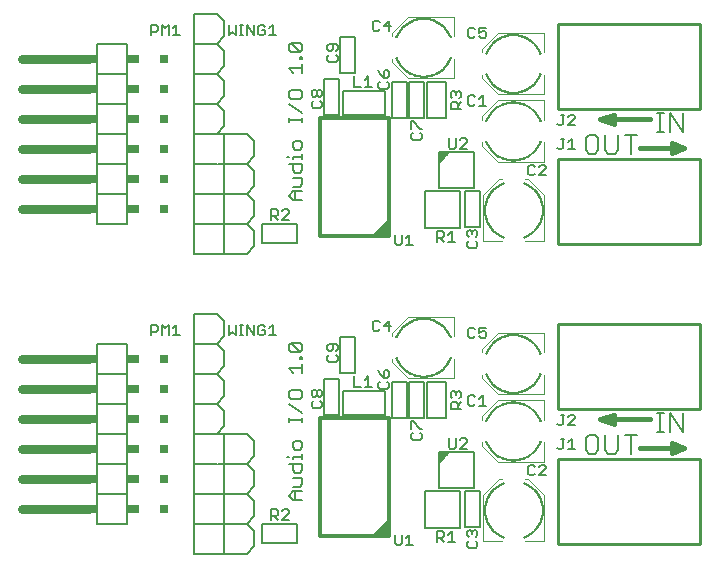
<source format=gto>
G75*
G70*
%OFA0B0*%
%FSLAX24Y24*%
%IPPOS*%
%LPD*%
%AMOC8*
5,1,8,0,0,1.08239X$1,22.5*
%
%ADD10C,0.0160*%
%ADD11C,0.0080*%
%ADD12C,0.0060*%
%ADD13C,0.0050*%
%ADD14C,0.0040*%
%ADD15C,0.0001*%
%ADD16C,0.0300*%
%ADD17R,0.0200X0.0300*%
%ADD18R,0.0400X0.0300*%
%ADD19R,0.0300X0.0300*%
%ADD20C,0.0100*%
%ADD21C,0.0120*%
D10*
X016640Y004480D02*
X017120Y004640D01*
X017120Y004320D01*
X016640Y004480D01*
X018320Y004480D01*
X019040Y003680D02*
X019040Y003360D01*
X019440Y003520D01*
X019040Y003680D01*
X019440Y003520D02*
X018000Y003520D01*
X019040Y013360D02*
X019440Y013520D01*
X019040Y013680D01*
X019040Y013360D01*
X019440Y013520D02*
X018000Y013520D01*
X018320Y014480D02*
X016640Y014480D01*
X017120Y014640D01*
X017120Y014320D01*
X016640Y014480D01*
D11*
X016497Y013961D02*
X016290Y013961D01*
X016186Y013857D01*
X016186Y013443D01*
X016290Y013340D01*
X016497Y013340D01*
X016600Y013443D01*
X016600Y013857D01*
X016497Y013961D01*
X016831Y013961D02*
X016831Y013443D01*
X016934Y013340D01*
X017141Y013340D01*
X017245Y013443D01*
X017245Y013961D01*
X017475Y013961D02*
X017889Y013961D01*
X017682Y013961D02*
X017682Y013340D01*
X018566Y014060D02*
X018773Y014060D01*
X018669Y014060D02*
X018669Y014681D01*
X018566Y014681D02*
X018773Y014681D01*
X018995Y014681D02*
X019409Y014060D01*
X019409Y014681D01*
X018995Y014681D02*
X018995Y014060D01*
X018995Y004681D02*
X019409Y004060D01*
X019409Y004681D01*
X018995Y004681D02*
X018995Y004060D01*
X018773Y004060D02*
X018566Y004060D01*
X018669Y004060D02*
X018669Y004681D01*
X018566Y004681D02*
X018773Y004681D01*
X017889Y003961D02*
X017475Y003961D01*
X017682Y003961D02*
X017682Y003340D01*
X017245Y003443D02*
X017245Y003961D01*
X016831Y003961D02*
X016831Y003443D01*
X016934Y003340D01*
X017141Y003340D01*
X017245Y003443D01*
X016600Y003443D02*
X016600Y003857D01*
X016497Y003961D01*
X016290Y003961D01*
X016186Y003857D01*
X016186Y003443D01*
X016290Y003340D01*
X016497Y003340D01*
X016600Y003443D01*
D12*
X000875Y001000D02*
X-000125Y001000D01*
X-000125Y002000D01*
X-000125Y003000D01*
X-000125Y004000D01*
X-000125Y005000D01*
X-000125Y006000D01*
X-000125Y007000D01*
X000875Y007000D01*
X000875Y006000D01*
X-000125Y006000D01*
X000875Y006000D02*
X000875Y005000D01*
X-000125Y005000D01*
X000875Y005000D02*
X000875Y004000D01*
X-000125Y004000D01*
X000875Y004000D02*
X000875Y003000D01*
X-000125Y003000D01*
X-000125Y002000D02*
X000875Y002000D01*
X000875Y003000D01*
X000875Y002000D02*
X000875Y001000D01*
X006280Y001927D02*
X006426Y002074D01*
X006720Y002074D01*
X006647Y002240D02*
X006720Y002314D01*
X006720Y002534D01*
X006426Y002534D01*
X006500Y002701D02*
X006426Y002774D01*
X006426Y002994D01*
X006280Y002994D02*
X006720Y002994D01*
X006720Y002774D01*
X006647Y002701D01*
X006500Y002701D01*
X006426Y002240D02*
X006647Y002240D01*
X006500Y002074D02*
X006500Y001780D01*
X006426Y001780D02*
X006280Y001927D01*
X006426Y001780D02*
X006720Y001780D01*
X006720Y003161D02*
X006720Y003308D01*
X006720Y003234D02*
X006426Y003234D01*
X006426Y003161D01*
X006280Y003234D02*
X006206Y003234D01*
X006500Y003468D02*
X006647Y003468D01*
X006720Y003541D01*
X006720Y003688D01*
X006647Y003762D01*
X006500Y003762D01*
X006426Y003688D01*
X006426Y003541D01*
X006500Y003468D01*
X006720Y004389D02*
X006720Y004535D01*
X006720Y004462D02*
X006280Y004462D01*
X006280Y004389D02*
X006280Y004535D01*
X006280Y004989D02*
X006720Y004696D01*
X006647Y005156D02*
X006353Y005156D01*
X006280Y005229D01*
X006280Y005376D01*
X006353Y005449D01*
X006647Y005449D01*
X006720Y005376D01*
X006720Y005229D01*
X006647Y005156D01*
X006720Y006030D02*
X006720Y006324D01*
X006720Y006177D02*
X006280Y006177D01*
X006426Y006030D01*
X006647Y006490D02*
X006647Y006564D01*
X006720Y006564D01*
X006720Y006490D01*
X006647Y006490D01*
X006647Y006721D02*
X006353Y006721D01*
X006280Y006794D01*
X006280Y006941D01*
X006353Y007014D01*
X006647Y006721D01*
X006720Y006794D01*
X006720Y006941D01*
X006647Y007014D01*
X006353Y007014D01*
X000875Y011000D02*
X-000125Y011000D01*
X-000125Y012000D01*
X-000125Y013000D01*
X-000125Y014000D01*
X-000125Y015000D01*
X-000125Y016000D01*
X-000125Y017000D01*
X000875Y017000D01*
X000875Y016000D01*
X-000125Y016000D01*
X000875Y016000D02*
X000875Y015000D01*
X-000125Y015000D01*
X-000125Y014000D02*
X000875Y014000D01*
X000875Y015000D01*
X000875Y014000D02*
X000875Y013000D01*
X-000125Y013000D01*
X000875Y013000D02*
X000875Y012000D01*
X-000125Y012000D01*
X000875Y012000D02*
X000875Y011000D01*
X006280Y011927D02*
X006426Y012074D01*
X006720Y012074D01*
X006647Y012240D02*
X006720Y012314D01*
X006720Y012534D01*
X006426Y012534D01*
X006500Y012701D02*
X006426Y012774D01*
X006426Y012994D01*
X006280Y012994D02*
X006720Y012994D01*
X006720Y012774D01*
X006647Y012701D01*
X006500Y012701D01*
X006426Y013161D02*
X006426Y013234D01*
X006720Y013234D01*
X006720Y013161D02*
X006720Y013308D01*
X006647Y013468D02*
X006720Y013541D01*
X006720Y013688D01*
X006647Y013762D01*
X006500Y013762D01*
X006426Y013688D01*
X006426Y013541D01*
X006500Y013468D01*
X006647Y013468D01*
X006280Y013234D02*
X006206Y013234D01*
X006426Y012240D02*
X006647Y012240D01*
X006500Y012074D02*
X006500Y011780D01*
X006426Y011780D02*
X006280Y011927D01*
X006426Y011780D02*
X006720Y011780D01*
X006720Y014389D02*
X006720Y014535D01*
X006720Y014462D02*
X006280Y014462D01*
X006280Y014389D02*
X006280Y014535D01*
X006280Y014989D02*
X006720Y014696D01*
X006647Y015156D02*
X006353Y015156D01*
X006280Y015229D01*
X006280Y015376D01*
X006353Y015449D01*
X006647Y015449D01*
X006720Y015376D01*
X006720Y015229D01*
X006647Y015156D01*
X006720Y016030D02*
X006720Y016324D01*
X006720Y016177D02*
X006280Y016177D01*
X006426Y016030D01*
X006647Y016490D02*
X006647Y016564D01*
X006720Y016564D01*
X006720Y016490D01*
X006647Y016490D01*
X006647Y016721D02*
X006353Y016721D01*
X006280Y016794D01*
X006280Y016941D01*
X006353Y017014D01*
X006647Y016721D01*
X006720Y016794D01*
X006720Y016941D01*
X006647Y017014D01*
X006353Y017014D01*
D13*
X005859Y017275D02*
X005625Y017275D01*
X005742Y017275D02*
X005742Y017625D01*
X005625Y017509D01*
X005491Y017567D02*
X005432Y017625D01*
X005315Y017625D01*
X005257Y017567D01*
X005257Y017333D01*
X005315Y017275D01*
X005432Y017275D01*
X005491Y017333D01*
X005491Y017450D01*
X005374Y017450D01*
X005122Y017275D02*
X005122Y017625D01*
X004889Y017625D02*
X005122Y017275D01*
X004889Y017275D02*
X004889Y017625D01*
X004760Y017625D02*
X004643Y017625D01*
X004702Y017625D02*
X004702Y017275D01*
X004760Y017275D02*
X004643Y017275D01*
X004509Y017275D02*
X004509Y017625D01*
X004275Y017625D02*
X004275Y017275D01*
X004392Y017392D01*
X004509Y017275D01*
X004125Y017250D02*
X003875Y017000D01*
X003125Y017000D01*
X003125Y016000D01*
X003125Y015000D01*
X003125Y014000D01*
X003125Y013000D01*
X003125Y012000D01*
X003125Y011000D01*
X004875Y011000D01*
X005125Y010750D01*
X005125Y010250D01*
X004875Y010000D01*
X003125Y010000D01*
X003125Y011000D01*
X004125Y011050D02*
X004125Y013950D01*
X003925Y014000D02*
X004875Y014000D01*
X005125Y013750D01*
X005125Y013250D01*
X004875Y013000D01*
X003925Y013000D01*
X003875Y013000D02*
X003125Y013000D01*
X003125Y012000D02*
X004875Y012000D01*
X005125Y011750D01*
X005125Y011250D01*
X004875Y011000D01*
X005379Y010985D02*
X006561Y010985D01*
X006561Y010355D01*
X005379Y010355D01*
X005379Y010985D01*
X005680Y011124D02*
X005680Y011475D01*
X005855Y011475D01*
X005914Y011416D01*
X005914Y011299D01*
X005855Y011241D01*
X005680Y011241D01*
X005797Y011241D02*
X005914Y011124D01*
X006048Y011124D02*
X006282Y011358D01*
X006282Y011416D01*
X006223Y011475D01*
X006107Y011475D01*
X006048Y011416D01*
X006048Y011124D02*
X006282Y011124D01*
X005125Y012250D02*
X004875Y012000D01*
X005125Y012250D02*
X005125Y012750D01*
X004875Y013000D01*
X003875Y014000D02*
X003125Y014000D01*
X003875Y014000D02*
X004125Y014250D01*
X004125Y014750D01*
X003875Y015000D01*
X003125Y015000D01*
X003875Y015000D02*
X004125Y015250D01*
X004125Y015750D01*
X003875Y016000D01*
X003125Y016000D01*
X003875Y016000D02*
X004125Y016250D01*
X004125Y016750D01*
X003875Y017000D01*
X004125Y017250D02*
X004125Y017750D01*
X003875Y018000D01*
X003125Y018000D01*
X003125Y017000D01*
X002645Y017275D02*
X002412Y017275D01*
X002528Y017275D02*
X002528Y017625D01*
X002412Y017509D01*
X002277Y017625D02*
X002277Y017275D01*
X002043Y017275D02*
X002043Y017625D01*
X002160Y017509D01*
X002277Y017625D01*
X001909Y017567D02*
X001909Y017450D01*
X001850Y017392D01*
X001675Y017392D01*
X001675Y017275D02*
X001675Y017625D01*
X001850Y017625D01*
X001909Y017567D01*
X007045Y015408D02*
X007103Y015467D01*
X007161Y015467D01*
X007220Y015408D01*
X007220Y015292D01*
X007161Y015233D01*
X007103Y015233D01*
X007045Y015292D01*
X007045Y015408D01*
X007220Y015408D02*
X007278Y015467D01*
X007337Y015467D01*
X007395Y015408D01*
X007395Y015292D01*
X007337Y015233D01*
X007278Y015233D01*
X007220Y015292D01*
X007337Y015099D02*
X007395Y015040D01*
X007395Y014923D01*
X007337Y014865D01*
X007103Y014865D01*
X007045Y014923D01*
X007045Y015040D01*
X007103Y015099D01*
X007470Y014640D02*
X007970Y014640D01*
X007970Y015840D01*
X007470Y015840D01*
X007470Y014640D01*
X008100Y014640D02*
X009500Y014640D01*
X009500Y015440D01*
X008100Y015440D01*
X008100Y014640D01*
X008445Y015565D02*
X008679Y015565D01*
X008813Y015565D02*
X009047Y015565D01*
X008930Y015565D02*
X008930Y015915D01*
X008813Y015799D01*
X008445Y015915D02*
X008445Y015565D01*
X008490Y016040D02*
X007990Y016040D01*
X007990Y017240D01*
X008490Y017240D01*
X008490Y016040D01*
X007915Y016453D02*
X007915Y016570D01*
X007857Y016629D01*
X007857Y016763D02*
X007915Y016822D01*
X007915Y016938D01*
X007857Y016997D01*
X007623Y016997D01*
X007565Y016938D01*
X007565Y016822D01*
X007623Y016763D01*
X007681Y016763D01*
X007740Y016822D01*
X007740Y016997D01*
X007623Y016629D02*
X007565Y016570D01*
X007565Y016453D01*
X007623Y016395D01*
X007857Y016395D01*
X007915Y016453D01*
X009072Y017481D02*
X009130Y017422D01*
X009247Y017422D01*
X009306Y017481D01*
X009440Y017597D02*
X009674Y017597D01*
X009615Y017422D02*
X009615Y017773D01*
X009440Y017597D01*
X009306Y017714D02*
X009247Y017773D01*
X009130Y017773D01*
X009072Y017714D01*
X009072Y017481D01*
X009265Y016107D02*
X009323Y015990D01*
X009440Y015873D01*
X009440Y016048D01*
X009498Y016107D01*
X009557Y016107D01*
X009615Y016048D01*
X009615Y015932D01*
X009557Y015873D01*
X009440Y015873D01*
X009557Y015739D02*
X009615Y015680D01*
X009615Y015563D01*
X009557Y015505D01*
X009323Y015505D01*
X009265Y015563D01*
X009265Y015680D01*
X009323Y015739D01*
X009710Y015730D02*
X010210Y015730D01*
X010210Y014530D01*
X009710Y014530D01*
X009710Y015730D01*
X010290Y015730D02*
X010790Y015730D01*
X010790Y014530D01*
X010290Y014530D01*
X010290Y015730D01*
X010895Y015711D02*
X011525Y015711D01*
X011525Y014529D01*
X010895Y014529D01*
X010895Y015711D01*
X011674Y015357D02*
X011674Y015240D01*
X011732Y015182D01*
X011732Y015047D02*
X011849Y015047D01*
X011908Y014988D01*
X011908Y014813D01*
X012024Y014813D02*
X011674Y014813D01*
X011674Y014988D01*
X011732Y015047D01*
X011908Y014930D02*
X012024Y015047D01*
X011966Y015182D02*
X012024Y015240D01*
X012024Y015357D01*
X011966Y015415D01*
X011908Y015415D01*
X011849Y015357D01*
X011849Y015298D01*
X011849Y015357D02*
X011791Y015415D01*
X011732Y015415D01*
X011674Y015357D01*
X012262Y015224D02*
X012262Y014991D01*
X012320Y014932D01*
X012437Y014932D01*
X012496Y014991D01*
X012630Y014932D02*
X012864Y014932D01*
X012747Y014932D02*
X012747Y015283D01*
X012630Y015166D01*
X012496Y015224D02*
X012437Y015283D01*
X012320Y015283D01*
X012262Y015224D01*
X012153Y013841D02*
X012036Y013841D01*
X011978Y013782D01*
X011843Y013841D02*
X011843Y013549D01*
X011784Y013491D01*
X011668Y013491D01*
X011609Y013549D01*
X011609Y013841D01*
X011630Y013390D02*
X011280Y013390D01*
X011280Y013040D01*
X011630Y013390D01*
X011589Y013349D02*
X011280Y013349D01*
X011284Y013387D02*
X011284Y012206D01*
X012465Y012206D01*
X012465Y013387D01*
X011284Y013387D01*
X011280Y013301D02*
X011541Y013301D01*
X011492Y013252D02*
X011280Y013252D01*
X011280Y013204D02*
X011444Y013204D01*
X011395Y013155D02*
X011280Y013155D01*
X011280Y013107D02*
X011347Y013107D01*
X011298Y013058D02*
X011280Y013058D01*
X011978Y013491D02*
X012211Y013724D01*
X012211Y013782D01*
X012153Y013841D01*
X012211Y013491D02*
X011978Y013491D01*
X010715Y013863D02*
X010715Y013980D01*
X010657Y014039D01*
X010657Y014173D02*
X010715Y014173D01*
X010657Y014173D02*
X010423Y014407D01*
X010365Y014407D01*
X010365Y014173D01*
X010423Y014039D02*
X010365Y013980D01*
X010365Y013863D01*
X010423Y013805D01*
X010657Y013805D01*
X010715Y013863D01*
X010819Y012105D02*
X012001Y012105D01*
X012001Y010845D01*
X010819Y010845D01*
X010819Y012105D01*
X012160Y012090D02*
X012160Y010890D01*
X012660Y010890D01*
X012660Y012090D01*
X012160Y012090D01*
X012273Y010787D02*
X012331Y010787D01*
X012390Y010728D01*
X012448Y010787D01*
X012507Y010787D01*
X012565Y010728D01*
X012565Y010612D01*
X012507Y010553D01*
X012507Y010419D02*
X012565Y010360D01*
X012565Y010243D01*
X012507Y010185D01*
X012273Y010185D01*
X012215Y010243D01*
X012215Y010360D01*
X012273Y010419D01*
X012273Y010553D02*
X012215Y010612D01*
X012215Y010728D01*
X012273Y010787D01*
X012390Y010728D02*
X012390Y010670D01*
X011822Y010404D02*
X011588Y010404D01*
X011705Y010404D02*
X011705Y010755D01*
X011588Y010638D01*
X011454Y010696D02*
X011454Y010579D01*
X011395Y010521D01*
X011220Y010521D01*
X011220Y010404D02*
X011220Y010755D01*
X011395Y010755D01*
X011454Y010696D01*
X011337Y010521D02*
X011454Y010404D01*
X010416Y010286D02*
X010182Y010286D01*
X010299Y010286D02*
X010299Y010637D01*
X010182Y010520D01*
X010047Y010637D02*
X010047Y010345D01*
X009989Y010286D01*
X009872Y010286D01*
X009814Y010345D01*
X009814Y010637D01*
X009615Y007773D02*
X009440Y007597D01*
X009674Y007597D01*
X009615Y007422D02*
X009615Y007773D01*
X009306Y007714D02*
X009247Y007773D01*
X009130Y007773D01*
X009072Y007714D01*
X009072Y007481D01*
X009130Y007422D01*
X009247Y007422D01*
X009306Y007481D01*
X008490Y007240D02*
X007990Y007240D01*
X007990Y006040D01*
X008490Y006040D01*
X008490Y007240D01*
X007915Y006938D02*
X007915Y006822D01*
X007857Y006763D01*
X007740Y006822D02*
X007740Y006997D01*
X007857Y006997D02*
X007623Y006997D01*
X007565Y006938D01*
X007565Y006822D01*
X007623Y006763D01*
X007681Y006763D01*
X007740Y006822D01*
X007915Y006938D02*
X007857Y006997D01*
X007857Y006629D02*
X007915Y006570D01*
X007915Y006453D01*
X007857Y006395D01*
X007623Y006395D01*
X007565Y006453D01*
X007565Y006570D01*
X007623Y006629D01*
X008445Y005915D02*
X008445Y005565D01*
X008679Y005565D01*
X008813Y005565D02*
X009047Y005565D01*
X008930Y005565D02*
X008930Y005915D01*
X008813Y005799D01*
X009265Y005680D02*
X009265Y005563D01*
X009323Y005505D01*
X009557Y005505D01*
X009615Y005563D01*
X009615Y005680D01*
X009557Y005739D01*
X009557Y005873D02*
X009615Y005932D01*
X009615Y006048D01*
X009557Y006107D01*
X009498Y006107D01*
X009440Y006048D01*
X009440Y005873D01*
X009557Y005873D01*
X009440Y005873D02*
X009323Y005990D01*
X009265Y006107D01*
X009323Y005739D02*
X009265Y005680D01*
X009500Y005440D02*
X008100Y005440D01*
X008100Y004640D01*
X009500Y004640D01*
X009500Y005440D01*
X009710Y005730D02*
X010210Y005730D01*
X010210Y004530D01*
X009710Y004530D01*
X009710Y005730D01*
X010290Y005730D02*
X010790Y005730D01*
X010790Y004530D01*
X010290Y004530D01*
X010290Y005730D01*
X010895Y005711D02*
X011525Y005711D01*
X011525Y004529D01*
X010895Y004529D01*
X010895Y005711D01*
X011674Y005357D02*
X011674Y005240D01*
X011732Y005182D01*
X011732Y005047D02*
X011849Y005047D01*
X011908Y004988D01*
X011908Y004813D01*
X012024Y004813D02*
X011674Y004813D01*
X011674Y004988D01*
X011732Y005047D01*
X011908Y004930D02*
X012024Y005047D01*
X011966Y005182D02*
X012024Y005240D01*
X012024Y005357D01*
X011966Y005415D01*
X011908Y005415D01*
X011849Y005357D01*
X011849Y005298D01*
X011849Y005357D02*
X011791Y005415D01*
X011732Y005415D01*
X011674Y005357D01*
X012262Y005224D02*
X012262Y004991D01*
X012320Y004932D01*
X012437Y004932D01*
X012496Y004991D01*
X012630Y004932D02*
X012864Y004932D01*
X012747Y004932D02*
X012747Y005283D01*
X012630Y005166D01*
X012496Y005224D02*
X012437Y005283D01*
X012320Y005283D01*
X012262Y005224D01*
X012153Y003841D02*
X012036Y003841D01*
X011978Y003782D01*
X011843Y003841D02*
X011843Y003549D01*
X011784Y003491D01*
X011668Y003491D01*
X011609Y003549D01*
X011609Y003841D01*
X011630Y003390D02*
X011280Y003390D01*
X011280Y003040D01*
X011630Y003390D01*
X011589Y003349D02*
X011280Y003349D01*
X011284Y003387D02*
X011284Y002206D01*
X012465Y002206D01*
X012465Y003387D01*
X011284Y003387D01*
X011280Y003301D02*
X011541Y003301D01*
X011492Y003252D02*
X011280Y003252D01*
X011280Y003204D02*
X011444Y003204D01*
X011395Y003155D02*
X011280Y003155D01*
X011280Y003107D02*
X011347Y003107D01*
X011298Y003058D02*
X011280Y003058D01*
X011978Y003491D02*
X012211Y003724D01*
X012211Y003782D01*
X012153Y003841D01*
X012211Y003491D02*
X011978Y003491D01*
X010715Y003863D02*
X010715Y003980D01*
X010657Y004039D01*
X010657Y004173D02*
X010715Y004173D01*
X010657Y004173D02*
X010423Y004407D01*
X010365Y004407D01*
X010365Y004173D01*
X010423Y004039D02*
X010365Y003980D01*
X010365Y003863D01*
X010423Y003805D01*
X010657Y003805D01*
X010715Y003863D01*
X010819Y002105D02*
X012001Y002105D01*
X012001Y000845D01*
X010819Y000845D01*
X010819Y002105D01*
X012160Y002090D02*
X012660Y002090D01*
X012660Y000890D01*
X012160Y000890D01*
X012160Y002090D01*
X012273Y000787D02*
X012331Y000787D01*
X012390Y000728D01*
X012448Y000787D01*
X012507Y000787D01*
X012565Y000728D01*
X012565Y000612D01*
X012507Y000553D01*
X012507Y000419D02*
X012565Y000360D01*
X012565Y000243D01*
X012507Y000185D01*
X012273Y000185D01*
X012215Y000243D01*
X012215Y000360D01*
X012273Y000419D01*
X012273Y000553D02*
X012215Y000612D01*
X012215Y000728D01*
X012273Y000787D01*
X012390Y000728D02*
X012390Y000670D01*
X011822Y000404D02*
X011588Y000404D01*
X011705Y000404D02*
X011705Y000755D01*
X011588Y000638D01*
X011454Y000696D02*
X011454Y000579D01*
X011395Y000521D01*
X011220Y000521D01*
X011220Y000404D02*
X011220Y000755D01*
X011395Y000755D01*
X011454Y000696D01*
X011337Y000521D02*
X011454Y000404D01*
X010416Y000286D02*
X010182Y000286D01*
X010299Y000286D02*
X010299Y000637D01*
X010182Y000520D01*
X010047Y000637D02*
X010047Y000345D01*
X009989Y000286D01*
X009872Y000286D01*
X009814Y000345D01*
X009814Y000637D01*
X006561Y000355D02*
X005379Y000355D01*
X005379Y000985D01*
X006561Y000985D01*
X006561Y000355D01*
X006282Y001124D02*
X006048Y001124D01*
X006282Y001358D01*
X006282Y001416D01*
X006223Y001475D01*
X006107Y001475D01*
X006048Y001416D01*
X005914Y001416D02*
X005914Y001299D01*
X005855Y001241D01*
X005680Y001241D01*
X005680Y001124D02*
X005680Y001475D01*
X005855Y001475D01*
X005914Y001416D01*
X005797Y001241D02*
X005914Y001124D01*
X005125Y001250D02*
X005125Y001750D01*
X004875Y002000D01*
X003125Y002000D01*
X003125Y001000D01*
X004875Y001000D01*
X005125Y000750D01*
X005125Y000250D01*
X004875Y000000D01*
X003125Y000000D01*
X003125Y001000D01*
X004125Y001050D02*
X004125Y003950D01*
X003925Y004000D02*
X004875Y004000D01*
X005125Y003750D01*
X005125Y003250D01*
X004875Y003000D01*
X003925Y003000D01*
X003875Y003000D02*
X003125Y003000D01*
X003125Y002000D01*
X003125Y003000D02*
X003125Y004000D01*
X003125Y005000D01*
X003125Y006000D01*
X003125Y007000D01*
X003125Y008000D01*
X003875Y008000D01*
X004125Y007750D01*
X004125Y007250D01*
X003875Y007000D01*
X003125Y007000D01*
X002645Y007275D02*
X002412Y007275D01*
X002528Y007275D02*
X002528Y007625D01*
X002412Y007509D01*
X002277Y007625D02*
X002277Y007275D01*
X002043Y007275D02*
X002043Y007625D01*
X002160Y007509D01*
X002277Y007625D01*
X001909Y007567D02*
X001909Y007450D01*
X001850Y007392D01*
X001675Y007392D01*
X001675Y007275D02*
X001675Y007625D01*
X001850Y007625D01*
X001909Y007567D01*
X003125Y006000D02*
X003875Y006000D01*
X004125Y005750D01*
X004125Y005250D01*
X003875Y005000D01*
X003125Y005000D01*
X003875Y005000D02*
X004125Y004750D01*
X004125Y004250D01*
X003875Y004000D01*
X003125Y004000D01*
X004875Y003000D02*
X005125Y002750D01*
X005125Y002250D01*
X004875Y002000D01*
X005125Y001250D02*
X004875Y001000D01*
X004125Y000950D02*
X004125Y000050D01*
X007470Y004640D02*
X007970Y004640D01*
X007970Y005840D01*
X007470Y005840D01*
X007470Y004640D01*
X007337Y004865D02*
X007103Y004865D01*
X007045Y004923D01*
X007045Y005040D01*
X007103Y005099D01*
X007103Y005233D02*
X007161Y005233D01*
X007220Y005292D01*
X007220Y005408D01*
X007278Y005467D01*
X007337Y005467D01*
X007395Y005408D01*
X007395Y005292D01*
X007337Y005233D01*
X007278Y005233D01*
X007220Y005292D01*
X007220Y005408D02*
X007161Y005467D01*
X007103Y005467D01*
X007045Y005408D01*
X007045Y005292D01*
X007103Y005233D01*
X007337Y005099D02*
X007395Y005040D01*
X007395Y004923D01*
X007337Y004865D01*
X005859Y007275D02*
X005625Y007275D01*
X005742Y007275D02*
X005742Y007625D01*
X005625Y007509D01*
X005491Y007567D02*
X005432Y007625D01*
X005315Y007625D01*
X005257Y007567D01*
X005257Y007333D01*
X005315Y007275D01*
X005432Y007275D01*
X005491Y007333D01*
X005491Y007450D01*
X005374Y007450D01*
X005122Y007275D02*
X005122Y007625D01*
X004889Y007625D02*
X005122Y007275D01*
X004889Y007275D02*
X004889Y007625D01*
X004760Y007625D02*
X004643Y007625D01*
X004702Y007625D02*
X004702Y007275D01*
X004760Y007275D02*
X004643Y007275D01*
X004509Y007275D02*
X004509Y007625D01*
X004275Y007625D02*
X004275Y007275D01*
X004392Y007392D01*
X004509Y007275D01*
X004125Y006750D02*
X004125Y006250D01*
X003875Y006000D01*
X004125Y006750D02*
X003875Y007000D01*
X004125Y010050D02*
X004125Y010950D01*
X012262Y007474D02*
X012262Y007241D01*
X012320Y007182D01*
X012437Y007182D01*
X012496Y007241D01*
X012630Y007241D02*
X012689Y007182D01*
X012805Y007182D01*
X012864Y007241D01*
X012864Y007357D01*
X012805Y007416D01*
X012747Y007416D01*
X012630Y007357D01*
X012630Y007533D01*
X012864Y007533D01*
X012496Y007474D02*
X012437Y007533D01*
X012320Y007533D01*
X012262Y007474D01*
X015350Y004625D02*
X015466Y004625D01*
X015408Y004625D02*
X015408Y004333D01*
X015350Y004275D01*
X015291Y004275D01*
X015233Y004333D01*
X015601Y004275D02*
X015835Y004509D01*
X015835Y004567D01*
X015776Y004625D01*
X015660Y004625D01*
X015601Y004567D01*
X015601Y004275D02*
X015835Y004275D01*
X015718Y003825D02*
X015718Y003475D01*
X015601Y003475D02*
X015835Y003475D01*
X015601Y003709D02*
X015718Y003825D01*
X015466Y003825D02*
X015350Y003825D01*
X015408Y003825D02*
X015408Y003533D01*
X015350Y003475D01*
X015291Y003475D01*
X015233Y003533D01*
X014795Y002963D02*
X014679Y002963D01*
X014620Y002904D01*
X014486Y002904D02*
X014427Y002963D01*
X014310Y002963D01*
X014252Y002904D01*
X014252Y002671D01*
X014310Y002612D01*
X014427Y002612D01*
X014486Y002671D01*
X014620Y002612D02*
X014854Y002846D01*
X014854Y002904D01*
X014795Y002963D01*
X014854Y002612D02*
X014620Y002612D01*
X020002Y002931D02*
X020002Y000569D01*
X020002Y005069D02*
X020002Y007431D01*
X020002Y010569D02*
X020002Y012931D01*
X020002Y015069D02*
X020002Y017431D01*
X015835Y014567D02*
X015776Y014625D01*
X015660Y014625D01*
X015601Y014567D01*
X015466Y014625D02*
X015350Y014625D01*
X015408Y014625D02*
X015408Y014333D01*
X015350Y014275D01*
X015291Y014275D01*
X015233Y014333D01*
X015601Y014275D02*
X015835Y014509D01*
X015835Y014567D01*
X015835Y014275D02*
X015601Y014275D01*
X015718Y013825D02*
X015718Y013475D01*
X015601Y013475D02*
X015835Y013475D01*
X015601Y013709D02*
X015718Y013825D01*
X015466Y013825D02*
X015350Y013825D01*
X015408Y013825D02*
X015408Y013533D01*
X015350Y013475D01*
X015291Y013475D01*
X015233Y013533D01*
X014795Y012963D02*
X014679Y012963D01*
X014620Y012904D01*
X014486Y012904D02*
X014427Y012963D01*
X014310Y012963D01*
X014252Y012904D01*
X014252Y012671D01*
X014310Y012612D01*
X014427Y012612D01*
X014486Y012671D01*
X014620Y012612D02*
X014854Y012846D01*
X014854Y012904D01*
X014795Y012963D01*
X014854Y012612D02*
X014620Y012612D01*
X012805Y017182D02*
X012689Y017182D01*
X012630Y017241D01*
X012630Y017357D02*
X012747Y017416D01*
X012805Y017416D01*
X012864Y017357D01*
X012864Y017241D01*
X012805Y017182D01*
X012630Y017357D02*
X012630Y017533D01*
X012864Y017533D01*
X012496Y017474D02*
X012437Y017533D01*
X012320Y017533D01*
X012262Y017474D01*
X012262Y017241D01*
X012320Y017182D01*
X012437Y017182D01*
X012496Y017241D01*
D14*
X012726Y016832D02*
X013258Y017364D01*
X014774Y017364D01*
X014774Y016714D01*
X014774Y015966D02*
X014774Y015316D01*
X013258Y015316D01*
X012726Y015848D01*
X012726Y015966D01*
X012726Y016714D02*
X012726Y016832D01*
X011784Y016506D02*
X011784Y015856D01*
X010268Y015856D01*
X009736Y016388D01*
X009736Y016506D01*
X009736Y017254D02*
X009736Y017372D01*
X010268Y017904D01*
X011784Y017904D01*
X011784Y017254D01*
X013258Y015114D02*
X014774Y015114D01*
X014774Y014464D01*
X014774Y013716D02*
X014774Y013066D01*
X013258Y013066D01*
X012726Y013598D01*
X012726Y013716D01*
X012726Y014464D02*
X012726Y014582D01*
X013258Y015114D01*
X013278Y012484D02*
X013396Y012484D01*
X013278Y012484D02*
X012746Y011952D01*
X012746Y010436D01*
X013396Y010436D01*
X014144Y010436D02*
X014794Y010436D01*
X014794Y011952D01*
X014262Y012484D01*
X014144Y012484D01*
X011784Y007904D02*
X010268Y007904D01*
X009736Y007372D01*
X009736Y007254D01*
X009736Y006506D02*
X009736Y006388D01*
X010268Y005856D01*
X011784Y005856D01*
X011784Y006506D01*
X011784Y007254D02*
X011784Y007904D01*
X012726Y006832D02*
X013258Y007364D01*
X014774Y007364D01*
X014774Y006714D01*
X014774Y005966D02*
X014774Y005316D01*
X013258Y005316D01*
X012726Y005848D01*
X012726Y005966D01*
X012726Y006714D02*
X012726Y006832D01*
X013258Y005114D02*
X014774Y005114D01*
X014774Y004464D01*
X014774Y003716D02*
X014774Y003066D01*
X013258Y003066D01*
X012726Y003598D01*
X012726Y003716D01*
X012726Y004464D02*
X012726Y004582D01*
X013258Y005114D01*
X013278Y002484D02*
X013396Y002484D01*
X013278Y002484D02*
X012746Y001952D01*
X012746Y000436D01*
X013396Y000436D01*
X014144Y000436D02*
X014794Y000436D01*
X014794Y001952D01*
X014262Y002484D01*
X014144Y002484D01*
D15*
X014111Y000537D02*
X014098Y000573D01*
X014154Y000596D01*
X014209Y000622D01*
X014262Y000652D01*
X014312Y000685D01*
X014361Y000721D01*
X014407Y000761D01*
X014450Y000803D01*
X014491Y000848D01*
X014529Y000895D01*
X014563Y000945D01*
X014595Y000996D01*
X014623Y001050D01*
X014647Y001106D01*
X014668Y001162D01*
X014685Y001220D01*
X014699Y001279D01*
X014708Y001339D01*
X014714Y001399D01*
X014716Y001460D01*
X014714Y001521D01*
X014708Y001581D01*
X014699Y001641D01*
X014685Y001700D01*
X014668Y001758D01*
X014647Y001814D01*
X014623Y001870D01*
X014595Y001924D01*
X014563Y001975D01*
X014529Y002025D01*
X014491Y002072D01*
X014450Y002117D01*
X014407Y002159D01*
X014361Y002199D01*
X014312Y002235D01*
X014262Y002268D01*
X014209Y002298D01*
X014154Y002324D01*
X014098Y002347D01*
X014111Y002383D01*
X014112Y002384D01*
X014169Y002361D01*
X014224Y002334D01*
X014278Y002304D01*
X014329Y002271D01*
X014379Y002234D01*
X014426Y002195D01*
X014470Y002153D01*
X014512Y002107D01*
X014551Y002060D01*
X014587Y002010D01*
X014620Y001958D01*
X014649Y001904D01*
X014675Y001848D01*
X014698Y001791D01*
X014716Y001733D01*
X014732Y001673D01*
X014743Y001613D01*
X014751Y001552D01*
X014755Y001491D01*
X014755Y001429D01*
X014751Y001368D01*
X014743Y001307D01*
X014732Y001247D01*
X014716Y001187D01*
X014698Y001129D01*
X014675Y001072D01*
X014649Y001016D01*
X014620Y000962D01*
X014587Y000910D01*
X014551Y000860D01*
X014512Y000813D01*
X014470Y000767D01*
X014426Y000725D01*
X014379Y000686D01*
X014329Y000649D01*
X014278Y000616D01*
X014224Y000586D01*
X014169Y000559D01*
X014112Y000536D01*
X014112Y000537D01*
X014168Y000560D01*
X014224Y000587D01*
X014277Y000617D01*
X014329Y000650D01*
X014378Y000687D01*
X014425Y000726D01*
X014470Y000768D01*
X014512Y000813D01*
X014550Y000861D01*
X014586Y000910D01*
X014619Y000962D01*
X014648Y001016D01*
X014674Y001072D01*
X014697Y001129D01*
X014715Y001187D01*
X014731Y001247D01*
X014742Y001307D01*
X014750Y001368D01*
X014754Y001429D01*
X014754Y001491D01*
X014750Y001552D01*
X014742Y001613D01*
X014731Y001673D01*
X014715Y001733D01*
X014697Y001791D01*
X014674Y001848D01*
X014648Y001904D01*
X014619Y001958D01*
X014586Y002010D01*
X014550Y002059D01*
X014512Y002107D01*
X014470Y002152D01*
X014425Y002194D01*
X014378Y002233D01*
X014329Y002270D01*
X014277Y002303D01*
X014224Y002333D01*
X014168Y002360D01*
X014112Y002383D01*
X014111Y002382D01*
X014168Y002359D01*
X014223Y002332D01*
X014277Y002302D01*
X014328Y002269D01*
X014378Y002233D01*
X014425Y002193D01*
X014469Y002151D01*
X014511Y002106D01*
X014550Y002059D01*
X014585Y002009D01*
X014618Y001957D01*
X014647Y001903D01*
X014673Y001848D01*
X014696Y001791D01*
X014715Y001732D01*
X014730Y001673D01*
X014741Y001613D01*
X014749Y001552D01*
X014753Y001491D01*
X014753Y001429D01*
X014749Y001368D01*
X014741Y001307D01*
X014730Y001247D01*
X014715Y001188D01*
X014696Y001129D01*
X014673Y001072D01*
X014647Y001017D01*
X014618Y000963D01*
X014585Y000911D01*
X014550Y000861D01*
X014511Y000814D01*
X014469Y000769D01*
X014425Y000727D01*
X014378Y000687D01*
X014328Y000651D01*
X014277Y000618D01*
X014223Y000588D01*
X014168Y000561D01*
X014111Y000538D01*
X014111Y000539D01*
X014168Y000562D01*
X014223Y000589D01*
X014276Y000619D01*
X014328Y000652D01*
X014377Y000688D01*
X014424Y000727D01*
X014468Y000770D01*
X014510Y000814D01*
X014549Y000862D01*
X014585Y000912D01*
X014617Y000963D01*
X014646Y001017D01*
X014672Y001073D01*
X014695Y001130D01*
X014714Y001188D01*
X014729Y001247D01*
X014740Y001307D01*
X014748Y001368D01*
X014752Y001429D01*
X014752Y001491D01*
X014748Y001552D01*
X014740Y001613D01*
X014729Y001673D01*
X014714Y001732D01*
X014695Y001790D01*
X014672Y001847D01*
X014646Y001903D01*
X014617Y001957D01*
X014585Y002008D01*
X014549Y002058D01*
X014510Y002106D01*
X014468Y002150D01*
X014424Y002193D01*
X014377Y002232D01*
X014328Y002268D01*
X014276Y002301D01*
X014223Y002331D01*
X014168Y002358D01*
X014111Y002381D01*
X014111Y002380D01*
X014167Y002357D01*
X014222Y002330D01*
X014276Y002301D01*
X014327Y002267D01*
X014376Y002231D01*
X014423Y002192D01*
X014468Y002150D01*
X014509Y002105D01*
X014548Y002058D01*
X014584Y002008D01*
X014616Y001956D01*
X014646Y001902D01*
X014671Y001847D01*
X014694Y001790D01*
X014713Y001732D01*
X014728Y001672D01*
X014739Y001612D01*
X014747Y001552D01*
X014751Y001491D01*
X014751Y001429D01*
X014747Y001368D01*
X014739Y001308D01*
X014728Y001248D01*
X014713Y001188D01*
X014694Y001130D01*
X014671Y001073D01*
X014646Y001018D01*
X014616Y000964D01*
X014584Y000912D01*
X014548Y000862D01*
X014509Y000815D01*
X014468Y000770D01*
X014423Y000728D01*
X014376Y000689D01*
X014327Y000653D01*
X014276Y000619D01*
X014222Y000590D01*
X014167Y000563D01*
X014111Y000540D01*
X014110Y000541D01*
X014167Y000564D01*
X014222Y000590D01*
X014275Y000620D01*
X014327Y000653D01*
X014376Y000690D01*
X014423Y000729D01*
X014467Y000771D01*
X014509Y000816D01*
X014547Y000863D01*
X014583Y000913D01*
X014615Y000964D01*
X014645Y001018D01*
X014671Y001073D01*
X014693Y001130D01*
X014712Y001189D01*
X014727Y001248D01*
X014738Y001308D01*
X014746Y001368D01*
X014750Y001429D01*
X014750Y001491D01*
X014746Y001552D01*
X014738Y001612D01*
X014727Y001672D01*
X014712Y001731D01*
X014693Y001790D01*
X014671Y001847D01*
X014645Y001902D01*
X014615Y001956D01*
X014583Y002007D01*
X014547Y002057D01*
X014509Y002104D01*
X014467Y002149D01*
X014423Y002191D01*
X014376Y002230D01*
X014327Y002267D01*
X014275Y002300D01*
X014222Y002330D01*
X014167Y002356D01*
X014110Y002379D01*
X014110Y002378D01*
X014166Y002355D01*
X014221Y002329D01*
X014275Y002299D01*
X014326Y002266D01*
X014375Y002230D01*
X014422Y002190D01*
X014466Y002148D01*
X014508Y002104D01*
X014546Y002056D01*
X014582Y002007D01*
X014615Y001955D01*
X014644Y001901D01*
X014670Y001846D01*
X014692Y001789D01*
X014711Y001731D01*
X014726Y001672D01*
X014737Y001612D01*
X014745Y001551D01*
X014749Y001491D01*
X014749Y001429D01*
X014745Y001369D01*
X014737Y001308D01*
X014726Y001248D01*
X014711Y001189D01*
X014692Y001131D01*
X014670Y001074D01*
X014644Y001019D01*
X014615Y000965D01*
X014582Y000913D01*
X014546Y000864D01*
X014508Y000816D01*
X014466Y000772D01*
X014422Y000730D01*
X014375Y000690D01*
X014326Y000654D01*
X014275Y000621D01*
X014221Y000591D01*
X014166Y000565D01*
X014110Y000542D01*
X014109Y000543D01*
X014166Y000566D01*
X014221Y000592D01*
X014274Y000622D01*
X014325Y000655D01*
X014375Y000691D01*
X014421Y000730D01*
X014465Y000772D01*
X014507Y000817D01*
X014546Y000864D01*
X014581Y000914D01*
X014614Y000965D01*
X014643Y001019D01*
X014669Y001074D01*
X014691Y001131D01*
X014710Y001189D01*
X014725Y001248D01*
X014736Y001308D01*
X014744Y001369D01*
X014748Y001430D01*
X014748Y001490D01*
X014744Y001551D01*
X014736Y001612D01*
X014725Y001672D01*
X014710Y001731D01*
X014691Y001789D01*
X014669Y001846D01*
X014643Y001901D01*
X014614Y001955D01*
X014581Y002006D01*
X014546Y002056D01*
X014507Y002103D01*
X014465Y002148D01*
X014421Y002190D01*
X014375Y002229D01*
X014325Y002265D01*
X014274Y002298D01*
X014221Y002328D01*
X014166Y002354D01*
X014109Y002377D01*
X014109Y002376D01*
X014166Y002353D01*
X014221Y002327D01*
X014274Y002297D01*
X014325Y002264D01*
X014374Y002228D01*
X014421Y002189D01*
X014465Y002147D01*
X014506Y002102D01*
X014545Y002055D01*
X014580Y002006D01*
X014613Y001954D01*
X014642Y001901D01*
X014668Y001845D01*
X014690Y001789D01*
X014709Y001731D01*
X014724Y001672D01*
X014735Y001612D01*
X014743Y001551D01*
X014747Y001490D01*
X014747Y001430D01*
X014743Y001369D01*
X014735Y001308D01*
X014724Y001248D01*
X014709Y001189D01*
X014690Y001131D01*
X014668Y001075D01*
X014642Y001019D01*
X014613Y000966D01*
X014580Y000914D01*
X014545Y000865D01*
X014506Y000818D01*
X014465Y000773D01*
X014421Y000731D01*
X014374Y000692D01*
X014325Y000656D01*
X014274Y000623D01*
X014221Y000593D01*
X014166Y000567D01*
X014109Y000544D01*
X014109Y000545D01*
X014165Y000568D01*
X014220Y000594D01*
X014273Y000624D01*
X014324Y000657D01*
X014373Y000693D01*
X014420Y000732D01*
X014464Y000774D01*
X014505Y000818D01*
X014544Y000866D01*
X014580Y000915D01*
X014612Y000966D01*
X014641Y001020D01*
X014667Y001075D01*
X014689Y001132D01*
X014708Y001190D01*
X014723Y001249D01*
X014734Y001308D01*
X014742Y001369D01*
X014746Y001430D01*
X014746Y001490D01*
X014742Y001551D01*
X014734Y001612D01*
X014723Y001671D01*
X014708Y001730D01*
X014689Y001788D01*
X014667Y001845D01*
X014641Y001900D01*
X014612Y001954D01*
X014580Y002005D01*
X014544Y002054D01*
X014505Y002102D01*
X014464Y002146D01*
X014420Y002188D01*
X014373Y002227D01*
X014324Y002263D01*
X014273Y002296D01*
X014220Y002326D01*
X014165Y002352D01*
X014109Y002375D01*
X014108Y002374D01*
X014165Y002351D01*
X014220Y002325D01*
X014273Y002295D01*
X014324Y002262D01*
X014373Y002226D01*
X014419Y002187D01*
X014463Y002145D01*
X014505Y002101D01*
X014543Y002054D01*
X014579Y002005D01*
X014611Y001953D01*
X014640Y001900D01*
X014666Y001845D01*
X014688Y001788D01*
X014707Y001730D01*
X014722Y001671D01*
X014733Y001611D01*
X014741Y001551D01*
X014745Y001490D01*
X014745Y001430D01*
X014741Y001369D01*
X014733Y001309D01*
X014722Y001249D01*
X014707Y001190D01*
X014688Y001132D01*
X014666Y001075D01*
X014640Y001020D01*
X014611Y000967D01*
X014579Y000915D01*
X014543Y000866D01*
X014505Y000819D01*
X014463Y000775D01*
X014419Y000733D01*
X014373Y000694D01*
X014324Y000658D01*
X014273Y000625D01*
X014220Y000595D01*
X014165Y000569D01*
X014108Y000546D01*
X014108Y000547D01*
X014164Y000569D01*
X014219Y000596D01*
X014272Y000625D01*
X014323Y000658D01*
X014372Y000694D01*
X014419Y000733D01*
X014463Y000775D01*
X014504Y000820D01*
X014542Y000867D01*
X014578Y000916D01*
X014610Y000967D01*
X014639Y001021D01*
X014665Y001076D01*
X014687Y001132D01*
X014706Y001190D01*
X014721Y001249D01*
X014732Y001309D01*
X014740Y001369D01*
X014744Y001430D01*
X014744Y001490D01*
X014740Y001551D01*
X014732Y001611D01*
X014721Y001671D01*
X014706Y001730D01*
X014687Y001788D01*
X014665Y001844D01*
X014639Y001899D01*
X014610Y001953D01*
X014578Y002004D01*
X014542Y002053D01*
X014504Y002100D01*
X014463Y002145D01*
X014419Y002187D01*
X014372Y002226D01*
X014323Y002262D01*
X014272Y002295D01*
X014219Y002324D01*
X014164Y002351D01*
X014108Y002373D01*
X014108Y002372D01*
X014164Y002350D01*
X014219Y002323D01*
X014272Y002294D01*
X014323Y002261D01*
X014371Y002225D01*
X014418Y002186D01*
X014462Y002144D01*
X014503Y002100D01*
X014542Y002053D01*
X014577Y002003D01*
X014609Y001952D01*
X014638Y001899D01*
X014664Y001844D01*
X014686Y001787D01*
X014705Y001730D01*
X014720Y001671D01*
X014731Y001611D01*
X014739Y001551D01*
X014743Y001490D01*
X014743Y001430D01*
X014739Y001369D01*
X014731Y001309D01*
X014720Y001249D01*
X014705Y001190D01*
X014686Y001133D01*
X014664Y001076D01*
X014638Y001021D01*
X014609Y000968D01*
X014577Y000917D01*
X014542Y000867D01*
X014503Y000820D01*
X014462Y000776D01*
X014418Y000734D01*
X014371Y000695D01*
X014323Y000659D01*
X014272Y000626D01*
X014219Y000597D01*
X014164Y000570D01*
X014108Y000548D01*
X014107Y000548D01*
X014165Y000572D01*
X014221Y000599D01*
X014275Y000630D01*
X014327Y000664D01*
X014377Y000701D01*
X014424Y000741D01*
X014469Y000785D01*
X014511Y000831D01*
X014550Y000879D01*
X014585Y000930D01*
X014617Y000984D01*
X014646Y001039D01*
X014671Y001096D01*
X014693Y001154D01*
X014710Y001214D01*
X014724Y001274D01*
X014734Y001336D01*
X014740Y001398D01*
X014742Y001460D01*
X014740Y001522D01*
X014734Y001584D01*
X014724Y001646D01*
X014710Y001706D01*
X014693Y001766D01*
X014671Y001824D01*
X014646Y001881D01*
X014617Y001936D01*
X014585Y001990D01*
X014550Y002041D01*
X014511Y002089D01*
X014469Y002135D01*
X014424Y002179D01*
X014377Y002219D01*
X014327Y002256D01*
X014275Y002290D01*
X014221Y002321D01*
X014165Y002348D01*
X014107Y002372D01*
X014107Y002371D01*
X014165Y002347D01*
X014221Y002320D01*
X014275Y002290D01*
X014327Y002256D01*
X014376Y002218D01*
X014424Y002178D01*
X014468Y002135D01*
X014510Y002089D01*
X014549Y002040D01*
X014584Y001989D01*
X014616Y001936D01*
X014645Y001881D01*
X014670Y001824D01*
X014692Y001766D01*
X014709Y001706D01*
X014723Y001645D01*
X014733Y001584D01*
X014739Y001522D01*
X014741Y001460D01*
X014739Y001398D01*
X014733Y001336D01*
X014723Y001275D01*
X014709Y001214D01*
X014692Y001154D01*
X014670Y001096D01*
X014645Y001039D01*
X014616Y000984D01*
X014584Y000931D01*
X014549Y000880D01*
X014510Y000831D01*
X014468Y000785D01*
X014424Y000742D01*
X014376Y000702D01*
X014327Y000664D01*
X014275Y000630D01*
X014221Y000600D01*
X014165Y000573D01*
X014107Y000549D01*
X014107Y000550D01*
X014164Y000574D01*
X014220Y000601D01*
X014274Y000631D01*
X014326Y000665D01*
X014376Y000702D01*
X014423Y000743D01*
X014468Y000786D01*
X014509Y000832D01*
X014548Y000881D01*
X014583Y000932D01*
X014616Y000985D01*
X014644Y001040D01*
X014669Y001097D01*
X014691Y001155D01*
X014708Y001214D01*
X014722Y001275D01*
X014732Y001336D01*
X014738Y001398D01*
X014740Y001460D01*
X014738Y001522D01*
X014732Y001584D01*
X014722Y001645D01*
X014708Y001706D01*
X014691Y001765D01*
X014669Y001823D01*
X014644Y001880D01*
X014616Y001935D01*
X014583Y001988D01*
X014548Y002039D01*
X014509Y002088D01*
X014468Y002134D01*
X014423Y002177D01*
X014376Y002218D01*
X014326Y002255D01*
X014274Y002289D01*
X014220Y002319D01*
X014164Y002346D01*
X014107Y002370D01*
X014106Y002369D01*
X014164Y002345D01*
X014220Y002318D01*
X014274Y002288D01*
X014326Y002254D01*
X014375Y002217D01*
X014422Y002176D01*
X014467Y002133D01*
X014509Y002087D01*
X014547Y002039D01*
X014583Y001988D01*
X014615Y001935D01*
X014643Y001880D01*
X014668Y001823D01*
X014690Y001765D01*
X014707Y001705D01*
X014721Y001645D01*
X014731Y001584D01*
X014737Y001522D01*
X014739Y001460D01*
X014737Y001398D01*
X014731Y001336D01*
X014721Y001275D01*
X014707Y001215D01*
X014690Y001155D01*
X014668Y001097D01*
X014643Y001040D01*
X014615Y000985D01*
X014583Y000932D01*
X014547Y000881D01*
X014509Y000833D01*
X014467Y000787D01*
X014422Y000744D01*
X014375Y000703D01*
X014326Y000666D01*
X014274Y000632D01*
X014220Y000602D01*
X014164Y000575D01*
X014106Y000551D01*
X014106Y000552D01*
X014163Y000576D01*
X014219Y000603D01*
X014273Y000633D01*
X014325Y000667D01*
X014375Y000704D01*
X014422Y000744D01*
X014466Y000787D01*
X014508Y000833D01*
X014546Y000882D01*
X014582Y000933D01*
X014614Y000986D01*
X014642Y001041D01*
X014667Y001097D01*
X014689Y001155D01*
X014706Y001215D01*
X014720Y001275D01*
X014730Y001336D01*
X014736Y001398D01*
X014738Y001460D01*
X014736Y001522D01*
X014730Y001584D01*
X014720Y001645D01*
X014706Y001705D01*
X014689Y001765D01*
X014667Y001823D01*
X014642Y001879D01*
X014614Y001934D01*
X014582Y001987D01*
X014546Y002038D01*
X014508Y002087D01*
X014466Y002133D01*
X014422Y002176D01*
X014375Y002216D01*
X014325Y002253D01*
X014273Y002287D01*
X014219Y002317D01*
X014163Y002344D01*
X014106Y002368D01*
X014106Y002367D01*
X014163Y002344D01*
X014219Y002317D01*
X014273Y002286D01*
X014324Y002252D01*
X014374Y002215D01*
X014421Y002175D01*
X014465Y002132D01*
X014507Y002086D01*
X014546Y002038D01*
X014581Y001987D01*
X014613Y001934D01*
X014642Y001879D01*
X014667Y001822D01*
X014688Y001764D01*
X014705Y001705D01*
X014719Y001645D01*
X014729Y001583D01*
X014735Y001522D01*
X014737Y001460D01*
X014735Y001398D01*
X014729Y001337D01*
X014719Y001275D01*
X014705Y001215D01*
X014688Y001156D01*
X014667Y001098D01*
X014642Y001041D01*
X014613Y000986D01*
X014581Y000933D01*
X014546Y000882D01*
X014507Y000834D01*
X014465Y000788D01*
X014421Y000745D01*
X014374Y000705D01*
X014324Y000668D01*
X014273Y000634D01*
X014219Y000603D01*
X014163Y000576D01*
X014106Y000553D01*
X014105Y000554D01*
X014163Y000577D01*
X014218Y000604D01*
X014272Y000635D01*
X014324Y000669D01*
X014373Y000706D01*
X014420Y000746D01*
X014465Y000789D01*
X014506Y000835D01*
X014545Y000883D01*
X014580Y000934D01*
X014612Y000987D01*
X014641Y001041D01*
X014666Y001098D01*
X014687Y001156D01*
X014705Y001215D01*
X014718Y001276D01*
X014728Y001337D01*
X014734Y001398D01*
X014736Y001460D01*
X014734Y001522D01*
X014728Y001583D01*
X014718Y001644D01*
X014705Y001705D01*
X014687Y001764D01*
X014666Y001822D01*
X014641Y001879D01*
X014612Y001933D01*
X014580Y001986D01*
X014545Y002037D01*
X014506Y002085D01*
X014465Y002131D01*
X014420Y002174D01*
X014373Y002214D01*
X014324Y002251D01*
X014272Y002285D01*
X014218Y002316D01*
X014163Y002343D01*
X014105Y002366D01*
X014105Y002365D01*
X014162Y002342D01*
X014218Y002315D01*
X014272Y002284D01*
X014323Y002251D01*
X014373Y002214D01*
X014420Y002174D01*
X014464Y002131D01*
X014505Y002085D01*
X014544Y002036D01*
X014579Y001986D01*
X014611Y001933D01*
X014640Y001878D01*
X014665Y001822D01*
X014686Y001764D01*
X014704Y001704D01*
X014717Y001644D01*
X014727Y001583D01*
X014733Y001522D01*
X014735Y001460D01*
X014733Y001398D01*
X014727Y001337D01*
X014717Y001276D01*
X014704Y001216D01*
X014686Y001156D01*
X014665Y001098D01*
X014640Y001042D01*
X014611Y000987D01*
X014579Y000934D01*
X014544Y000884D01*
X014505Y000835D01*
X014464Y000789D01*
X014420Y000746D01*
X014373Y000706D01*
X014323Y000669D01*
X014272Y000636D01*
X014218Y000605D01*
X014162Y000578D01*
X014105Y000555D01*
X014105Y000556D01*
X014162Y000579D01*
X014217Y000606D01*
X014271Y000636D01*
X014323Y000670D01*
X014372Y000707D01*
X014419Y000747D01*
X014463Y000790D01*
X014505Y000836D01*
X014543Y000884D01*
X014578Y000935D01*
X014610Y000988D01*
X014639Y001042D01*
X014664Y001099D01*
X014685Y001157D01*
X014703Y001216D01*
X014716Y001276D01*
X014726Y001337D01*
X014732Y001398D01*
X014734Y001460D01*
X014732Y001522D01*
X014726Y001583D01*
X014716Y001644D01*
X014703Y001704D01*
X014685Y001763D01*
X014664Y001821D01*
X014639Y001878D01*
X014610Y001932D01*
X014578Y001985D01*
X014543Y002036D01*
X014505Y002084D01*
X014463Y002130D01*
X014419Y002173D01*
X014372Y002213D01*
X014323Y002250D01*
X014271Y002284D01*
X014217Y002314D01*
X014162Y002341D01*
X014105Y002364D01*
X014104Y002363D01*
X014161Y002340D01*
X014217Y002313D01*
X014271Y002283D01*
X014322Y002249D01*
X014371Y002212D01*
X014418Y002172D01*
X014463Y002129D01*
X014504Y002083D01*
X014542Y002035D01*
X014578Y001985D01*
X014609Y001932D01*
X014638Y001877D01*
X014663Y001821D01*
X014684Y001763D01*
X014702Y001704D01*
X014715Y001644D01*
X014725Y001583D01*
X014731Y001522D01*
X014733Y001460D01*
X014731Y001398D01*
X014725Y001337D01*
X014715Y001276D01*
X014702Y001216D01*
X014684Y001157D01*
X014663Y001099D01*
X014638Y001043D01*
X014609Y000988D01*
X014578Y000935D01*
X014542Y000885D01*
X014504Y000837D01*
X014463Y000791D01*
X014418Y000748D01*
X014371Y000708D01*
X014322Y000671D01*
X014271Y000637D01*
X014217Y000607D01*
X014161Y000580D01*
X014104Y000557D01*
X014104Y000558D01*
X014161Y000581D01*
X014216Y000608D01*
X014270Y000638D01*
X014322Y000672D01*
X014371Y000709D01*
X014418Y000749D01*
X014462Y000792D01*
X014503Y000837D01*
X014542Y000885D01*
X014577Y000936D01*
X014609Y000989D01*
X014637Y001043D01*
X014662Y001100D01*
X014683Y001157D01*
X014701Y001216D01*
X014714Y001276D01*
X014724Y001337D01*
X014730Y001398D01*
X014732Y001460D01*
X014730Y001522D01*
X014724Y001583D01*
X014714Y001644D01*
X014701Y001704D01*
X014683Y001763D01*
X014662Y001820D01*
X014637Y001877D01*
X014609Y001931D01*
X014577Y001984D01*
X014542Y002035D01*
X014503Y002083D01*
X014462Y002128D01*
X014418Y002171D01*
X014371Y002211D01*
X014322Y002248D01*
X014270Y002282D01*
X014216Y002312D01*
X014161Y002339D01*
X014104Y002362D01*
X014104Y002361D01*
X014161Y002338D01*
X014216Y002311D01*
X014269Y002281D01*
X014321Y002247D01*
X014370Y002211D01*
X014417Y002171D01*
X014461Y002128D01*
X014502Y002082D01*
X014541Y002034D01*
X014576Y001984D01*
X014608Y001931D01*
X014636Y001876D01*
X014661Y001820D01*
X014682Y001762D01*
X014700Y001703D01*
X014713Y001643D01*
X014723Y001583D01*
X014729Y001521D01*
X014731Y001460D01*
X014729Y001399D01*
X014723Y001337D01*
X014713Y001277D01*
X014700Y001217D01*
X014682Y001158D01*
X014661Y001100D01*
X014636Y001044D01*
X014608Y000989D01*
X014576Y000936D01*
X014541Y000886D01*
X014502Y000838D01*
X014461Y000792D01*
X014417Y000749D01*
X014370Y000709D01*
X014321Y000673D01*
X014269Y000639D01*
X014216Y000609D01*
X014161Y000582D01*
X014104Y000559D01*
X014103Y000560D01*
X014160Y000583D01*
X014215Y000610D01*
X014269Y000640D01*
X014320Y000673D01*
X014370Y000710D01*
X014416Y000750D01*
X014460Y000793D01*
X014502Y000839D01*
X014540Y000887D01*
X014575Y000937D01*
X014607Y000990D01*
X014635Y001044D01*
X014660Y001100D01*
X014681Y001158D01*
X014699Y001217D01*
X014712Y001277D01*
X014722Y001337D01*
X014728Y001399D01*
X014730Y001460D01*
X014728Y001521D01*
X014722Y001583D01*
X014712Y001643D01*
X014699Y001703D01*
X014681Y001762D01*
X014660Y001820D01*
X014635Y001876D01*
X014607Y001930D01*
X014575Y001983D01*
X014540Y002033D01*
X014502Y002081D01*
X014460Y002127D01*
X014416Y002170D01*
X014370Y002210D01*
X014320Y002247D01*
X014269Y002280D01*
X014215Y002310D01*
X014160Y002337D01*
X014103Y002360D01*
X014103Y002359D01*
X014160Y002336D01*
X014215Y002309D01*
X014268Y002279D01*
X014320Y002246D01*
X014369Y002209D01*
X014416Y002169D01*
X014460Y002126D01*
X014501Y002081D01*
X014539Y002033D01*
X014574Y001982D01*
X014606Y001930D01*
X014634Y001875D01*
X014659Y001819D01*
X014680Y001762D01*
X014698Y001703D01*
X014711Y001643D01*
X014721Y001582D01*
X014727Y001521D01*
X014729Y001460D01*
X014727Y001399D01*
X014721Y001338D01*
X014711Y001277D01*
X014698Y001217D01*
X014680Y001158D01*
X014659Y001101D01*
X014634Y001045D01*
X014606Y000990D01*
X014574Y000938D01*
X014539Y000887D01*
X014501Y000839D01*
X014460Y000794D01*
X014416Y000751D01*
X014369Y000711D01*
X014320Y000674D01*
X014268Y000641D01*
X014215Y000611D01*
X014160Y000584D01*
X014103Y000561D01*
X014103Y000562D01*
X014159Y000585D01*
X014215Y000611D01*
X014268Y000642D01*
X014319Y000675D01*
X014368Y000712D01*
X014415Y000752D01*
X014459Y000794D01*
X014500Y000840D01*
X014538Y000888D01*
X014573Y000938D01*
X014605Y000991D01*
X014633Y001045D01*
X014658Y001101D01*
X014679Y001159D01*
X014697Y001217D01*
X014710Y001277D01*
X014720Y001338D01*
X014726Y001399D01*
X014728Y001460D01*
X014726Y001521D01*
X014720Y001582D01*
X014710Y001643D01*
X014697Y001703D01*
X014679Y001761D01*
X014658Y001819D01*
X014633Y001875D01*
X014605Y001929D01*
X014573Y001982D01*
X014538Y002032D01*
X014500Y002080D01*
X014459Y002126D01*
X014415Y002168D01*
X014368Y002208D01*
X014319Y002245D01*
X014268Y002278D01*
X014215Y002309D01*
X014159Y002335D01*
X014103Y002358D01*
X014102Y002357D01*
X014159Y002334D01*
X014214Y002308D01*
X014267Y002278D01*
X014319Y002244D01*
X014368Y002207D01*
X014414Y002168D01*
X014458Y002125D01*
X014499Y002080D01*
X014538Y002032D01*
X014573Y001981D01*
X014604Y001929D01*
X014633Y001875D01*
X014657Y001819D01*
X014678Y001761D01*
X014696Y001702D01*
X014709Y001643D01*
X014719Y001582D01*
X014725Y001521D01*
X014727Y001460D01*
X014725Y001399D01*
X014719Y001338D01*
X014709Y001277D01*
X014696Y001218D01*
X014678Y001159D01*
X014657Y001101D01*
X014633Y001045D01*
X014604Y000991D01*
X014573Y000939D01*
X014538Y000888D01*
X014499Y000840D01*
X014458Y000795D01*
X014414Y000752D01*
X014368Y000713D01*
X014319Y000676D01*
X014267Y000642D01*
X014214Y000612D01*
X014159Y000586D01*
X014102Y000563D01*
X014159Y000587D01*
X014214Y000613D01*
X014267Y000643D01*
X014318Y000677D01*
X014367Y000713D01*
X014414Y000753D01*
X014458Y000796D01*
X014499Y000841D01*
X014537Y000889D01*
X014572Y000939D01*
X014603Y000992D01*
X014632Y001046D01*
X014656Y001102D01*
X014677Y001159D01*
X014695Y001218D01*
X014708Y001278D01*
X014718Y001338D01*
X014724Y001399D01*
X014726Y001460D01*
X014724Y001521D01*
X014718Y001582D01*
X014708Y001642D01*
X014695Y001702D01*
X014677Y001761D01*
X014656Y001818D01*
X014632Y001874D01*
X014603Y001928D01*
X014572Y001981D01*
X014537Y002031D01*
X014499Y002079D01*
X014458Y002124D01*
X014414Y002167D01*
X014367Y002207D01*
X014318Y002243D01*
X014267Y002277D01*
X014214Y002307D01*
X014159Y002333D01*
X014102Y002357D01*
X014102Y002356D01*
X014158Y002333D01*
X014213Y002306D01*
X014266Y002276D01*
X014318Y002242D01*
X014366Y002206D01*
X014413Y002166D01*
X014457Y002124D01*
X014498Y002078D01*
X014536Y002030D01*
X014571Y001980D01*
X014602Y001928D01*
X014631Y001874D01*
X014655Y001818D01*
X014676Y001760D01*
X014694Y001702D01*
X014707Y001642D01*
X014717Y001582D01*
X014723Y001521D01*
X014725Y001460D01*
X014723Y001399D01*
X014717Y001338D01*
X014707Y001278D01*
X014694Y001218D01*
X014676Y001160D01*
X014655Y001102D01*
X014631Y001046D01*
X014602Y000992D01*
X014571Y000940D01*
X014536Y000890D01*
X014498Y000842D01*
X014457Y000796D01*
X014413Y000754D01*
X014366Y000714D01*
X014318Y000678D01*
X014266Y000644D01*
X014213Y000614D01*
X014158Y000587D01*
X014102Y000564D01*
X014101Y000565D01*
X014158Y000588D01*
X014213Y000615D01*
X014266Y000645D01*
X014317Y000678D01*
X014366Y000715D01*
X014412Y000755D01*
X014456Y000797D01*
X014497Y000842D01*
X014535Y000890D01*
X014570Y000940D01*
X014602Y000993D01*
X014630Y001047D01*
X014654Y001103D01*
X014676Y001160D01*
X014693Y001218D01*
X014706Y001278D01*
X014716Y001338D01*
X014722Y001399D01*
X014724Y001460D01*
X014722Y001521D01*
X014716Y001582D01*
X014706Y001642D01*
X014693Y001702D01*
X014676Y001760D01*
X014654Y001817D01*
X014630Y001873D01*
X014602Y001927D01*
X014570Y001980D01*
X014535Y002030D01*
X014497Y002078D01*
X014456Y002123D01*
X014412Y002165D01*
X014366Y002205D01*
X014317Y002242D01*
X014266Y002275D01*
X014213Y002305D01*
X014158Y002332D01*
X014101Y002355D01*
X014101Y002354D01*
X014157Y002331D01*
X014212Y002304D01*
X014265Y002274D01*
X014316Y002241D01*
X014365Y002204D01*
X014412Y002165D01*
X014455Y002122D01*
X014496Y002077D01*
X014534Y002029D01*
X014569Y001979D01*
X014601Y001927D01*
X014629Y001873D01*
X014654Y001817D01*
X014675Y001760D01*
X014692Y001701D01*
X014705Y001642D01*
X014715Y001582D01*
X014721Y001521D01*
X014723Y001460D01*
X014721Y001399D01*
X014715Y001338D01*
X014705Y001278D01*
X014692Y001219D01*
X014675Y001160D01*
X014654Y001103D01*
X014629Y001047D01*
X014601Y000993D01*
X014569Y000941D01*
X014534Y000891D01*
X014496Y000843D01*
X014455Y000798D01*
X014412Y000755D01*
X014365Y000716D01*
X014316Y000679D01*
X014265Y000646D01*
X014212Y000616D01*
X014157Y000589D01*
X014101Y000566D01*
X014100Y000567D01*
X014157Y000590D01*
X014212Y000617D01*
X014265Y000647D01*
X014316Y000680D01*
X014365Y000717D01*
X014411Y000756D01*
X014455Y000799D01*
X014496Y000844D01*
X014534Y000891D01*
X014568Y000941D01*
X014600Y000993D01*
X014628Y001048D01*
X014653Y001103D01*
X014674Y001160D01*
X014691Y001219D01*
X014704Y001278D01*
X014714Y001338D01*
X014720Y001399D01*
X014722Y001460D01*
X014720Y001521D01*
X014714Y001582D01*
X014704Y001642D01*
X014691Y001701D01*
X014674Y001760D01*
X014653Y001817D01*
X014628Y001872D01*
X014600Y001927D01*
X014568Y001979D01*
X014534Y002029D01*
X014496Y002076D01*
X014455Y002121D01*
X014411Y002164D01*
X014365Y002203D01*
X014316Y002240D01*
X014265Y002273D01*
X014212Y002303D01*
X014157Y002330D01*
X014100Y002353D01*
X014100Y002352D01*
X014157Y002329D01*
X014211Y002302D01*
X014264Y002272D01*
X014315Y002239D01*
X014364Y002203D01*
X014410Y002163D01*
X014454Y002121D01*
X014495Y002076D01*
X014533Y002028D01*
X014567Y001978D01*
X014599Y001926D01*
X014627Y001872D01*
X014652Y001816D01*
X014673Y001759D01*
X014690Y001701D01*
X014704Y001642D01*
X014713Y001581D01*
X014719Y001521D01*
X014721Y001460D01*
X014719Y001399D01*
X014713Y001339D01*
X014704Y001278D01*
X014690Y001219D01*
X014673Y001161D01*
X014652Y001104D01*
X014627Y001048D01*
X014599Y000994D01*
X014567Y000942D01*
X014533Y000892D01*
X014495Y000844D01*
X014454Y000799D01*
X014410Y000757D01*
X014364Y000717D01*
X014315Y000681D01*
X014264Y000648D01*
X014211Y000618D01*
X014157Y000591D01*
X014100Y000568D01*
X014100Y000569D01*
X014156Y000592D01*
X014211Y000618D01*
X014264Y000648D01*
X014315Y000682D01*
X014363Y000718D01*
X014410Y000758D01*
X014453Y000800D01*
X014494Y000845D01*
X014532Y000893D01*
X014567Y000942D01*
X014598Y000994D01*
X014626Y001048D01*
X014651Y001104D01*
X014672Y001161D01*
X014689Y001219D01*
X014703Y001279D01*
X014712Y001339D01*
X014718Y001399D01*
X014720Y001460D01*
X014718Y001521D01*
X014712Y001581D01*
X014703Y001641D01*
X014689Y001701D01*
X014672Y001759D01*
X014651Y001816D01*
X014626Y001872D01*
X014598Y001926D01*
X014567Y001978D01*
X014532Y002027D01*
X014494Y002075D01*
X014453Y002120D01*
X014410Y002162D01*
X014363Y002202D01*
X014315Y002238D01*
X014264Y002272D01*
X014211Y002302D01*
X014156Y002328D01*
X014100Y002351D01*
X014099Y002350D01*
X014156Y002327D01*
X014210Y002301D01*
X014263Y002271D01*
X014314Y002238D01*
X014363Y002201D01*
X014409Y002162D01*
X014453Y002119D01*
X014493Y002074D01*
X014531Y002027D01*
X014566Y001977D01*
X014597Y001925D01*
X014625Y001871D01*
X014650Y001816D01*
X014671Y001759D01*
X014688Y001700D01*
X014702Y001641D01*
X014711Y001581D01*
X014717Y001521D01*
X014719Y001460D01*
X014717Y001399D01*
X014711Y001339D01*
X014702Y001279D01*
X014688Y001220D01*
X014671Y001161D01*
X014650Y001104D01*
X014625Y001049D01*
X014597Y000995D01*
X014566Y000943D01*
X014531Y000893D01*
X014493Y000846D01*
X014453Y000801D01*
X014409Y000758D01*
X014363Y000719D01*
X014314Y000682D01*
X014263Y000649D01*
X014210Y000619D01*
X014156Y000593D01*
X014099Y000570D01*
X014099Y000571D01*
X014155Y000594D01*
X014210Y000620D01*
X014263Y000650D01*
X014314Y000683D01*
X014362Y000720D01*
X014408Y000759D01*
X014452Y000801D01*
X014493Y000846D01*
X014530Y000894D01*
X014565Y000944D01*
X014596Y000995D01*
X014624Y001049D01*
X014649Y001105D01*
X014670Y001162D01*
X014687Y001220D01*
X014701Y001279D01*
X014710Y001339D01*
X014716Y001399D01*
X014718Y001460D01*
X014716Y001521D01*
X014710Y001581D01*
X014701Y001641D01*
X014687Y001700D01*
X014670Y001758D01*
X014649Y001815D01*
X014624Y001871D01*
X014596Y001925D01*
X014565Y001976D01*
X014530Y002026D01*
X014493Y002074D01*
X014452Y002119D01*
X014408Y002161D01*
X014362Y002200D01*
X014314Y002237D01*
X014263Y002270D01*
X014210Y002300D01*
X014155Y002326D01*
X014099Y002349D01*
X014099Y002348D01*
X014155Y002325D01*
X014209Y002299D01*
X014262Y002269D01*
X014313Y002236D01*
X014361Y002200D01*
X014408Y002160D01*
X014451Y002118D01*
X014492Y002073D01*
X014530Y002026D01*
X014564Y001976D01*
X014596Y001924D01*
X014624Y001870D01*
X014648Y001815D01*
X014669Y001758D01*
X014686Y001700D01*
X014700Y001641D01*
X014709Y001581D01*
X014715Y001521D01*
X014717Y001460D01*
X014715Y001399D01*
X014709Y001339D01*
X014700Y001279D01*
X014686Y001220D01*
X014669Y001162D01*
X014648Y001105D01*
X014624Y001050D01*
X014596Y000996D01*
X014564Y000944D01*
X014530Y000894D01*
X014492Y000847D01*
X014451Y000802D01*
X014408Y000760D01*
X014361Y000720D01*
X014313Y000684D01*
X014262Y000651D01*
X014209Y000621D01*
X014155Y000595D01*
X014099Y000572D01*
X013429Y002383D02*
X013442Y002347D01*
X013386Y002324D01*
X013331Y002298D01*
X013278Y002268D01*
X013228Y002235D01*
X013179Y002199D01*
X013133Y002159D01*
X013090Y002117D01*
X013049Y002072D01*
X013011Y002025D01*
X012977Y001975D01*
X012945Y001924D01*
X012917Y001870D01*
X012893Y001814D01*
X012872Y001758D01*
X012855Y001700D01*
X012841Y001641D01*
X012832Y001581D01*
X012826Y001521D01*
X012824Y001460D01*
X012826Y001399D01*
X012832Y001339D01*
X012841Y001279D01*
X012855Y001220D01*
X012872Y001162D01*
X012893Y001106D01*
X012917Y001050D01*
X012945Y000996D01*
X012977Y000945D01*
X013011Y000895D01*
X013049Y000848D01*
X013090Y000803D01*
X013133Y000761D01*
X013179Y000721D01*
X013228Y000685D01*
X013278Y000652D01*
X013331Y000622D01*
X013386Y000596D01*
X013442Y000573D01*
X013429Y000537D01*
X013428Y000536D01*
X013371Y000559D01*
X013316Y000586D01*
X013262Y000616D01*
X013211Y000649D01*
X013161Y000686D01*
X013114Y000725D01*
X013070Y000767D01*
X013028Y000813D01*
X012989Y000860D01*
X012953Y000910D01*
X012920Y000962D01*
X012891Y001016D01*
X012865Y001072D01*
X012842Y001129D01*
X012824Y001187D01*
X012808Y001247D01*
X012797Y001307D01*
X012789Y001368D01*
X012785Y001429D01*
X012785Y001491D01*
X012789Y001552D01*
X012797Y001613D01*
X012808Y001673D01*
X012824Y001733D01*
X012842Y001791D01*
X012865Y001848D01*
X012891Y001904D01*
X012920Y001958D01*
X012953Y002010D01*
X012989Y002060D01*
X013028Y002107D01*
X013070Y002153D01*
X013114Y002195D01*
X013161Y002234D01*
X013211Y002271D01*
X013262Y002304D01*
X013316Y002334D01*
X013371Y002361D01*
X013428Y002384D01*
X013428Y002383D01*
X013372Y002360D01*
X013316Y002333D01*
X013263Y002303D01*
X013211Y002270D01*
X013162Y002233D01*
X013115Y002194D01*
X013070Y002152D01*
X013028Y002107D01*
X012990Y002059D01*
X012954Y002010D01*
X012921Y001958D01*
X012892Y001904D01*
X012866Y001848D01*
X012843Y001791D01*
X012825Y001733D01*
X012809Y001673D01*
X012798Y001613D01*
X012790Y001552D01*
X012786Y001491D01*
X012786Y001429D01*
X012790Y001368D01*
X012798Y001307D01*
X012809Y001247D01*
X012825Y001187D01*
X012843Y001129D01*
X012866Y001072D01*
X012892Y001016D01*
X012921Y000962D01*
X012954Y000910D01*
X012990Y000861D01*
X013028Y000813D01*
X013070Y000768D01*
X013115Y000726D01*
X013162Y000687D01*
X013211Y000650D01*
X013263Y000617D01*
X013316Y000587D01*
X013372Y000560D01*
X013428Y000537D01*
X013429Y000538D01*
X013372Y000561D01*
X013317Y000588D01*
X013263Y000618D01*
X013212Y000651D01*
X013162Y000687D01*
X013115Y000727D01*
X013071Y000769D01*
X013029Y000814D01*
X012990Y000861D01*
X012955Y000911D01*
X012922Y000963D01*
X012893Y001017D01*
X012867Y001072D01*
X012844Y001129D01*
X012825Y001188D01*
X012810Y001247D01*
X012799Y001307D01*
X012791Y001368D01*
X012787Y001429D01*
X012787Y001491D01*
X012791Y001552D01*
X012799Y001613D01*
X012810Y001673D01*
X012825Y001732D01*
X012844Y001791D01*
X012867Y001848D01*
X012893Y001903D01*
X012922Y001957D01*
X012955Y002009D01*
X012990Y002059D01*
X013029Y002106D01*
X013071Y002151D01*
X013115Y002193D01*
X013162Y002233D01*
X013212Y002269D01*
X013263Y002302D01*
X013317Y002332D01*
X013372Y002359D01*
X013429Y002382D01*
X013429Y002381D01*
X013372Y002358D01*
X013317Y002331D01*
X013264Y002301D01*
X013212Y002268D01*
X013163Y002232D01*
X013116Y002193D01*
X013072Y002150D01*
X013030Y002106D01*
X012991Y002058D01*
X012955Y002008D01*
X012923Y001957D01*
X012894Y001903D01*
X012868Y001847D01*
X012845Y001790D01*
X012826Y001732D01*
X012811Y001673D01*
X012800Y001613D01*
X012792Y001552D01*
X012788Y001491D01*
X012788Y001429D01*
X012792Y001368D01*
X012800Y001307D01*
X012811Y001247D01*
X012826Y001188D01*
X012845Y001130D01*
X012868Y001073D01*
X012894Y001017D01*
X012923Y000963D01*
X012955Y000912D01*
X012991Y000862D01*
X013030Y000814D01*
X013072Y000770D01*
X013116Y000727D01*
X013163Y000688D01*
X013212Y000652D01*
X013264Y000619D01*
X013317Y000589D01*
X013372Y000562D01*
X013429Y000539D01*
X013429Y000540D01*
X013373Y000563D01*
X013318Y000590D01*
X013264Y000619D01*
X013213Y000653D01*
X013164Y000689D01*
X013117Y000728D01*
X013072Y000770D01*
X013031Y000815D01*
X012992Y000862D01*
X012956Y000912D01*
X012924Y000964D01*
X012894Y001018D01*
X012869Y001073D01*
X012846Y001130D01*
X012827Y001188D01*
X012812Y001248D01*
X012801Y001308D01*
X012793Y001368D01*
X012789Y001429D01*
X012789Y001491D01*
X012793Y001552D01*
X012801Y001612D01*
X012812Y001672D01*
X012827Y001732D01*
X012846Y001790D01*
X012869Y001847D01*
X012894Y001902D01*
X012924Y001956D01*
X012956Y002008D01*
X012992Y002058D01*
X013031Y002105D01*
X013072Y002150D01*
X013117Y002192D01*
X013164Y002231D01*
X013213Y002267D01*
X013264Y002301D01*
X013318Y002330D01*
X013373Y002357D01*
X013429Y002380D01*
X013430Y002379D01*
X013373Y002356D01*
X013318Y002330D01*
X013265Y002300D01*
X013213Y002267D01*
X013164Y002230D01*
X013117Y002191D01*
X013073Y002149D01*
X013031Y002104D01*
X012993Y002057D01*
X012957Y002007D01*
X012925Y001956D01*
X012895Y001902D01*
X012869Y001847D01*
X012847Y001790D01*
X012828Y001731D01*
X012813Y001672D01*
X012802Y001612D01*
X012794Y001552D01*
X012790Y001491D01*
X012790Y001429D01*
X012794Y001368D01*
X012802Y001308D01*
X012813Y001248D01*
X012828Y001189D01*
X012847Y001130D01*
X012869Y001073D01*
X012895Y001018D01*
X012925Y000964D01*
X012957Y000913D01*
X012993Y000863D01*
X013031Y000816D01*
X013073Y000771D01*
X013117Y000729D01*
X013164Y000690D01*
X013213Y000653D01*
X013265Y000620D01*
X013318Y000590D01*
X013373Y000564D01*
X013430Y000541D01*
X013430Y000542D01*
X013374Y000565D01*
X013319Y000591D01*
X013265Y000621D01*
X013214Y000654D01*
X013165Y000690D01*
X013118Y000730D01*
X013074Y000772D01*
X013032Y000816D01*
X012994Y000864D01*
X012958Y000913D01*
X012925Y000965D01*
X012896Y001019D01*
X012870Y001074D01*
X012848Y001131D01*
X012829Y001189D01*
X012814Y001248D01*
X012803Y001308D01*
X012795Y001369D01*
X012791Y001429D01*
X012791Y001491D01*
X012795Y001551D01*
X012803Y001612D01*
X012814Y001672D01*
X012829Y001731D01*
X012848Y001789D01*
X012870Y001846D01*
X012896Y001901D01*
X012925Y001955D01*
X012958Y002007D01*
X012994Y002056D01*
X013032Y002104D01*
X013074Y002148D01*
X013118Y002190D01*
X013165Y002230D01*
X013214Y002266D01*
X013265Y002299D01*
X013319Y002329D01*
X013374Y002355D01*
X013430Y002378D01*
X013431Y002377D01*
X013374Y002354D01*
X013319Y002328D01*
X013266Y002298D01*
X013215Y002265D01*
X013165Y002229D01*
X013119Y002190D01*
X013075Y002148D01*
X013033Y002103D01*
X012994Y002056D01*
X012959Y002006D01*
X012926Y001955D01*
X012897Y001901D01*
X012871Y001846D01*
X012849Y001789D01*
X012830Y001731D01*
X012815Y001672D01*
X012804Y001612D01*
X012796Y001551D01*
X012792Y001490D01*
X012792Y001430D01*
X012796Y001369D01*
X012804Y001308D01*
X012815Y001248D01*
X012830Y001189D01*
X012849Y001131D01*
X012871Y001074D01*
X012897Y001019D01*
X012926Y000965D01*
X012959Y000914D01*
X012994Y000864D01*
X013033Y000817D01*
X013075Y000772D01*
X013119Y000730D01*
X013165Y000691D01*
X013215Y000655D01*
X013266Y000622D01*
X013319Y000592D01*
X013374Y000566D01*
X013431Y000543D01*
X013431Y000544D01*
X013374Y000567D01*
X013319Y000593D01*
X013266Y000623D01*
X013215Y000656D01*
X013166Y000692D01*
X013119Y000731D01*
X013075Y000773D01*
X013034Y000818D01*
X012995Y000865D01*
X012960Y000914D01*
X012927Y000966D01*
X012898Y001019D01*
X012872Y001075D01*
X012850Y001131D01*
X012831Y001189D01*
X012816Y001248D01*
X012805Y001308D01*
X012797Y001369D01*
X012793Y001430D01*
X012793Y001490D01*
X012797Y001551D01*
X012805Y001612D01*
X012816Y001672D01*
X012831Y001731D01*
X012850Y001789D01*
X012872Y001845D01*
X012898Y001901D01*
X012927Y001954D01*
X012960Y002006D01*
X012995Y002055D01*
X013034Y002102D01*
X013075Y002147D01*
X013119Y002189D01*
X013166Y002228D01*
X013215Y002264D01*
X013266Y002297D01*
X013319Y002327D01*
X013374Y002353D01*
X013431Y002376D01*
X013431Y002375D01*
X013375Y002352D01*
X013320Y002326D01*
X013267Y002296D01*
X013216Y002263D01*
X013167Y002227D01*
X013120Y002188D01*
X013076Y002146D01*
X013035Y002102D01*
X012996Y002054D01*
X012960Y002005D01*
X012928Y001954D01*
X012899Y001900D01*
X012873Y001845D01*
X012851Y001788D01*
X012832Y001730D01*
X012817Y001671D01*
X012806Y001612D01*
X012798Y001551D01*
X012794Y001490D01*
X012794Y001430D01*
X012798Y001369D01*
X012806Y001308D01*
X012817Y001249D01*
X012832Y001190D01*
X012851Y001132D01*
X012873Y001075D01*
X012899Y001020D01*
X012928Y000966D01*
X012960Y000915D01*
X012996Y000866D01*
X013035Y000818D01*
X013076Y000774D01*
X013120Y000732D01*
X013167Y000693D01*
X013216Y000657D01*
X013267Y000624D01*
X013320Y000594D01*
X013375Y000568D01*
X013431Y000545D01*
X013432Y000546D01*
X013375Y000569D01*
X013320Y000595D01*
X013267Y000625D01*
X013216Y000658D01*
X013167Y000694D01*
X013121Y000733D01*
X013077Y000775D01*
X013035Y000819D01*
X012997Y000866D01*
X012961Y000915D01*
X012929Y000967D01*
X012900Y001020D01*
X012874Y001075D01*
X012852Y001132D01*
X012833Y001190D01*
X012818Y001249D01*
X012807Y001309D01*
X012799Y001369D01*
X012795Y001430D01*
X012795Y001490D01*
X012799Y001551D01*
X012807Y001611D01*
X012818Y001671D01*
X012833Y001730D01*
X012852Y001788D01*
X012874Y001845D01*
X012900Y001900D01*
X012929Y001953D01*
X012961Y002005D01*
X012997Y002054D01*
X013035Y002101D01*
X013077Y002145D01*
X013121Y002187D01*
X013167Y002226D01*
X013216Y002262D01*
X013267Y002295D01*
X013320Y002325D01*
X013375Y002351D01*
X013432Y002374D01*
X013432Y002373D01*
X013376Y002351D01*
X013321Y002324D01*
X013268Y002295D01*
X013217Y002262D01*
X013168Y002226D01*
X013121Y002187D01*
X013077Y002145D01*
X013036Y002100D01*
X012998Y002053D01*
X012962Y002004D01*
X012930Y001953D01*
X012901Y001899D01*
X012875Y001844D01*
X012853Y001788D01*
X012834Y001730D01*
X012819Y001671D01*
X012808Y001611D01*
X012800Y001551D01*
X012796Y001490D01*
X012796Y001430D01*
X012800Y001369D01*
X012808Y001309D01*
X012819Y001249D01*
X012834Y001190D01*
X012853Y001132D01*
X012875Y001076D01*
X012901Y001021D01*
X012930Y000967D01*
X012962Y000916D01*
X012998Y000867D01*
X013036Y000820D01*
X013077Y000775D01*
X013121Y000733D01*
X013168Y000694D01*
X013217Y000658D01*
X013268Y000625D01*
X013321Y000596D01*
X013376Y000569D01*
X013432Y000547D01*
X013432Y000548D01*
X013376Y000570D01*
X013321Y000597D01*
X013268Y000626D01*
X013217Y000659D01*
X013169Y000695D01*
X013122Y000734D01*
X013078Y000776D01*
X013037Y000820D01*
X012998Y000867D01*
X012963Y000917D01*
X012931Y000968D01*
X012902Y001021D01*
X012876Y001076D01*
X012854Y001133D01*
X012835Y001190D01*
X012820Y001249D01*
X012809Y001309D01*
X012801Y001369D01*
X012797Y001430D01*
X012797Y001490D01*
X012801Y001551D01*
X012809Y001611D01*
X012820Y001671D01*
X012835Y001730D01*
X012854Y001787D01*
X012876Y001844D01*
X012902Y001899D01*
X012931Y001952D01*
X012963Y002003D01*
X012998Y002053D01*
X013037Y002100D01*
X013078Y002144D01*
X013122Y002186D01*
X013169Y002225D01*
X013217Y002261D01*
X013268Y002294D01*
X013321Y002323D01*
X013376Y002350D01*
X013432Y002372D01*
X013433Y002372D01*
X013375Y002348D01*
X013319Y002321D01*
X013265Y002290D01*
X013213Y002256D01*
X013163Y002219D01*
X013116Y002179D01*
X013071Y002135D01*
X013029Y002089D01*
X012990Y002041D01*
X012955Y001990D01*
X012923Y001936D01*
X012894Y001881D01*
X012869Y001824D01*
X012847Y001766D01*
X012830Y001706D01*
X012816Y001646D01*
X012806Y001584D01*
X012800Y001522D01*
X012798Y001460D01*
X012800Y001398D01*
X012806Y001336D01*
X012816Y001274D01*
X012830Y001214D01*
X012847Y001154D01*
X012869Y001096D01*
X012894Y001039D01*
X012923Y000984D01*
X012955Y000930D01*
X012990Y000879D01*
X013029Y000831D01*
X013071Y000785D01*
X013116Y000741D01*
X013163Y000701D01*
X013213Y000664D01*
X013265Y000630D01*
X013319Y000599D01*
X013375Y000572D01*
X013433Y000548D01*
X013433Y000549D01*
X013375Y000573D01*
X013319Y000600D01*
X013265Y000630D01*
X013213Y000664D01*
X013164Y000702D01*
X013116Y000742D01*
X013072Y000785D01*
X013030Y000831D01*
X012991Y000880D01*
X012956Y000931D01*
X012924Y000984D01*
X012895Y001039D01*
X012870Y001096D01*
X012848Y001154D01*
X012831Y001214D01*
X012817Y001275D01*
X012807Y001336D01*
X012801Y001398D01*
X012799Y001460D01*
X012801Y001522D01*
X012807Y001584D01*
X012817Y001645D01*
X012831Y001706D01*
X012848Y001766D01*
X012870Y001824D01*
X012895Y001881D01*
X012924Y001936D01*
X012956Y001989D01*
X012991Y002040D01*
X013030Y002089D01*
X013072Y002135D01*
X013116Y002178D01*
X013164Y002218D01*
X013213Y002256D01*
X013265Y002290D01*
X013319Y002320D01*
X013375Y002347D01*
X013433Y002371D01*
X013433Y002370D01*
X013376Y002346D01*
X013320Y002319D01*
X013266Y002289D01*
X013214Y002255D01*
X013164Y002218D01*
X013117Y002177D01*
X013072Y002134D01*
X013031Y002088D01*
X012992Y002039D01*
X012957Y001988D01*
X012924Y001935D01*
X012896Y001880D01*
X012871Y001823D01*
X012849Y001765D01*
X012832Y001706D01*
X012818Y001645D01*
X012808Y001584D01*
X012802Y001522D01*
X012800Y001460D01*
X012802Y001398D01*
X012808Y001336D01*
X012818Y001275D01*
X012832Y001214D01*
X012849Y001155D01*
X012871Y001097D01*
X012896Y001040D01*
X012924Y000985D01*
X012957Y000932D01*
X012992Y000881D01*
X013031Y000832D01*
X013072Y000786D01*
X013117Y000743D01*
X013164Y000702D01*
X013214Y000665D01*
X013266Y000631D01*
X013320Y000601D01*
X013376Y000574D01*
X013433Y000550D01*
X013434Y000551D01*
X013376Y000575D01*
X013320Y000602D01*
X013266Y000632D01*
X013214Y000666D01*
X013165Y000703D01*
X013118Y000744D01*
X013073Y000787D01*
X013031Y000833D01*
X012993Y000881D01*
X012957Y000932D01*
X012925Y000985D01*
X012897Y001040D01*
X012872Y001097D01*
X012850Y001155D01*
X012833Y001215D01*
X012819Y001275D01*
X012809Y001336D01*
X012803Y001398D01*
X012801Y001460D01*
X012803Y001522D01*
X012809Y001584D01*
X012819Y001645D01*
X012833Y001705D01*
X012850Y001765D01*
X012872Y001823D01*
X012897Y001880D01*
X012925Y001935D01*
X012957Y001988D01*
X012993Y002039D01*
X013031Y002087D01*
X013073Y002133D01*
X013118Y002176D01*
X013165Y002217D01*
X013214Y002254D01*
X013266Y002288D01*
X013320Y002318D01*
X013376Y002345D01*
X013434Y002369D01*
X013434Y002368D01*
X013377Y002344D01*
X013321Y002317D01*
X013267Y002287D01*
X013215Y002253D01*
X013165Y002216D01*
X013118Y002176D01*
X013074Y002133D01*
X013032Y002087D01*
X012994Y002038D01*
X012958Y001987D01*
X012926Y001934D01*
X012898Y001879D01*
X012873Y001823D01*
X012851Y001765D01*
X012834Y001705D01*
X012820Y001645D01*
X012810Y001584D01*
X012804Y001522D01*
X012802Y001460D01*
X012804Y001398D01*
X012810Y001336D01*
X012820Y001275D01*
X012834Y001215D01*
X012851Y001155D01*
X012873Y001097D01*
X012898Y001041D01*
X012926Y000986D01*
X012958Y000933D01*
X012994Y000882D01*
X013032Y000833D01*
X013074Y000787D01*
X013118Y000744D01*
X013165Y000704D01*
X013215Y000667D01*
X013267Y000633D01*
X013321Y000603D01*
X013377Y000576D01*
X013434Y000552D01*
X013434Y000553D01*
X013377Y000576D01*
X013321Y000603D01*
X013267Y000634D01*
X013216Y000668D01*
X013166Y000705D01*
X013119Y000745D01*
X013075Y000788D01*
X013033Y000834D01*
X012994Y000882D01*
X012959Y000933D01*
X012927Y000986D01*
X012898Y001041D01*
X012873Y001098D01*
X012852Y001156D01*
X012835Y001215D01*
X012821Y001275D01*
X012811Y001337D01*
X012805Y001398D01*
X012803Y001460D01*
X012805Y001522D01*
X012811Y001583D01*
X012821Y001645D01*
X012835Y001705D01*
X012852Y001764D01*
X012873Y001822D01*
X012898Y001879D01*
X012927Y001934D01*
X012959Y001987D01*
X012994Y002038D01*
X013033Y002086D01*
X013075Y002132D01*
X013119Y002175D01*
X013166Y002215D01*
X013216Y002252D01*
X013267Y002286D01*
X013321Y002317D01*
X013377Y002344D01*
X013434Y002367D01*
X013435Y002366D01*
X013377Y002343D01*
X013322Y002316D01*
X013268Y002285D01*
X013216Y002251D01*
X013167Y002214D01*
X013120Y002174D01*
X013075Y002131D01*
X013034Y002085D01*
X012995Y002037D01*
X012960Y001986D01*
X012928Y001933D01*
X012899Y001879D01*
X012874Y001822D01*
X012853Y001764D01*
X012835Y001705D01*
X012822Y001644D01*
X012812Y001583D01*
X012806Y001522D01*
X012804Y001460D01*
X012806Y001398D01*
X012812Y001337D01*
X012822Y001276D01*
X012835Y001215D01*
X012853Y001156D01*
X012874Y001098D01*
X012899Y001041D01*
X012928Y000987D01*
X012960Y000934D01*
X012995Y000883D01*
X013034Y000835D01*
X013075Y000789D01*
X013120Y000746D01*
X013167Y000706D01*
X013216Y000669D01*
X013268Y000635D01*
X013322Y000604D01*
X013377Y000577D01*
X013435Y000554D01*
X013435Y000555D01*
X013378Y000578D01*
X013322Y000605D01*
X013268Y000636D01*
X013217Y000669D01*
X013167Y000706D01*
X013120Y000746D01*
X013076Y000789D01*
X013035Y000835D01*
X012996Y000884D01*
X012961Y000934D01*
X012929Y000987D01*
X012900Y001042D01*
X012875Y001098D01*
X012854Y001156D01*
X012836Y001216D01*
X012823Y001276D01*
X012813Y001337D01*
X012807Y001398D01*
X012805Y001460D01*
X012807Y001522D01*
X012813Y001583D01*
X012823Y001644D01*
X012836Y001704D01*
X012854Y001764D01*
X012875Y001822D01*
X012900Y001878D01*
X012929Y001933D01*
X012961Y001986D01*
X012996Y002036D01*
X013035Y002085D01*
X013076Y002131D01*
X013120Y002174D01*
X013167Y002214D01*
X013217Y002251D01*
X013268Y002284D01*
X013322Y002315D01*
X013378Y002342D01*
X013435Y002365D01*
X013435Y002364D01*
X013378Y002341D01*
X013323Y002314D01*
X013269Y002284D01*
X013217Y002250D01*
X013168Y002213D01*
X013121Y002173D01*
X013077Y002130D01*
X013035Y002084D01*
X012997Y002036D01*
X012962Y001985D01*
X012930Y001932D01*
X012901Y001878D01*
X012876Y001821D01*
X012855Y001763D01*
X012837Y001704D01*
X012824Y001644D01*
X012814Y001583D01*
X012808Y001522D01*
X012806Y001460D01*
X012808Y001398D01*
X012814Y001337D01*
X012824Y001276D01*
X012837Y001216D01*
X012855Y001157D01*
X012876Y001099D01*
X012901Y001042D01*
X012930Y000988D01*
X012962Y000935D01*
X012997Y000884D01*
X013035Y000836D01*
X013077Y000790D01*
X013121Y000747D01*
X013168Y000707D01*
X013217Y000670D01*
X013269Y000636D01*
X013323Y000606D01*
X013378Y000579D01*
X013435Y000556D01*
X013436Y000557D01*
X013379Y000580D01*
X013323Y000607D01*
X013269Y000637D01*
X013218Y000671D01*
X013169Y000708D01*
X013122Y000748D01*
X013077Y000791D01*
X013036Y000837D01*
X012998Y000885D01*
X012962Y000935D01*
X012931Y000988D01*
X012902Y001043D01*
X012877Y001099D01*
X012856Y001157D01*
X012838Y001216D01*
X012825Y001276D01*
X012815Y001337D01*
X012809Y001398D01*
X012807Y001460D01*
X012809Y001522D01*
X012815Y001583D01*
X012825Y001644D01*
X012838Y001704D01*
X012856Y001763D01*
X012877Y001821D01*
X012902Y001877D01*
X012931Y001932D01*
X012962Y001985D01*
X012998Y002035D01*
X013036Y002083D01*
X013077Y002129D01*
X013122Y002172D01*
X013169Y002212D01*
X013218Y002249D01*
X013269Y002283D01*
X013323Y002313D01*
X013379Y002340D01*
X013436Y002363D01*
X013436Y002362D01*
X013379Y002339D01*
X013324Y002312D01*
X013270Y002282D01*
X013218Y002248D01*
X013169Y002211D01*
X013122Y002171D01*
X013078Y002128D01*
X013037Y002083D01*
X012998Y002035D01*
X012963Y001984D01*
X012931Y001931D01*
X012903Y001877D01*
X012878Y001820D01*
X012857Y001763D01*
X012839Y001704D01*
X012826Y001644D01*
X012816Y001583D01*
X012810Y001522D01*
X012808Y001460D01*
X012810Y001398D01*
X012816Y001337D01*
X012826Y001276D01*
X012839Y001216D01*
X012857Y001157D01*
X012878Y001100D01*
X012903Y001043D01*
X012931Y000989D01*
X012963Y000936D01*
X012998Y000885D01*
X013037Y000837D01*
X013078Y000792D01*
X013122Y000749D01*
X013169Y000709D01*
X013218Y000672D01*
X013270Y000638D01*
X013324Y000608D01*
X013379Y000581D01*
X013436Y000558D01*
X013436Y000559D01*
X013379Y000582D01*
X013324Y000609D01*
X013271Y000639D01*
X013219Y000673D01*
X013170Y000709D01*
X013123Y000749D01*
X013079Y000792D01*
X013038Y000838D01*
X012999Y000886D01*
X012964Y000936D01*
X012932Y000989D01*
X012904Y001044D01*
X012879Y001100D01*
X012858Y001158D01*
X012840Y001217D01*
X012827Y001277D01*
X012817Y001337D01*
X012811Y001399D01*
X012809Y001460D01*
X012811Y001521D01*
X012817Y001583D01*
X012827Y001643D01*
X012840Y001703D01*
X012858Y001762D01*
X012879Y001820D01*
X012904Y001876D01*
X012932Y001931D01*
X012964Y001984D01*
X012999Y002034D01*
X013038Y002082D01*
X013079Y002128D01*
X013123Y002171D01*
X013170Y002211D01*
X013219Y002247D01*
X013271Y002281D01*
X013324Y002311D01*
X013379Y002338D01*
X013436Y002361D01*
X013437Y002360D01*
X013380Y002337D01*
X013325Y002310D01*
X013271Y002280D01*
X013220Y002247D01*
X013170Y002210D01*
X013124Y002170D01*
X013080Y002127D01*
X013038Y002081D01*
X013000Y002033D01*
X012965Y001983D01*
X012933Y001930D01*
X012905Y001876D01*
X012880Y001820D01*
X012859Y001762D01*
X012841Y001703D01*
X012828Y001643D01*
X012818Y001583D01*
X012812Y001521D01*
X012810Y001460D01*
X012812Y001399D01*
X012818Y001337D01*
X012828Y001277D01*
X012841Y001217D01*
X012859Y001158D01*
X012880Y001100D01*
X012905Y001044D01*
X012933Y000990D01*
X012965Y000937D01*
X013000Y000887D01*
X013038Y000839D01*
X013080Y000793D01*
X013124Y000750D01*
X013170Y000710D01*
X013220Y000673D01*
X013271Y000640D01*
X013325Y000610D01*
X013380Y000583D01*
X013437Y000560D01*
X013437Y000561D01*
X013380Y000584D01*
X013325Y000611D01*
X013272Y000641D01*
X013220Y000674D01*
X013171Y000711D01*
X013124Y000751D01*
X013080Y000794D01*
X013039Y000839D01*
X013001Y000887D01*
X012966Y000938D01*
X012934Y000990D01*
X012906Y001045D01*
X012881Y001101D01*
X012860Y001158D01*
X012842Y001217D01*
X012829Y001277D01*
X012819Y001338D01*
X012813Y001399D01*
X012811Y001460D01*
X012813Y001521D01*
X012819Y001582D01*
X012829Y001643D01*
X012842Y001703D01*
X012860Y001762D01*
X012881Y001819D01*
X012906Y001875D01*
X012934Y001930D01*
X012966Y001982D01*
X013001Y002033D01*
X013039Y002081D01*
X013080Y002126D01*
X013124Y002169D01*
X013171Y002209D01*
X013220Y002246D01*
X013272Y002279D01*
X013325Y002309D01*
X013380Y002336D01*
X013437Y002359D01*
X013437Y002358D01*
X013381Y002335D01*
X013325Y002309D01*
X013272Y002278D01*
X013221Y002245D01*
X013172Y002208D01*
X013125Y002168D01*
X013081Y002126D01*
X013040Y002080D01*
X013002Y002032D01*
X012967Y001982D01*
X012935Y001929D01*
X012907Y001875D01*
X012882Y001819D01*
X012861Y001761D01*
X012843Y001703D01*
X012830Y001643D01*
X012820Y001582D01*
X012814Y001521D01*
X012812Y001460D01*
X012814Y001399D01*
X012820Y001338D01*
X012830Y001277D01*
X012843Y001217D01*
X012861Y001159D01*
X012882Y001101D01*
X012907Y001045D01*
X012935Y000991D01*
X012967Y000938D01*
X013002Y000888D01*
X013040Y000840D01*
X013081Y000794D01*
X013125Y000752D01*
X013172Y000712D01*
X013221Y000675D01*
X013272Y000642D01*
X013325Y000611D01*
X013381Y000585D01*
X013437Y000562D01*
X013438Y000563D01*
X013381Y000586D01*
X013326Y000612D01*
X013273Y000642D01*
X013221Y000676D01*
X013172Y000713D01*
X013126Y000752D01*
X013082Y000795D01*
X013041Y000840D01*
X013002Y000888D01*
X012967Y000939D01*
X012936Y000991D01*
X012907Y001045D01*
X012883Y001101D01*
X012862Y001159D01*
X012844Y001218D01*
X012831Y001277D01*
X012821Y001338D01*
X012815Y001399D01*
X012813Y001460D01*
X012815Y001521D01*
X012821Y001582D01*
X012831Y001643D01*
X012844Y001702D01*
X012862Y001761D01*
X012883Y001819D01*
X012907Y001875D01*
X012936Y001929D01*
X012967Y001981D01*
X013002Y002032D01*
X013041Y002080D01*
X013082Y002125D01*
X013126Y002168D01*
X013172Y002207D01*
X013221Y002244D01*
X013273Y002278D01*
X013326Y002308D01*
X013381Y002334D01*
X013438Y002357D01*
X013381Y002333D01*
X013326Y002307D01*
X013273Y002277D01*
X013222Y002243D01*
X013173Y002207D01*
X013126Y002167D01*
X013082Y002124D01*
X013041Y002079D01*
X013003Y002031D01*
X012968Y001981D01*
X012937Y001928D01*
X012908Y001874D01*
X012884Y001818D01*
X012863Y001761D01*
X012845Y001702D01*
X012832Y001642D01*
X012822Y001582D01*
X012816Y001521D01*
X012814Y001460D01*
X012816Y001399D01*
X012822Y001338D01*
X012832Y001278D01*
X012845Y001218D01*
X012863Y001159D01*
X012884Y001102D01*
X012908Y001046D01*
X012937Y000992D01*
X012968Y000939D01*
X013003Y000889D01*
X013041Y000841D01*
X013082Y000796D01*
X013126Y000753D01*
X013173Y000713D01*
X013222Y000677D01*
X013273Y000643D01*
X013326Y000613D01*
X013381Y000587D01*
X013438Y000563D01*
X013438Y000564D01*
X013382Y000587D01*
X013327Y000614D01*
X013274Y000644D01*
X013222Y000678D01*
X013174Y000714D01*
X013127Y000754D01*
X013083Y000796D01*
X013042Y000842D01*
X013004Y000890D01*
X012969Y000940D01*
X012938Y000992D01*
X012909Y001046D01*
X012885Y001102D01*
X012864Y001160D01*
X012846Y001218D01*
X012833Y001278D01*
X012823Y001338D01*
X012817Y001399D01*
X012815Y001460D01*
X012817Y001521D01*
X012823Y001582D01*
X012833Y001642D01*
X012846Y001702D01*
X012864Y001760D01*
X012885Y001818D01*
X012909Y001874D01*
X012938Y001928D01*
X012969Y001980D01*
X013004Y002030D01*
X013042Y002078D01*
X013083Y002124D01*
X013127Y002166D01*
X013174Y002206D01*
X013222Y002242D01*
X013274Y002276D01*
X013327Y002306D01*
X013382Y002333D01*
X013438Y002356D01*
X013439Y002355D01*
X013382Y002332D01*
X013327Y002305D01*
X013274Y002275D01*
X013223Y002242D01*
X013174Y002205D01*
X013128Y002165D01*
X013084Y002123D01*
X013043Y002078D01*
X013005Y002030D01*
X012970Y001980D01*
X012938Y001927D01*
X012910Y001873D01*
X012886Y001817D01*
X012864Y001760D01*
X012847Y001702D01*
X012834Y001642D01*
X012824Y001582D01*
X012818Y001521D01*
X012816Y001460D01*
X012818Y001399D01*
X012824Y001338D01*
X012834Y001278D01*
X012847Y001218D01*
X012864Y001160D01*
X012886Y001103D01*
X012910Y001047D01*
X012938Y000993D01*
X012970Y000940D01*
X013005Y000890D01*
X013043Y000842D01*
X013084Y000797D01*
X013128Y000755D01*
X013174Y000715D01*
X013223Y000678D01*
X013274Y000645D01*
X013327Y000615D01*
X013382Y000588D01*
X013439Y000565D01*
X013439Y000566D01*
X013383Y000589D01*
X013328Y000616D01*
X013275Y000646D01*
X013224Y000679D01*
X013175Y000716D01*
X013128Y000755D01*
X013085Y000798D01*
X013044Y000843D01*
X013006Y000891D01*
X012971Y000941D01*
X012939Y000993D01*
X012911Y001047D01*
X012886Y001103D01*
X012865Y001160D01*
X012848Y001219D01*
X012835Y001278D01*
X012825Y001338D01*
X012819Y001399D01*
X012817Y001460D01*
X012819Y001521D01*
X012825Y001582D01*
X012835Y001642D01*
X012848Y001701D01*
X012865Y001760D01*
X012886Y001817D01*
X012911Y001873D01*
X012939Y001927D01*
X012971Y001979D01*
X013006Y002029D01*
X013044Y002077D01*
X013085Y002122D01*
X013128Y002165D01*
X013175Y002204D01*
X013224Y002241D01*
X013275Y002274D01*
X013328Y002304D01*
X013383Y002331D01*
X013439Y002354D01*
X013440Y002353D01*
X013383Y002330D01*
X013328Y002303D01*
X013275Y002273D01*
X013224Y002240D01*
X013175Y002203D01*
X013129Y002164D01*
X013085Y002121D01*
X013044Y002076D01*
X013006Y002029D01*
X012972Y001979D01*
X012940Y001927D01*
X012912Y001872D01*
X012887Y001817D01*
X012866Y001760D01*
X012849Y001701D01*
X012836Y001642D01*
X012826Y001582D01*
X012820Y001521D01*
X012818Y001460D01*
X012820Y001399D01*
X012826Y001338D01*
X012836Y001278D01*
X012849Y001219D01*
X012866Y001160D01*
X012887Y001103D01*
X012912Y001048D01*
X012940Y000993D01*
X012972Y000941D01*
X013006Y000891D01*
X013044Y000844D01*
X013085Y000799D01*
X013129Y000756D01*
X013175Y000717D01*
X013224Y000680D01*
X013275Y000647D01*
X013328Y000617D01*
X013383Y000590D01*
X013440Y000567D01*
X013440Y000568D01*
X013383Y000591D01*
X013329Y000618D01*
X013276Y000648D01*
X013225Y000681D01*
X013176Y000717D01*
X013130Y000757D01*
X013086Y000799D01*
X013045Y000844D01*
X013007Y000892D01*
X012973Y000942D01*
X012941Y000994D01*
X012913Y001048D01*
X012888Y001104D01*
X012867Y001161D01*
X012850Y001219D01*
X012836Y001278D01*
X012827Y001339D01*
X012821Y001399D01*
X012819Y001460D01*
X012821Y001521D01*
X012827Y001581D01*
X012836Y001642D01*
X012850Y001701D01*
X012867Y001759D01*
X012888Y001816D01*
X012913Y001872D01*
X012941Y001926D01*
X012973Y001978D01*
X013007Y002028D01*
X013045Y002076D01*
X013086Y002121D01*
X013130Y002163D01*
X013176Y002203D01*
X013225Y002239D01*
X013276Y002272D01*
X013329Y002302D01*
X013383Y002329D01*
X013440Y002352D01*
X013440Y002351D01*
X013384Y002328D01*
X013329Y002302D01*
X013276Y002272D01*
X013225Y002238D01*
X013177Y002202D01*
X013130Y002162D01*
X013087Y002120D01*
X013046Y002075D01*
X013008Y002027D01*
X012973Y001978D01*
X012942Y001926D01*
X012914Y001872D01*
X012889Y001816D01*
X012868Y001759D01*
X012851Y001701D01*
X012837Y001641D01*
X012828Y001581D01*
X012822Y001521D01*
X012820Y001460D01*
X012822Y001399D01*
X012828Y001339D01*
X012837Y001279D01*
X012851Y001219D01*
X012868Y001161D01*
X012889Y001104D01*
X012914Y001048D01*
X012942Y000994D01*
X012973Y000942D01*
X013008Y000893D01*
X013046Y000845D01*
X013087Y000800D01*
X013130Y000758D01*
X013177Y000718D01*
X013225Y000682D01*
X013276Y000648D01*
X013329Y000618D01*
X013384Y000592D01*
X013440Y000569D01*
X013441Y000570D01*
X013384Y000593D01*
X013330Y000619D01*
X013277Y000649D01*
X013226Y000682D01*
X013177Y000719D01*
X013131Y000758D01*
X013087Y000801D01*
X013047Y000846D01*
X013009Y000893D01*
X012974Y000943D01*
X012943Y000995D01*
X012915Y001049D01*
X012890Y001104D01*
X012869Y001161D01*
X012852Y001220D01*
X012838Y001279D01*
X012829Y001339D01*
X012823Y001399D01*
X012821Y001460D01*
X012823Y001521D01*
X012829Y001581D01*
X012838Y001641D01*
X012852Y001700D01*
X012869Y001759D01*
X012890Y001816D01*
X012915Y001871D01*
X012943Y001925D01*
X012974Y001977D01*
X013009Y002027D01*
X013047Y002074D01*
X013087Y002119D01*
X013131Y002162D01*
X013177Y002201D01*
X013226Y002238D01*
X013277Y002271D01*
X013330Y002301D01*
X013384Y002327D01*
X013441Y002350D01*
X013441Y002349D01*
X013385Y002326D01*
X013330Y002300D01*
X013277Y002270D01*
X013226Y002237D01*
X013178Y002200D01*
X013132Y002161D01*
X013088Y002119D01*
X013047Y002074D01*
X013010Y002026D01*
X012975Y001976D01*
X012944Y001925D01*
X012916Y001871D01*
X012891Y001815D01*
X012870Y001758D01*
X012853Y001700D01*
X012839Y001641D01*
X012830Y001581D01*
X012824Y001521D01*
X012822Y001460D01*
X012824Y001399D01*
X012830Y001339D01*
X012839Y001279D01*
X012853Y001220D01*
X012870Y001162D01*
X012891Y001105D01*
X012916Y001049D01*
X012944Y000995D01*
X012975Y000944D01*
X013010Y000894D01*
X013047Y000846D01*
X013088Y000801D01*
X013132Y000759D01*
X013178Y000720D01*
X013226Y000683D01*
X013277Y000650D01*
X013330Y000620D01*
X013385Y000594D01*
X013441Y000571D01*
X013441Y000572D01*
X013385Y000595D01*
X013331Y000621D01*
X013278Y000651D01*
X013227Y000684D01*
X013179Y000720D01*
X013132Y000760D01*
X013089Y000802D01*
X013048Y000847D01*
X013010Y000894D01*
X012976Y000944D01*
X012944Y000996D01*
X012916Y001050D01*
X012892Y001105D01*
X012871Y001162D01*
X012854Y001220D01*
X012840Y001279D01*
X012831Y001339D01*
X012825Y001399D01*
X012823Y001460D01*
X012825Y001521D01*
X012831Y001581D01*
X012840Y001641D01*
X012854Y001700D01*
X012871Y001758D01*
X012892Y001815D01*
X012916Y001870D01*
X012944Y001924D01*
X012976Y001976D01*
X013010Y002026D01*
X013048Y002073D01*
X013089Y002118D01*
X013132Y002160D01*
X013179Y002200D01*
X013227Y002236D01*
X013278Y002269D01*
X013331Y002299D01*
X013385Y002325D01*
X013441Y002348D01*
X014673Y004431D02*
X014637Y004418D01*
X014614Y004474D01*
X014588Y004529D01*
X014558Y004582D01*
X014525Y004632D01*
X014489Y004681D01*
X014449Y004727D01*
X014407Y004770D01*
X014362Y004811D01*
X014315Y004849D01*
X014265Y004883D01*
X014214Y004915D01*
X014160Y004943D01*
X014104Y004967D01*
X014048Y004988D01*
X013990Y005005D01*
X013931Y005019D01*
X013871Y005028D01*
X013811Y005034D01*
X013750Y005036D01*
X013689Y005034D01*
X013629Y005028D01*
X013569Y005019D01*
X013510Y005005D01*
X013452Y004988D01*
X013396Y004967D01*
X013340Y004943D01*
X013286Y004915D01*
X013235Y004883D01*
X013185Y004849D01*
X013138Y004811D01*
X013093Y004770D01*
X013051Y004727D01*
X013011Y004681D01*
X012975Y004632D01*
X012942Y004582D01*
X012912Y004529D01*
X012886Y004474D01*
X012863Y004418D01*
X012827Y004431D01*
X012826Y004432D01*
X012849Y004489D01*
X012876Y004544D01*
X012906Y004598D01*
X012939Y004649D01*
X012976Y004699D01*
X013015Y004746D01*
X013057Y004790D01*
X013103Y004832D01*
X013150Y004871D01*
X013200Y004907D01*
X013252Y004940D01*
X013306Y004969D01*
X013362Y004995D01*
X013419Y005018D01*
X013477Y005036D01*
X013537Y005052D01*
X013597Y005063D01*
X013658Y005071D01*
X013719Y005075D01*
X013781Y005075D01*
X013842Y005071D01*
X013903Y005063D01*
X013963Y005052D01*
X014023Y005036D01*
X014081Y005018D01*
X014138Y004995D01*
X014194Y004969D01*
X014248Y004940D01*
X014300Y004907D01*
X014350Y004871D01*
X014397Y004832D01*
X014443Y004790D01*
X014485Y004746D01*
X014524Y004699D01*
X014561Y004649D01*
X014594Y004598D01*
X014624Y004544D01*
X014651Y004489D01*
X014674Y004432D01*
X014673Y004432D01*
X014650Y004488D01*
X014623Y004544D01*
X014593Y004597D01*
X014560Y004649D01*
X014523Y004698D01*
X014484Y004745D01*
X014442Y004790D01*
X014397Y004832D01*
X014349Y004870D01*
X014300Y004906D01*
X014248Y004939D01*
X014194Y004968D01*
X014138Y004994D01*
X014081Y005017D01*
X014023Y005035D01*
X013963Y005051D01*
X013903Y005062D01*
X013842Y005070D01*
X013781Y005074D01*
X013719Y005074D01*
X013658Y005070D01*
X013597Y005062D01*
X013537Y005051D01*
X013477Y005035D01*
X013419Y005017D01*
X013362Y004994D01*
X013306Y004968D01*
X013252Y004939D01*
X013200Y004906D01*
X013151Y004870D01*
X013103Y004832D01*
X013058Y004790D01*
X013016Y004745D01*
X012977Y004698D01*
X012940Y004649D01*
X012907Y004597D01*
X012877Y004544D01*
X012850Y004488D01*
X012827Y004432D01*
X012828Y004431D01*
X012851Y004488D01*
X012878Y004543D01*
X012908Y004597D01*
X012941Y004648D01*
X012977Y004698D01*
X013017Y004745D01*
X013059Y004789D01*
X013104Y004831D01*
X013151Y004870D01*
X013201Y004905D01*
X013253Y004938D01*
X013307Y004967D01*
X013362Y004993D01*
X013419Y005016D01*
X013478Y005035D01*
X013537Y005050D01*
X013597Y005061D01*
X013658Y005069D01*
X013719Y005073D01*
X013781Y005073D01*
X013842Y005069D01*
X013903Y005061D01*
X013963Y005050D01*
X014022Y005035D01*
X014081Y005016D01*
X014138Y004993D01*
X014193Y004967D01*
X014247Y004938D01*
X014299Y004905D01*
X014349Y004870D01*
X014396Y004831D01*
X014441Y004789D01*
X014483Y004745D01*
X014523Y004698D01*
X014559Y004648D01*
X014592Y004597D01*
X014622Y004543D01*
X014649Y004488D01*
X014672Y004431D01*
X014671Y004431D01*
X014648Y004488D01*
X014621Y004543D01*
X014591Y004596D01*
X014558Y004648D01*
X014522Y004697D01*
X014483Y004744D01*
X014440Y004788D01*
X014396Y004830D01*
X014348Y004869D01*
X014298Y004905D01*
X014247Y004937D01*
X014193Y004966D01*
X014137Y004992D01*
X014080Y005015D01*
X014022Y005034D01*
X013963Y005049D01*
X013903Y005060D01*
X013842Y005068D01*
X013781Y005072D01*
X013719Y005072D01*
X013658Y005068D01*
X013597Y005060D01*
X013537Y005049D01*
X013478Y005034D01*
X013420Y005015D01*
X013363Y004992D01*
X013307Y004966D01*
X013253Y004937D01*
X013202Y004905D01*
X013152Y004869D01*
X013104Y004830D01*
X013060Y004788D01*
X013017Y004744D01*
X012978Y004697D01*
X012942Y004648D01*
X012909Y004596D01*
X012879Y004543D01*
X012852Y004488D01*
X012829Y004431D01*
X012830Y004431D01*
X012853Y004487D01*
X012880Y004542D01*
X012909Y004596D01*
X012943Y004647D01*
X012979Y004696D01*
X013018Y004743D01*
X013060Y004788D01*
X013105Y004829D01*
X013152Y004868D01*
X013202Y004904D01*
X013254Y004936D01*
X013308Y004966D01*
X013363Y004991D01*
X013420Y005014D01*
X013478Y005033D01*
X013538Y005048D01*
X013598Y005059D01*
X013658Y005067D01*
X013719Y005071D01*
X013781Y005071D01*
X013842Y005067D01*
X013902Y005059D01*
X013962Y005048D01*
X014022Y005033D01*
X014080Y005014D01*
X014137Y004991D01*
X014192Y004966D01*
X014246Y004936D01*
X014298Y004904D01*
X014348Y004868D01*
X014395Y004829D01*
X014440Y004788D01*
X014482Y004743D01*
X014521Y004696D01*
X014557Y004647D01*
X014591Y004596D01*
X014620Y004542D01*
X014647Y004487D01*
X014670Y004431D01*
X014669Y004430D01*
X014646Y004487D01*
X014620Y004542D01*
X014590Y004595D01*
X014557Y004647D01*
X014520Y004696D01*
X014481Y004743D01*
X014439Y004787D01*
X014394Y004829D01*
X014347Y004867D01*
X014297Y004903D01*
X014246Y004935D01*
X014192Y004965D01*
X014137Y004991D01*
X014080Y005013D01*
X014021Y005032D01*
X013962Y005047D01*
X013902Y005058D01*
X013842Y005066D01*
X013781Y005070D01*
X013719Y005070D01*
X013658Y005066D01*
X013598Y005058D01*
X013538Y005047D01*
X013479Y005032D01*
X013420Y005013D01*
X013363Y004991D01*
X013308Y004965D01*
X013254Y004935D01*
X013203Y004903D01*
X013153Y004867D01*
X013106Y004829D01*
X013061Y004787D01*
X013019Y004743D01*
X012980Y004696D01*
X012943Y004647D01*
X012910Y004595D01*
X012880Y004542D01*
X012854Y004487D01*
X012831Y004430D01*
X012832Y004430D01*
X012855Y004486D01*
X012881Y004541D01*
X012911Y004595D01*
X012944Y004646D01*
X012980Y004695D01*
X013020Y004742D01*
X013062Y004786D01*
X013106Y004828D01*
X013154Y004866D01*
X013203Y004902D01*
X013255Y004935D01*
X013309Y004964D01*
X013364Y004990D01*
X013421Y005012D01*
X013479Y005031D01*
X013538Y005046D01*
X013598Y005057D01*
X013659Y005065D01*
X013719Y005069D01*
X013781Y005069D01*
X013841Y005065D01*
X013902Y005057D01*
X013962Y005046D01*
X014021Y005031D01*
X014079Y005012D01*
X014136Y004990D01*
X014191Y004964D01*
X014245Y004935D01*
X014297Y004902D01*
X014346Y004866D01*
X014394Y004828D01*
X014438Y004786D01*
X014480Y004742D01*
X014520Y004695D01*
X014556Y004646D01*
X014589Y004595D01*
X014619Y004541D01*
X014645Y004486D01*
X014668Y004430D01*
X014667Y004429D01*
X014644Y004486D01*
X014618Y004541D01*
X014588Y004594D01*
X014555Y004645D01*
X014519Y004695D01*
X014480Y004741D01*
X014438Y004785D01*
X014393Y004827D01*
X014346Y004866D01*
X014296Y004901D01*
X014245Y004934D01*
X014191Y004963D01*
X014136Y004989D01*
X014079Y005011D01*
X014021Y005030D01*
X013962Y005045D01*
X013902Y005056D01*
X013841Y005064D01*
X013780Y005068D01*
X013720Y005068D01*
X013659Y005064D01*
X013598Y005056D01*
X013538Y005045D01*
X013479Y005030D01*
X013421Y005011D01*
X013364Y004989D01*
X013309Y004963D01*
X013255Y004934D01*
X013204Y004901D01*
X013154Y004866D01*
X013107Y004827D01*
X013062Y004785D01*
X013020Y004741D01*
X012981Y004695D01*
X012945Y004645D01*
X012912Y004594D01*
X012882Y004541D01*
X012856Y004486D01*
X012833Y004429D01*
X012834Y004429D01*
X012857Y004486D01*
X012883Y004541D01*
X012913Y004594D01*
X012946Y004645D01*
X012982Y004694D01*
X013021Y004741D01*
X013063Y004785D01*
X013108Y004826D01*
X013155Y004865D01*
X013204Y004900D01*
X013256Y004933D01*
X013309Y004962D01*
X013365Y004988D01*
X013421Y005010D01*
X013479Y005029D01*
X013538Y005044D01*
X013598Y005055D01*
X013659Y005063D01*
X013720Y005067D01*
X013780Y005067D01*
X013841Y005063D01*
X013902Y005055D01*
X013962Y005044D01*
X014021Y005029D01*
X014079Y005010D01*
X014135Y004988D01*
X014191Y004962D01*
X014244Y004933D01*
X014296Y004900D01*
X014345Y004865D01*
X014392Y004826D01*
X014437Y004785D01*
X014479Y004741D01*
X014518Y004694D01*
X014554Y004645D01*
X014587Y004594D01*
X014617Y004541D01*
X014643Y004486D01*
X014666Y004429D01*
X014665Y004429D01*
X014642Y004485D01*
X014616Y004540D01*
X014586Y004593D01*
X014553Y004644D01*
X014517Y004693D01*
X014478Y004740D01*
X014436Y004784D01*
X014392Y004825D01*
X014344Y004864D01*
X014295Y004900D01*
X014244Y004932D01*
X014190Y004961D01*
X014135Y004987D01*
X014078Y005009D01*
X014020Y005028D01*
X013961Y005043D01*
X013902Y005054D01*
X013841Y005062D01*
X013780Y005066D01*
X013720Y005066D01*
X013659Y005062D01*
X013598Y005054D01*
X013539Y005043D01*
X013480Y005028D01*
X013422Y005009D01*
X013365Y004987D01*
X013310Y004961D01*
X013256Y004932D01*
X013205Y004900D01*
X013156Y004864D01*
X013108Y004825D01*
X013064Y004784D01*
X013022Y004740D01*
X012983Y004693D01*
X012947Y004644D01*
X012914Y004593D01*
X012884Y004540D01*
X012858Y004485D01*
X012835Y004429D01*
X012836Y004428D01*
X012859Y004485D01*
X012885Y004540D01*
X012915Y004593D01*
X012948Y004644D01*
X012984Y004693D01*
X013023Y004739D01*
X013065Y004783D01*
X013109Y004825D01*
X013156Y004863D01*
X013205Y004899D01*
X013257Y004931D01*
X013310Y004960D01*
X013365Y004986D01*
X013422Y005008D01*
X013480Y005027D01*
X013539Y005042D01*
X013599Y005053D01*
X013659Y005061D01*
X013720Y005065D01*
X013780Y005065D01*
X013841Y005061D01*
X013901Y005053D01*
X013961Y005042D01*
X014020Y005027D01*
X014078Y005008D01*
X014135Y004986D01*
X014190Y004960D01*
X014243Y004931D01*
X014295Y004899D01*
X014344Y004863D01*
X014391Y004825D01*
X014435Y004783D01*
X014477Y004739D01*
X014516Y004693D01*
X014552Y004644D01*
X014585Y004593D01*
X014615Y004540D01*
X014641Y004485D01*
X014664Y004428D01*
X014663Y004428D01*
X014641Y004484D01*
X014614Y004539D01*
X014585Y004592D01*
X014552Y004643D01*
X014516Y004692D01*
X014477Y004739D01*
X014435Y004783D01*
X014390Y004824D01*
X014343Y004862D01*
X014294Y004898D01*
X014243Y004930D01*
X014189Y004959D01*
X014134Y004985D01*
X014078Y005007D01*
X014020Y005026D01*
X013961Y005041D01*
X013901Y005052D01*
X013841Y005060D01*
X013780Y005064D01*
X013720Y005064D01*
X013659Y005060D01*
X013599Y005052D01*
X013539Y005041D01*
X013480Y005026D01*
X013422Y005007D01*
X013366Y004985D01*
X013311Y004959D01*
X013257Y004930D01*
X013206Y004898D01*
X013157Y004862D01*
X013110Y004824D01*
X013065Y004783D01*
X013023Y004739D01*
X012984Y004692D01*
X012948Y004643D01*
X012915Y004592D01*
X012886Y004539D01*
X012859Y004484D01*
X012837Y004428D01*
X012838Y004428D01*
X012860Y004484D01*
X012887Y004539D01*
X012916Y004592D01*
X012949Y004643D01*
X012985Y004691D01*
X013024Y004738D01*
X013066Y004782D01*
X013110Y004823D01*
X013157Y004862D01*
X013207Y004897D01*
X013258Y004929D01*
X013311Y004958D01*
X013366Y004984D01*
X013423Y005006D01*
X013480Y005025D01*
X013539Y005040D01*
X013599Y005051D01*
X013659Y005059D01*
X013720Y005063D01*
X013780Y005063D01*
X013841Y005059D01*
X013901Y005051D01*
X013961Y005040D01*
X014020Y005025D01*
X014077Y005006D01*
X014134Y004984D01*
X014189Y004958D01*
X014242Y004929D01*
X014293Y004897D01*
X014343Y004862D01*
X014390Y004823D01*
X014434Y004782D01*
X014476Y004738D01*
X014515Y004691D01*
X014551Y004643D01*
X014584Y004592D01*
X014613Y004539D01*
X014640Y004484D01*
X014662Y004428D01*
X014662Y004427D01*
X014638Y004485D01*
X014611Y004541D01*
X014580Y004595D01*
X014546Y004647D01*
X014509Y004697D01*
X014469Y004744D01*
X014425Y004789D01*
X014379Y004831D01*
X014331Y004870D01*
X014280Y004905D01*
X014226Y004937D01*
X014171Y004966D01*
X014114Y004991D01*
X014056Y005013D01*
X013996Y005030D01*
X013936Y005044D01*
X013874Y005054D01*
X013812Y005060D01*
X013750Y005062D01*
X013688Y005060D01*
X013626Y005054D01*
X013564Y005044D01*
X013504Y005030D01*
X013444Y005013D01*
X013386Y004991D01*
X013329Y004966D01*
X013274Y004937D01*
X013220Y004905D01*
X013169Y004870D01*
X013121Y004831D01*
X013075Y004789D01*
X013031Y004744D01*
X012991Y004697D01*
X012954Y004647D01*
X012920Y004595D01*
X012889Y004541D01*
X012862Y004485D01*
X012838Y004427D01*
X012839Y004427D01*
X012863Y004485D01*
X012890Y004541D01*
X012920Y004595D01*
X012954Y004647D01*
X012992Y004696D01*
X013032Y004744D01*
X013075Y004788D01*
X013121Y004830D01*
X013170Y004869D01*
X013221Y004904D01*
X013274Y004936D01*
X013329Y004965D01*
X013386Y004990D01*
X013444Y005012D01*
X013504Y005029D01*
X013565Y005043D01*
X013626Y005053D01*
X013688Y005059D01*
X013750Y005061D01*
X013812Y005059D01*
X013874Y005053D01*
X013935Y005043D01*
X013996Y005029D01*
X014056Y005012D01*
X014114Y004990D01*
X014171Y004965D01*
X014226Y004936D01*
X014279Y004904D01*
X014330Y004869D01*
X014379Y004830D01*
X014425Y004788D01*
X014468Y004744D01*
X014508Y004696D01*
X014546Y004647D01*
X014580Y004595D01*
X014610Y004541D01*
X014637Y004485D01*
X014661Y004427D01*
X014660Y004427D01*
X014636Y004484D01*
X014609Y004540D01*
X014579Y004594D01*
X014545Y004646D01*
X014508Y004696D01*
X014467Y004743D01*
X014424Y004788D01*
X014378Y004829D01*
X014329Y004868D01*
X014278Y004903D01*
X014225Y004936D01*
X014170Y004964D01*
X014113Y004989D01*
X014055Y005011D01*
X013996Y005028D01*
X013935Y005042D01*
X013874Y005052D01*
X013812Y005058D01*
X013750Y005060D01*
X013688Y005058D01*
X013626Y005052D01*
X013565Y005042D01*
X013504Y005028D01*
X013445Y005011D01*
X013387Y004989D01*
X013330Y004964D01*
X013275Y004936D01*
X013222Y004903D01*
X013171Y004868D01*
X013122Y004829D01*
X013076Y004788D01*
X013033Y004743D01*
X012992Y004696D01*
X012955Y004646D01*
X012921Y004594D01*
X012891Y004540D01*
X012864Y004484D01*
X012840Y004427D01*
X012841Y004426D01*
X012865Y004484D01*
X012892Y004540D01*
X012922Y004594D01*
X012956Y004646D01*
X012993Y004695D01*
X013034Y004742D01*
X013077Y004787D01*
X013123Y004829D01*
X013171Y004867D01*
X013222Y004903D01*
X013275Y004935D01*
X013330Y004963D01*
X013387Y004988D01*
X013445Y005010D01*
X013505Y005027D01*
X013565Y005041D01*
X013626Y005051D01*
X013688Y005057D01*
X013750Y005059D01*
X013812Y005057D01*
X013874Y005051D01*
X013935Y005041D01*
X013995Y005027D01*
X014055Y005010D01*
X014113Y004988D01*
X014170Y004963D01*
X014225Y004935D01*
X014278Y004903D01*
X014329Y004867D01*
X014377Y004829D01*
X014423Y004787D01*
X014466Y004742D01*
X014507Y004695D01*
X014544Y004646D01*
X014578Y004594D01*
X014608Y004540D01*
X014635Y004484D01*
X014659Y004426D01*
X014658Y004426D01*
X014634Y004483D01*
X014607Y004539D01*
X014577Y004593D01*
X014543Y004645D01*
X014506Y004695D01*
X014466Y004742D01*
X014423Y004786D01*
X014377Y004828D01*
X014328Y004866D01*
X014277Y004902D01*
X014224Y004934D01*
X014169Y004962D01*
X014113Y004987D01*
X014055Y005009D01*
X013995Y005026D01*
X013935Y005040D01*
X013874Y005050D01*
X013812Y005056D01*
X013750Y005058D01*
X013688Y005056D01*
X013626Y005050D01*
X013565Y005040D01*
X013505Y005026D01*
X013445Y005009D01*
X013387Y004987D01*
X013331Y004962D01*
X013276Y004934D01*
X013223Y004902D01*
X013172Y004866D01*
X013123Y004828D01*
X013077Y004786D01*
X013034Y004742D01*
X012994Y004695D01*
X012957Y004645D01*
X012923Y004593D01*
X012893Y004539D01*
X012866Y004483D01*
X012842Y004426D01*
X012843Y004426D01*
X012866Y004483D01*
X012893Y004539D01*
X012924Y004593D01*
X012958Y004644D01*
X012995Y004694D01*
X013035Y004741D01*
X013078Y004785D01*
X013124Y004827D01*
X013172Y004866D01*
X013223Y004901D01*
X013276Y004933D01*
X013331Y004962D01*
X013388Y004987D01*
X013446Y005008D01*
X013505Y005025D01*
X013565Y005039D01*
X013627Y005049D01*
X013688Y005055D01*
X013750Y005057D01*
X013812Y005055D01*
X013873Y005049D01*
X013935Y005039D01*
X013995Y005025D01*
X014054Y005008D01*
X014112Y004987D01*
X014169Y004962D01*
X014224Y004933D01*
X014277Y004901D01*
X014328Y004866D01*
X014376Y004827D01*
X014422Y004785D01*
X014465Y004741D01*
X014505Y004694D01*
X014542Y004644D01*
X014576Y004593D01*
X014607Y004539D01*
X014634Y004483D01*
X014657Y004426D01*
X014656Y004425D01*
X014633Y004483D01*
X014606Y004538D01*
X014575Y004592D01*
X014541Y004644D01*
X014504Y004693D01*
X014464Y004740D01*
X014421Y004785D01*
X014375Y004826D01*
X014327Y004865D01*
X014276Y004900D01*
X014223Y004932D01*
X014169Y004961D01*
X014112Y004986D01*
X014054Y005007D01*
X013995Y005025D01*
X013934Y005038D01*
X013873Y005048D01*
X013812Y005054D01*
X013750Y005056D01*
X013688Y005054D01*
X013627Y005048D01*
X013566Y005038D01*
X013505Y005025D01*
X013446Y005007D01*
X013388Y004986D01*
X013331Y004961D01*
X013277Y004932D01*
X013224Y004900D01*
X013173Y004865D01*
X013125Y004826D01*
X013079Y004785D01*
X013036Y004740D01*
X012996Y004693D01*
X012959Y004644D01*
X012925Y004592D01*
X012894Y004538D01*
X012867Y004483D01*
X012844Y004425D01*
X012845Y004425D01*
X012868Y004482D01*
X012895Y004538D01*
X012926Y004592D01*
X012959Y004643D01*
X012996Y004693D01*
X013036Y004740D01*
X013079Y004784D01*
X013125Y004825D01*
X013174Y004864D01*
X013224Y004899D01*
X013277Y004931D01*
X013332Y004960D01*
X013388Y004985D01*
X013446Y005006D01*
X013506Y005024D01*
X013566Y005037D01*
X013627Y005047D01*
X013688Y005053D01*
X013750Y005055D01*
X013812Y005053D01*
X013873Y005047D01*
X013934Y005037D01*
X013994Y005024D01*
X014054Y005006D01*
X014112Y004985D01*
X014168Y004960D01*
X014223Y004931D01*
X014276Y004899D01*
X014326Y004864D01*
X014375Y004825D01*
X014421Y004784D01*
X014464Y004740D01*
X014504Y004693D01*
X014541Y004643D01*
X014574Y004592D01*
X014605Y004538D01*
X014632Y004482D01*
X014655Y004425D01*
X014654Y004425D01*
X014631Y004482D01*
X014604Y004537D01*
X014574Y004591D01*
X014540Y004643D01*
X014503Y004692D01*
X014463Y004739D01*
X014420Y004783D01*
X014374Y004825D01*
X014326Y004863D01*
X014275Y004898D01*
X014222Y004930D01*
X014168Y004959D01*
X014111Y004984D01*
X014053Y005005D01*
X013994Y005023D01*
X013934Y005036D01*
X013873Y005046D01*
X013812Y005052D01*
X013750Y005054D01*
X013688Y005052D01*
X013627Y005046D01*
X013566Y005036D01*
X013506Y005023D01*
X013447Y005005D01*
X013389Y004984D01*
X013332Y004959D01*
X013278Y004930D01*
X013225Y004898D01*
X013174Y004863D01*
X013126Y004825D01*
X013080Y004783D01*
X013037Y004739D01*
X012997Y004692D01*
X012960Y004643D01*
X012926Y004591D01*
X012896Y004537D01*
X012869Y004482D01*
X012846Y004425D01*
X012847Y004424D01*
X012870Y004481D01*
X012897Y004537D01*
X012927Y004591D01*
X012961Y004642D01*
X012998Y004691D01*
X013038Y004738D01*
X013081Y004783D01*
X013127Y004824D01*
X013175Y004862D01*
X013225Y004898D01*
X013278Y004929D01*
X013333Y004958D01*
X013389Y004983D01*
X013447Y005004D01*
X013506Y005022D01*
X013566Y005035D01*
X013627Y005045D01*
X013688Y005051D01*
X013750Y005053D01*
X013812Y005051D01*
X013873Y005045D01*
X013934Y005035D01*
X013994Y005022D01*
X014053Y005004D01*
X014111Y004983D01*
X014167Y004958D01*
X014222Y004929D01*
X014275Y004898D01*
X014325Y004862D01*
X014373Y004824D01*
X014419Y004783D01*
X014462Y004738D01*
X014502Y004691D01*
X014539Y004642D01*
X014573Y004591D01*
X014603Y004537D01*
X014630Y004481D01*
X014653Y004424D01*
X014652Y004424D01*
X014629Y004481D01*
X014602Y004536D01*
X014572Y004590D01*
X014538Y004642D01*
X014501Y004691D01*
X014461Y004738D01*
X014418Y004782D01*
X014373Y004823D01*
X014325Y004862D01*
X014274Y004897D01*
X014221Y004929D01*
X014167Y004957D01*
X014110Y004982D01*
X014053Y005003D01*
X013994Y005021D01*
X013934Y005034D01*
X013873Y005044D01*
X013812Y005050D01*
X013750Y005052D01*
X013688Y005050D01*
X013627Y005044D01*
X013566Y005034D01*
X013506Y005021D01*
X013447Y005003D01*
X013390Y004982D01*
X013333Y004957D01*
X013279Y004929D01*
X013226Y004897D01*
X013175Y004862D01*
X013127Y004823D01*
X013082Y004782D01*
X013039Y004738D01*
X012999Y004691D01*
X012962Y004642D01*
X012928Y004590D01*
X012898Y004536D01*
X012871Y004481D01*
X012848Y004424D01*
X012849Y004424D01*
X012872Y004481D01*
X012899Y004536D01*
X012929Y004589D01*
X012963Y004641D01*
X012999Y004690D01*
X013039Y004737D01*
X013082Y004781D01*
X013128Y004822D01*
X013176Y004861D01*
X013226Y004896D01*
X013279Y004928D01*
X013334Y004956D01*
X013390Y004981D01*
X013448Y005002D01*
X013507Y005020D01*
X013567Y005033D01*
X013627Y005043D01*
X013689Y005049D01*
X013750Y005051D01*
X013811Y005049D01*
X013873Y005043D01*
X013933Y005033D01*
X013993Y005020D01*
X014052Y005002D01*
X014110Y004981D01*
X014166Y004956D01*
X014221Y004928D01*
X014274Y004896D01*
X014324Y004861D01*
X014372Y004822D01*
X014418Y004781D01*
X014461Y004737D01*
X014501Y004690D01*
X014537Y004641D01*
X014571Y004589D01*
X014601Y004536D01*
X014628Y004481D01*
X014651Y004424D01*
X014650Y004423D01*
X014627Y004480D01*
X014600Y004535D01*
X014570Y004589D01*
X014537Y004640D01*
X014500Y004690D01*
X014460Y004736D01*
X014417Y004780D01*
X014371Y004822D01*
X014323Y004860D01*
X014273Y004895D01*
X014220Y004927D01*
X014166Y004955D01*
X014110Y004980D01*
X014052Y005001D01*
X013993Y005019D01*
X013933Y005032D01*
X013873Y005042D01*
X013811Y005048D01*
X013750Y005050D01*
X013689Y005048D01*
X013627Y005042D01*
X013567Y005032D01*
X013507Y005019D01*
X013448Y005001D01*
X013390Y004980D01*
X013334Y004955D01*
X013280Y004927D01*
X013227Y004895D01*
X013177Y004860D01*
X013129Y004822D01*
X013083Y004780D01*
X013040Y004736D01*
X013000Y004690D01*
X012963Y004640D01*
X012930Y004589D01*
X012900Y004535D01*
X012873Y004480D01*
X012850Y004423D01*
X012851Y004423D01*
X012874Y004480D01*
X012901Y004535D01*
X012931Y004588D01*
X012964Y004640D01*
X013001Y004689D01*
X013041Y004736D01*
X013084Y004780D01*
X013129Y004821D01*
X013177Y004859D01*
X013228Y004894D01*
X013280Y004926D01*
X013335Y004954D01*
X013391Y004979D01*
X013448Y005000D01*
X013507Y005018D01*
X013567Y005031D01*
X013628Y005041D01*
X013689Y005047D01*
X013750Y005049D01*
X013811Y005047D01*
X013872Y005041D01*
X013933Y005031D01*
X013993Y005018D01*
X014052Y005000D01*
X014109Y004979D01*
X014165Y004954D01*
X014220Y004926D01*
X014272Y004894D01*
X014323Y004859D01*
X014371Y004821D01*
X014416Y004780D01*
X014459Y004736D01*
X014499Y004689D01*
X014536Y004640D01*
X014569Y004588D01*
X014599Y004535D01*
X014626Y004480D01*
X014649Y004423D01*
X014648Y004423D01*
X014625Y004479D01*
X014599Y004535D01*
X014568Y004588D01*
X014535Y004639D01*
X014498Y004688D01*
X014458Y004735D01*
X014416Y004779D01*
X014370Y004820D01*
X014322Y004858D01*
X014272Y004893D01*
X014219Y004925D01*
X014165Y004953D01*
X014109Y004978D01*
X014051Y004999D01*
X013993Y005017D01*
X013933Y005030D01*
X013872Y005040D01*
X013811Y005046D01*
X013750Y005048D01*
X013689Y005046D01*
X013628Y005040D01*
X013567Y005030D01*
X013507Y005017D01*
X013449Y004999D01*
X013391Y004978D01*
X013335Y004953D01*
X013281Y004925D01*
X013228Y004893D01*
X013178Y004858D01*
X013130Y004820D01*
X013084Y004779D01*
X013042Y004735D01*
X013002Y004688D01*
X012965Y004639D01*
X012932Y004588D01*
X012901Y004535D01*
X012875Y004479D01*
X012852Y004423D01*
X012853Y004422D01*
X012876Y004479D01*
X012902Y004534D01*
X012932Y004587D01*
X012966Y004639D01*
X013003Y004688D01*
X013042Y004734D01*
X013085Y004778D01*
X013130Y004819D01*
X013178Y004858D01*
X013229Y004893D01*
X013281Y004924D01*
X013335Y004953D01*
X013391Y004977D01*
X013449Y004998D01*
X013508Y005016D01*
X013567Y005029D01*
X013628Y005039D01*
X013689Y005045D01*
X013750Y005047D01*
X013811Y005045D01*
X013872Y005039D01*
X013933Y005029D01*
X013992Y005016D01*
X014051Y004998D01*
X014109Y004977D01*
X014165Y004953D01*
X014219Y004924D01*
X014271Y004893D01*
X014322Y004858D01*
X014370Y004819D01*
X014415Y004778D01*
X014458Y004734D01*
X014497Y004688D01*
X014534Y004639D01*
X014568Y004587D01*
X014598Y004534D01*
X014624Y004479D01*
X014647Y004422D01*
X014623Y004479D01*
X014597Y004534D01*
X014567Y004587D01*
X014533Y004638D01*
X014497Y004687D01*
X014457Y004734D01*
X014414Y004778D01*
X014369Y004819D01*
X014321Y004857D01*
X014271Y004892D01*
X014218Y004923D01*
X014164Y004952D01*
X014108Y004976D01*
X014051Y004997D01*
X013992Y005015D01*
X013932Y005028D01*
X013872Y005038D01*
X013811Y005044D01*
X013750Y005046D01*
X013689Y005044D01*
X013628Y005038D01*
X013568Y005028D01*
X013508Y005015D01*
X013449Y004997D01*
X013392Y004976D01*
X013336Y004952D01*
X013282Y004923D01*
X013229Y004892D01*
X013179Y004857D01*
X013131Y004819D01*
X013086Y004778D01*
X013043Y004734D01*
X013003Y004687D01*
X012967Y004638D01*
X012933Y004587D01*
X012903Y004534D01*
X012877Y004479D01*
X012853Y004422D01*
X012854Y004422D01*
X012877Y004478D01*
X012904Y004533D01*
X012934Y004586D01*
X012968Y004638D01*
X013004Y004686D01*
X013044Y004733D01*
X013086Y004777D01*
X013132Y004818D01*
X013180Y004856D01*
X013230Y004891D01*
X013282Y004922D01*
X013336Y004951D01*
X013392Y004975D01*
X013450Y004996D01*
X013508Y005014D01*
X013568Y005027D01*
X013628Y005037D01*
X013689Y005043D01*
X013750Y005045D01*
X013811Y005043D01*
X013872Y005037D01*
X013932Y005027D01*
X013992Y005014D01*
X014050Y004996D01*
X014108Y004975D01*
X014164Y004951D01*
X014218Y004922D01*
X014270Y004891D01*
X014320Y004856D01*
X014368Y004818D01*
X014414Y004777D01*
X014456Y004733D01*
X014496Y004686D01*
X014532Y004638D01*
X014566Y004586D01*
X014596Y004533D01*
X014623Y004478D01*
X014646Y004422D01*
X014645Y004421D01*
X014622Y004478D01*
X014595Y004533D01*
X014565Y004586D01*
X014532Y004637D01*
X014495Y004686D01*
X014455Y004732D01*
X014413Y004776D01*
X014368Y004817D01*
X014320Y004855D01*
X014270Y004890D01*
X014217Y004922D01*
X014163Y004950D01*
X014107Y004974D01*
X014050Y004996D01*
X013992Y005013D01*
X013932Y005026D01*
X013872Y005036D01*
X013811Y005042D01*
X013750Y005044D01*
X013689Y005042D01*
X013628Y005036D01*
X013568Y005026D01*
X013508Y005013D01*
X013450Y004996D01*
X013393Y004974D01*
X013337Y004950D01*
X013283Y004922D01*
X013230Y004890D01*
X013180Y004855D01*
X013132Y004817D01*
X013087Y004776D01*
X013045Y004732D01*
X013005Y004686D01*
X012968Y004637D01*
X012935Y004586D01*
X012905Y004533D01*
X012878Y004478D01*
X012855Y004421D01*
X012856Y004421D01*
X012879Y004477D01*
X012906Y004532D01*
X012936Y004585D01*
X012969Y004636D01*
X013006Y004685D01*
X013045Y004732D01*
X013088Y004775D01*
X013133Y004816D01*
X013181Y004854D01*
X013231Y004889D01*
X013283Y004921D01*
X013337Y004949D01*
X013393Y004974D01*
X013450Y004995D01*
X013509Y005012D01*
X013568Y005025D01*
X013628Y005035D01*
X013689Y005041D01*
X013750Y005043D01*
X013811Y005041D01*
X013872Y005035D01*
X013932Y005025D01*
X013991Y005012D01*
X014050Y004995D01*
X014107Y004974D01*
X014163Y004949D01*
X014217Y004921D01*
X014269Y004889D01*
X014319Y004854D01*
X014367Y004816D01*
X014412Y004775D01*
X014455Y004732D01*
X014494Y004685D01*
X014531Y004636D01*
X014564Y004585D01*
X014594Y004532D01*
X014621Y004477D01*
X014644Y004421D01*
X014643Y004420D01*
X014620Y004477D01*
X014593Y004532D01*
X014563Y004585D01*
X014530Y004636D01*
X014493Y004685D01*
X014454Y004731D01*
X014411Y004775D01*
X014366Y004816D01*
X014319Y004854D01*
X014269Y004888D01*
X014217Y004920D01*
X014162Y004948D01*
X014107Y004973D01*
X014050Y004994D01*
X013991Y005011D01*
X013932Y005024D01*
X013872Y005034D01*
X013811Y005040D01*
X013750Y005042D01*
X013689Y005040D01*
X013628Y005034D01*
X013568Y005024D01*
X013509Y005011D01*
X013450Y004994D01*
X013393Y004973D01*
X013338Y004948D01*
X013283Y004920D01*
X013231Y004888D01*
X013181Y004854D01*
X013134Y004816D01*
X013089Y004775D01*
X013046Y004731D01*
X013007Y004685D01*
X012970Y004636D01*
X012937Y004585D01*
X012907Y004532D01*
X012880Y004477D01*
X012857Y004420D01*
X012858Y004420D01*
X012881Y004477D01*
X012908Y004531D01*
X012938Y004584D01*
X012971Y004635D01*
X013007Y004684D01*
X013047Y004730D01*
X013089Y004774D01*
X013134Y004815D01*
X013182Y004853D01*
X013232Y004887D01*
X013284Y004919D01*
X013338Y004947D01*
X013394Y004972D01*
X013451Y004993D01*
X013509Y005010D01*
X013568Y005024D01*
X013629Y005033D01*
X013689Y005039D01*
X013750Y005041D01*
X013811Y005039D01*
X013871Y005033D01*
X013932Y005024D01*
X013991Y005010D01*
X014049Y004993D01*
X014106Y004972D01*
X014162Y004947D01*
X014216Y004919D01*
X014268Y004887D01*
X014318Y004853D01*
X014366Y004815D01*
X014411Y004774D01*
X014453Y004730D01*
X014493Y004684D01*
X014529Y004635D01*
X014562Y004584D01*
X014592Y004531D01*
X014619Y004477D01*
X014642Y004420D01*
X014641Y004420D01*
X014618Y004476D01*
X014592Y004531D01*
X014562Y004584D01*
X014528Y004635D01*
X014492Y004683D01*
X014452Y004730D01*
X014410Y004773D01*
X014365Y004814D01*
X014317Y004852D01*
X014268Y004887D01*
X014216Y004918D01*
X014162Y004946D01*
X014106Y004971D01*
X014049Y004992D01*
X013991Y005009D01*
X013931Y005023D01*
X013871Y005032D01*
X013811Y005038D01*
X013750Y005040D01*
X013689Y005038D01*
X013629Y005032D01*
X013569Y005023D01*
X013509Y005009D01*
X013451Y004992D01*
X013394Y004971D01*
X013338Y004946D01*
X013284Y004918D01*
X013232Y004887D01*
X013183Y004852D01*
X013135Y004814D01*
X013090Y004773D01*
X013048Y004730D01*
X013008Y004683D01*
X012972Y004635D01*
X012938Y004584D01*
X012908Y004531D01*
X012882Y004476D01*
X012859Y004420D01*
X012860Y004419D01*
X012883Y004476D01*
X012909Y004530D01*
X012939Y004583D01*
X012972Y004634D01*
X013009Y004683D01*
X013048Y004729D01*
X013091Y004773D01*
X013136Y004813D01*
X013183Y004851D01*
X013233Y004886D01*
X013285Y004917D01*
X013339Y004945D01*
X013394Y004970D01*
X013451Y004991D01*
X013510Y005008D01*
X013569Y005022D01*
X013629Y005031D01*
X013689Y005037D01*
X013750Y005039D01*
X013811Y005037D01*
X013871Y005031D01*
X013931Y005022D01*
X013990Y005008D01*
X014049Y004991D01*
X014106Y004970D01*
X014161Y004945D01*
X014215Y004917D01*
X014267Y004886D01*
X014317Y004851D01*
X014364Y004813D01*
X014409Y004773D01*
X014452Y004729D01*
X014491Y004683D01*
X014528Y004634D01*
X014561Y004583D01*
X014591Y004530D01*
X014617Y004476D01*
X014640Y004419D01*
X014639Y004419D01*
X014616Y004475D01*
X014590Y004530D01*
X014560Y004583D01*
X014527Y004634D01*
X014490Y004682D01*
X014451Y004728D01*
X014409Y004772D01*
X014364Y004813D01*
X014316Y004850D01*
X014266Y004885D01*
X014215Y004916D01*
X014161Y004944D01*
X014105Y004969D01*
X014048Y004990D01*
X013990Y005007D01*
X013931Y005021D01*
X013871Y005030D01*
X013811Y005036D01*
X013750Y005038D01*
X013689Y005036D01*
X013629Y005030D01*
X013569Y005021D01*
X013510Y005007D01*
X013452Y004990D01*
X013395Y004969D01*
X013339Y004944D01*
X013285Y004916D01*
X013234Y004885D01*
X013184Y004850D01*
X013136Y004813D01*
X013091Y004772D01*
X013049Y004728D01*
X013010Y004682D01*
X012973Y004634D01*
X012940Y004583D01*
X012910Y004530D01*
X012884Y004475D01*
X012861Y004419D01*
X012862Y004419D01*
X012885Y004475D01*
X012911Y004529D01*
X012941Y004582D01*
X012974Y004633D01*
X013010Y004681D01*
X013050Y004728D01*
X013092Y004771D01*
X013137Y004812D01*
X013184Y004850D01*
X013234Y004884D01*
X013286Y004916D01*
X013340Y004944D01*
X013395Y004968D01*
X013452Y004989D01*
X013510Y005006D01*
X013569Y005020D01*
X013629Y005029D01*
X013689Y005035D01*
X013750Y005037D01*
X013811Y005035D01*
X013871Y005029D01*
X013931Y005020D01*
X013990Y005006D01*
X014048Y004989D01*
X014105Y004968D01*
X014160Y004944D01*
X014214Y004916D01*
X014266Y004884D01*
X014316Y004850D01*
X014363Y004812D01*
X014408Y004771D01*
X014450Y004728D01*
X014490Y004681D01*
X014526Y004633D01*
X014559Y004582D01*
X014589Y004529D01*
X014615Y004475D01*
X014638Y004419D01*
X012827Y003749D02*
X012863Y003762D01*
X012886Y003706D01*
X012912Y003651D01*
X012942Y003598D01*
X012975Y003548D01*
X013011Y003499D01*
X013051Y003453D01*
X013093Y003410D01*
X013138Y003369D01*
X013185Y003331D01*
X013235Y003297D01*
X013286Y003265D01*
X013340Y003237D01*
X013396Y003213D01*
X013452Y003192D01*
X013510Y003175D01*
X013569Y003161D01*
X013629Y003152D01*
X013689Y003146D01*
X013750Y003144D01*
X013811Y003146D01*
X013871Y003152D01*
X013931Y003161D01*
X013990Y003175D01*
X014048Y003192D01*
X014104Y003213D01*
X014160Y003237D01*
X014214Y003265D01*
X014265Y003297D01*
X014315Y003331D01*
X014362Y003369D01*
X014407Y003410D01*
X014449Y003453D01*
X014489Y003499D01*
X014525Y003548D01*
X014558Y003598D01*
X014588Y003651D01*
X014614Y003706D01*
X014637Y003762D01*
X014673Y003749D01*
X014674Y003748D01*
X014651Y003691D01*
X014624Y003636D01*
X014594Y003582D01*
X014561Y003531D01*
X014524Y003481D01*
X014485Y003434D01*
X014443Y003390D01*
X014397Y003348D01*
X014350Y003309D01*
X014300Y003273D01*
X014248Y003240D01*
X014194Y003211D01*
X014138Y003185D01*
X014081Y003162D01*
X014023Y003144D01*
X013963Y003128D01*
X013903Y003117D01*
X013842Y003109D01*
X013781Y003105D01*
X013719Y003105D01*
X013658Y003109D01*
X013597Y003117D01*
X013537Y003128D01*
X013477Y003144D01*
X013419Y003162D01*
X013362Y003185D01*
X013306Y003211D01*
X013252Y003240D01*
X013200Y003273D01*
X013150Y003309D01*
X013103Y003348D01*
X013057Y003390D01*
X013015Y003434D01*
X012976Y003481D01*
X012939Y003531D01*
X012906Y003582D01*
X012876Y003636D01*
X012849Y003691D01*
X012826Y003748D01*
X012827Y003748D01*
X012850Y003692D01*
X012877Y003636D01*
X012907Y003583D01*
X012940Y003531D01*
X012977Y003482D01*
X013016Y003435D01*
X013058Y003390D01*
X013103Y003348D01*
X013151Y003310D01*
X013200Y003274D01*
X013252Y003241D01*
X013306Y003212D01*
X013362Y003186D01*
X013419Y003163D01*
X013477Y003145D01*
X013537Y003129D01*
X013597Y003118D01*
X013658Y003110D01*
X013719Y003106D01*
X013781Y003106D01*
X013842Y003110D01*
X013903Y003118D01*
X013963Y003129D01*
X014023Y003145D01*
X014081Y003163D01*
X014138Y003186D01*
X014194Y003212D01*
X014248Y003241D01*
X014300Y003274D01*
X014349Y003310D01*
X014397Y003348D01*
X014442Y003390D01*
X014484Y003435D01*
X014523Y003482D01*
X014560Y003531D01*
X014593Y003583D01*
X014623Y003636D01*
X014650Y003692D01*
X014673Y003748D01*
X014672Y003749D01*
X014649Y003692D01*
X014622Y003637D01*
X014592Y003583D01*
X014559Y003532D01*
X014523Y003482D01*
X014483Y003435D01*
X014441Y003391D01*
X014396Y003349D01*
X014349Y003310D01*
X014299Y003275D01*
X014247Y003242D01*
X014193Y003213D01*
X014138Y003187D01*
X014081Y003164D01*
X014022Y003145D01*
X013963Y003130D01*
X013903Y003119D01*
X013842Y003111D01*
X013781Y003107D01*
X013719Y003107D01*
X013658Y003111D01*
X013597Y003119D01*
X013537Y003130D01*
X013478Y003145D01*
X013419Y003164D01*
X013362Y003187D01*
X013307Y003213D01*
X013253Y003242D01*
X013201Y003275D01*
X013151Y003310D01*
X013104Y003349D01*
X013059Y003391D01*
X013017Y003435D01*
X012977Y003482D01*
X012941Y003532D01*
X012908Y003583D01*
X012878Y003637D01*
X012851Y003692D01*
X012828Y003749D01*
X012829Y003749D01*
X012852Y003692D01*
X012879Y003637D01*
X012909Y003584D01*
X012942Y003532D01*
X012978Y003483D01*
X013017Y003436D01*
X013060Y003392D01*
X013104Y003350D01*
X013152Y003311D01*
X013202Y003275D01*
X013253Y003243D01*
X013307Y003214D01*
X013363Y003188D01*
X013420Y003165D01*
X013478Y003146D01*
X013537Y003131D01*
X013597Y003120D01*
X013658Y003112D01*
X013719Y003108D01*
X013781Y003108D01*
X013842Y003112D01*
X013903Y003120D01*
X013963Y003131D01*
X014022Y003146D01*
X014080Y003165D01*
X014137Y003188D01*
X014193Y003214D01*
X014247Y003243D01*
X014298Y003275D01*
X014348Y003311D01*
X014396Y003350D01*
X014440Y003392D01*
X014483Y003436D01*
X014522Y003483D01*
X014558Y003532D01*
X014591Y003584D01*
X014621Y003637D01*
X014648Y003692D01*
X014671Y003749D01*
X014670Y003749D01*
X014647Y003693D01*
X014620Y003638D01*
X014591Y003584D01*
X014557Y003533D01*
X014521Y003484D01*
X014482Y003437D01*
X014440Y003392D01*
X014395Y003351D01*
X014348Y003312D01*
X014298Y003276D01*
X014246Y003244D01*
X014192Y003214D01*
X014137Y003189D01*
X014080Y003166D01*
X014022Y003147D01*
X013962Y003132D01*
X013902Y003121D01*
X013842Y003113D01*
X013781Y003109D01*
X013719Y003109D01*
X013658Y003113D01*
X013598Y003121D01*
X013538Y003132D01*
X013478Y003147D01*
X013420Y003166D01*
X013363Y003189D01*
X013308Y003214D01*
X013254Y003244D01*
X013202Y003276D01*
X013152Y003312D01*
X013105Y003351D01*
X013060Y003392D01*
X013018Y003437D01*
X012979Y003484D01*
X012943Y003533D01*
X012909Y003584D01*
X012880Y003638D01*
X012853Y003693D01*
X012830Y003749D01*
X012831Y003750D01*
X012854Y003693D01*
X012880Y003638D01*
X012910Y003585D01*
X012943Y003533D01*
X012980Y003484D01*
X013019Y003437D01*
X013061Y003393D01*
X013106Y003351D01*
X013153Y003313D01*
X013203Y003277D01*
X013254Y003245D01*
X013308Y003215D01*
X013363Y003189D01*
X013420Y003167D01*
X013479Y003148D01*
X013538Y003133D01*
X013598Y003122D01*
X013658Y003114D01*
X013719Y003110D01*
X013781Y003110D01*
X013842Y003114D01*
X013902Y003122D01*
X013962Y003133D01*
X014021Y003148D01*
X014080Y003167D01*
X014137Y003189D01*
X014192Y003215D01*
X014246Y003245D01*
X014297Y003277D01*
X014347Y003313D01*
X014394Y003351D01*
X014439Y003393D01*
X014481Y003437D01*
X014520Y003484D01*
X014557Y003533D01*
X014590Y003585D01*
X014620Y003638D01*
X014646Y003693D01*
X014669Y003750D01*
X014668Y003750D01*
X014645Y003694D01*
X014619Y003639D01*
X014589Y003585D01*
X014556Y003534D01*
X014520Y003485D01*
X014480Y003438D01*
X014438Y003394D01*
X014394Y003352D01*
X014346Y003314D01*
X014297Y003278D01*
X014245Y003245D01*
X014191Y003216D01*
X014136Y003190D01*
X014079Y003168D01*
X014021Y003149D01*
X013962Y003134D01*
X013902Y003123D01*
X013841Y003115D01*
X013781Y003111D01*
X013719Y003111D01*
X013659Y003115D01*
X013598Y003123D01*
X013538Y003134D01*
X013479Y003149D01*
X013421Y003168D01*
X013364Y003190D01*
X013309Y003216D01*
X013255Y003245D01*
X013203Y003278D01*
X013154Y003314D01*
X013106Y003352D01*
X013062Y003394D01*
X013020Y003438D01*
X012980Y003485D01*
X012944Y003534D01*
X012911Y003585D01*
X012881Y003639D01*
X012855Y003694D01*
X012832Y003750D01*
X012833Y003751D01*
X012856Y003694D01*
X012882Y003639D01*
X012912Y003586D01*
X012945Y003535D01*
X012981Y003485D01*
X013020Y003439D01*
X013062Y003395D01*
X013107Y003353D01*
X013154Y003314D01*
X013204Y003279D01*
X013255Y003246D01*
X013309Y003217D01*
X013364Y003191D01*
X013421Y003169D01*
X013479Y003150D01*
X013538Y003135D01*
X013598Y003124D01*
X013659Y003116D01*
X013720Y003112D01*
X013780Y003112D01*
X013841Y003116D01*
X013902Y003124D01*
X013962Y003135D01*
X014021Y003150D01*
X014079Y003169D01*
X014136Y003191D01*
X014191Y003217D01*
X014245Y003246D01*
X014296Y003279D01*
X014346Y003314D01*
X014393Y003353D01*
X014438Y003395D01*
X014480Y003439D01*
X014519Y003485D01*
X014555Y003535D01*
X014588Y003586D01*
X014618Y003639D01*
X014644Y003694D01*
X014667Y003751D01*
X014666Y003751D01*
X014643Y003694D01*
X014617Y003639D01*
X014587Y003586D01*
X014554Y003535D01*
X014518Y003486D01*
X014479Y003439D01*
X014437Y003395D01*
X014392Y003354D01*
X014345Y003315D01*
X014296Y003280D01*
X014244Y003247D01*
X014191Y003218D01*
X014135Y003192D01*
X014079Y003170D01*
X014021Y003151D01*
X013962Y003136D01*
X013902Y003125D01*
X013841Y003117D01*
X013780Y003113D01*
X013720Y003113D01*
X013659Y003117D01*
X013598Y003125D01*
X013538Y003136D01*
X013479Y003151D01*
X013421Y003170D01*
X013365Y003192D01*
X013309Y003218D01*
X013256Y003247D01*
X013204Y003280D01*
X013155Y003315D01*
X013108Y003354D01*
X013063Y003395D01*
X013021Y003439D01*
X012982Y003486D01*
X012946Y003535D01*
X012913Y003586D01*
X012883Y003639D01*
X012857Y003694D01*
X012834Y003751D01*
X012835Y003751D01*
X012858Y003695D01*
X012884Y003640D01*
X012914Y003587D01*
X012947Y003536D01*
X012983Y003487D01*
X013022Y003440D01*
X013064Y003396D01*
X013108Y003355D01*
X013156Y003316D01*
X013205Y003280D01*
X013256Y003248D01*
X013310Y003219D01*
X013365Y003193D01*
X013422Y003171D01*
X013480Y003152D01*
X013539Y003137D01*
X013598Y003126D01*
X013659Y003118D01*
X013720Y003114D01*
X013780Y003114D01*
X013841Y003118D01*
X013902Y003126D01*
X013961Y003137D01*
X014020Y003152D01*
X014078Y003171D01*
X014135Y003193D01*
X014190Y003219D01*
X014244Y003248D01*
X014295Y003280D01*
X014344Y003316D01*
X014392Y003355D01*
X014436Y003396D01*
X014478Y003440D01*
X014517Y003487D01*
X014553Y003536D01*
X014586Y003587D01*
X014616Y003640D01*
X014642Y003695D01*
X014665Y003751D01*
X014664Y003752D01*
X014641Y003695D01*
X014615Y003640D01*
X014585Y003587D01*
X014552Y003536D01*
X014516Y003487D01*
X014477Y003441D01*
X014435Y003397D01*
X014391Y003355D01*
X014344Y003317D01*
X014295Y003281D01*
X014243Y003249D01*
X014190Y003220D01*
X014135Y003194D01*
X014078Y003172D01*
X014020Y003153D01*
X013961Y003138D01*
X013901Y003127D01*
X013841Y003119D01*
X013780Y003115D01*
X013720Y003115D01*
X013659Y003119D01*
X013599Y003127D01*
X013539Y003138D01*
X013480Y003153D01*
X013422Y003172D01*
X013365Y003194D01*
X013310Y003220D01*
X013257Y003249D01*
X013205Y003281D01*
X013156Y003317D01*
X013109Y003355D01*
X013065Y003397D01*
X013023Y003441D01*
X012984Y003487D01*
X012948Y003536D01*
X012915Y003587D01*
X012885Y003640D01*
X012859Y003695D01*
X012836Y003752D01*
X012837Y003752D01*
X012859Y003696D01*
X012886Y003641D01*
X012915Y003588D01*
X012948Y003537D01*
X012984Y003488D01*
X013023Y003441D01*
X013065Y003397D01*
X013110Y003356D01*
X013157Y003318D01*
X013206Y003282D01*
X013257Y003250D01*
X013311Y003221D01*
X013366Y003195D01*
X013422Y003173D01*
X013480Y003154D01*
X013539Y003139D01*
X013599Y003128D01*
X013659Y003120D01*
X013720Y003116D01*
X013780Y003116D01*
X013841Y003120D01*
X013901Y003128D01*
X013961Y003139D01*
X014020Y003154D01*
X014078Y003173D01*
X014134Y003195D01*
X014189Y003221D01*
X014243Y003250D01*
X014294Y003282D01*
X014343Y003318D01*
X014390Y003356D01*
X014435Y003397D01*
X014477Y003441D01*
X014516Y003488D01*
X014552Y003537D01*
X014585Y003588D01*
X014614Y003641D01*
X014641Y003696D01*
X014663Y003752D01*
X014662Y003752D01*
X014640Y003696D01*
X014613Y003641D01*
X014584Y003588D01*
X014551Y003537D01*
X014515Y003489D01*
X014476Y003442D01*
X014434Y003398D01*
X014390Y003357D01*
X014343Y003318D01*
X014293Y003283D01*
X014242Y003251D01*
X014189Y003222D01*
X014134Y003196D01*
X014077Y003174D01*
X014020Y003155D01*
X013961Y003140D01*
X013901Y003129D01*
X013841Y003121D01*
X013780Y003117D01*
X013720Y003117D01*
X013659Y003121D01*
X013599Y003129D01*
X013539Y003140D01*
X013480Y003155D01*
X013423Y003174D01*
X013366Y003196D01*
X013311Y003222D01*
X013258Y003251D01*
X013207Y003283D01*
X013157Y003318D01*
X013110Y003357D01*
X013066Y003398D01*
X013024Y003442D01*
X012985Y003489D01*
X012949Y003537D01*
X012916Y003588D01*
X012887Y003641D01*
X012860Y003696D01*
X012838Y003752D01*
X012838Y003753D01*
X012862Y003695D01*
X012889Y003639D01*
X012920Y003585D01*
X012954Y003533D01*
X012991Y003483D01*
X013031Y003436D01*
X013075Y003391D01*
X013121Y003349D01*
X013169Y003310D01*
X013220Y003275D01*
X013274Y003243D01*
X013329Y003214D01*
X013386Y003189D01*
X013444Y003167D01*
X013504Y003150D01*
X013564Y003136D01*
X013626Y003126D01*
X013688Y003120D01*
X013750Y003118D01*
X013812Y003120D01*
X013874Y003126D01*
X013936Y003136D01*
X013996Y003150D01*
X014056Y003167D01*
X014114Y003189D01*
X014171Y003214D01*
X014226Y003243D01*
X014280Y003275D01*
X014331Y003310D01*
X014379Y003349D01*
X014425Y003391D01*
X014469Y003436D01*
X014509Y003483D01*
X014546Y003533D01*
X014580Y003585D01*
X014611Y003639D01*
X014638Y003695D01*
X014662Y003753D01*
X014661Y003753D01*
X014637Y003695D01*
X014610Y003639D01*
X014580Y003585D01*
X014546Y003533D01*
X014508Y003484D01*
X014468Y003436D01*
X014425Y003392D01*
X014379Y003350D01*
X014330Y003311D01*
X014279Y003276D01*
X014226Y003244D01*
X014171Y003215D01*
X014114Y003190D01*
X014056Y003168D01*
X013996Y003151D01*
X013935Y003137D01*
X013874Y003127D01*
X013812Y003121D01*
X013750Y003119D01*
X013688Y003121D01*
X013626Y003127D01*
X013565Y003137D01*
X013504Y003151D01*
X013444Y003168D01*
X013386Y003190D01*
X013329Y003215D01*
X013274Y003244D01*
X013221Y003276D01*
X013170Y003311D01*
X013121Y003350D01*
X013075Y003392D01*
X013032Y003436D01*
X012992Y003484D01*
X012954Y003533D01*
X012920Y003585D01*
X012890Y003639D01*
X012863Y003695D01*
X012839Y003753D01*
X012840Y003753D01*
X012864Y003696D01*
X012891Y003640D01*
X012921Y003586D01*
X012955Y003534D01*
X012992Y003484D01*
X013033Y003437D01*
X013076Y003392D01*
X013122Y003351D01*
X013171Y003312D01*
X013222Y003277D01*
X013275Y003244D01*
X013330Y003216D01*
X013387Y003191D01*
X013445Y003169D01*
X013504Y003152D01*
X013565Y003138D01*
X013626Y003128D01*
X013688Y003122D01*
X013750Y003120D01*
X013812Y003122D01*
X013874Y003128D01*
X013935Y003138D01*
X013996Y003152D01*
X014055Y003169D01*
X014113Y003191D01*
X014170Y003216D01*
X014225Y003244D01*
X014278Y003277D01*
X014329Y003312D01*
X014378Y003351D01*
X014424Y003392D01*
X014467Y003437D01*
X014508Y003484D01*
X014545Y003534D01*
X014579Y003586D01*
X014609Y003640D01*
X014636Y003696D01*
X014660Y003753D01*
X014659Y003754D01*
X014635Y003696D01*
X014608Y003640D01*
X014578Y003586D01*
X014544Y003534D01*
X014507Y003485D01*
X014466Y003438D01*
X014423Y003393D01*
X014377Y003351D01*
X014329Y003313D01*
X014278Y003277D01*
X014225Y003245D01*
X014170Y003217D01*
X014113Y003192D01*
X014055Y003170D01*
X013995Y003153D01*
X013935Y003139D01*
X013874Y003129D01*
X013812Y003123D01*
X013750Y003121D01*
X013688Y003123D01*
X013626Y003129D01*
X013565Y003139D01*
X013505Y003153D01*
X013445Y003170D01*
X013387Y003192D01*
X013330Y003217D01*
X013275Y003245D01*
X013222Y003277D01*
X013171Y003313D01*
X013123Y003351D01*
X013077Y003393D01*
X013034Y003438D01*
X012993Y003485D01*
X012956Y003534D01*
X012922Y003586D01*
X012892Y003640D01*
X012865Y003696D01*
X012841Y003754D01*
X012842Y003754D01*
X012866Y003697D01*
X012893Y003641D01*
X012923Y003587D01*
X012957Y003535D01*
X012994Y003485D01*
X013034Y003438D01*
X013077Y003394D01*
X013123Y003352D01*
X013172Y003314D01*
X013223Y003278D01*
X013276Y003246D01*
X013331Y003218D01*
X013387Y003193D01*
X013445Y003171D01*
X013505Y003154D01*
X013565Y003140D01*
X013626Y003130D01*
X013688Y003124D01*
X013750Y003122D01*
X013812Y003124D01*
X013874Y003130D01*
X013935Y003140D01*
X013995Y003154D01*
X014055Y003171D01*
X014113Y003193D01*
X014169Y003218D01*
X014224Y003246D01*
X014277Y003278D01*
X014328Y003314D01*
X014377Y003352D01*
X014423Y003394D01*
X014466Y003438D01*
X014506Y003485D01*
X014543Y003535D01*
X014577Y003587D01*
X014607Y003641D01*
X014634Y003697D01*
X014658Y003754D01*
X014657Y003754D01*
X014634Y003697D01*
X014607Y003641D01*
X014576Y003587D01*
X014542Y003536D01*
X014505Y003486D01*
X014465Y003439D01*
X014422Y003395D01*
X014376Y003353D01*
X014328Y003314D01*
X014277Y003279D01*
X014224Y003247D01*
X014169Y003218D01*
X014112Y003193D01*
X014054Y003172D01*
X013995Y003155D01*
X013935Y003141D01*
X013873Y003131D01*
X013812Y003125D01*
X013750Y003123D01*
X013688Y003125D01*
X013627Y003131D01*
X013565Y003141D01*
X013505Y003155D01*
X013446Y003172D01*
X013388Y003193D01*
X013331Y003218D01*
X013276Y003247D01*
X013223Y003279D01*
X013172Y003314D01*
X013124Y003353D01*
X013078Y003395D01*
X013035Y003439D01*
X012995Y003486D01*
X012958Y003536D01*
X012924Y003587D01*
X012893Y003641D01*
X012866Y003697D01*
X012843Y003754D01*
X012844Y003755D01*
X012867Y003697D01*
X012894Y003642D01*
X012925Y003588D01*
X012959Y003536D01*
X012996Y003487D01*
X013036Y003440D01*
X013079Y003395D01*
X013125Y003354D01*
X013173Y003315D01*
X013224Y003280D01*
X013277Y003248D01*
X013331Y003219D01*
X013388Y003194D01*
X013446Y003173D01*
X013505Y003155D01*
X013566Y003142D01*
X013627Y003132D01*
X013688Y003126D01*
X013750Y003124D01*
X013812Y003126D01*
X013873Y003132D01*
X013934Y003142D01*
X013995Y003155D01*
X014054Y003173D01*
X014112Y003194D01*
X014169Y003219D01*
X014223Y003248D01*
X014276Y003280D01*
X014327Y003315D01*
X014375Y003354D01*
X014421Y003395D01*
X014464Y003440D01*
X014504Y003487D01*
X014541Y003536D01*
X014575Y003588D01*
X014606Y003642D01*
X014633Y003697D01*
X014656Y003755D01*
X014655Y003755D01*
X014632Y003698D01*
X014605Y003642D01*
X014574Y003588D01*
X014541Y003537D01*
X014504Y003487D01*
X014464Y003440D01*
X014421Y003396D01*
X014375Y003355D01*
X014326Y003316D01*
X014276Y003281D01*
X014223Y003249D01*
X014168Y003220D01*
X014112Y003195D01*
X014054Y003174D01*
X013994Y003156D01*
X013934Y003143D01*
X013873Y003133D01*
X013812Y003127D01*
X013750Y003125D01*
X013688Y003127D01*
X013627Y003133D01*
X013566Y003143D01*
X013506Y003156D01*
X013446Y003174D01*
X013388Y003195D01*
X013332Y003220D01*
X013277Y003249D01*
X013224Y003281D01*
X013174Y003316D01*
X013125Y003355D01*
X013079Y003396D01*
X013036Y003440D01*
X012996Y003487D01*
X012959Y003537D01*
X012926Y003588D01*
X012895Y003642D01*
X012868Y003698D01*
X012845Y003755D01*
X012846Y003755D01*
X012869Y003698D01*
X012896Y003643D01*
X012926Y003589D01*
X012960Y003537D01*
X012997Y003488D01*
X013037Y003441D01*
X013080Y003397D01*
X013126Y003355D01*
X013174Y003317D01*
X013225Y003282D01*
X013278Y003250D01*
X013332Y003221D01*
X013389Y003196D01*
X013447Y003175D01*
X013506Y003157D01*
X013566Y003144D01*
X013627Y003134D01*
X013688Y003128D01*
X013750Y003126D01*
X013812Y003128D01*
X013873Y003134D01*
X013934Y003144D01*
X013994Y003157D01*
X014053Y003175D01*
X014111Y003196D01*
X014168Y003221D01*
X014222Y003250D01*
X014275Y003282D01*
X014326Y003317D01*
X014374Y003355D01*
X014420Y003397D01*
X014463Y003441D01*
X014503Y003488D01*
X014540Y003537D01*
X014574Y003589D01*
X014604Y003643D01*
X014631Y003698D01*
X014654Y003755D01*
X014653Y003756D01*
X014630Y003699D01*
X014603Y003643D01*
X014573Y003589D01*
X014539Y003538D01*
X014502Y003489D01*
X014462Y003442D01*
X014419Y003397D01*
X014373Y003356D01*
X014325Y003318D01*
X014275Y003282D01*
X014222Y003251D01*
X014167Y003222D01*
X014111Y003197D01*
X014053Y003176D01*
X013994Y003158D01*
X013934Y003145D01*
X013873Y003135D01*
X013812Y003129D01*
X013750Y003127D01*
X013688Y003129D01*
X013627Y003135D01*
X013566Y003145D01*
X013506Y003158D01*
X013447Y003176D01*
X013389Y003197D01*
X013333Y003222D01*
X013278Y003251D01*
X013225Y003282D01*
X013175Y003318D01*
X013127Y003356D01*
X013081Y003397D01*
X013038Y003442D01*
X012998Y003489D01*
X012961Y003538D01*
X012927Y003589D01*
X012897Y003643D01*
X012870Y003699D01*
X012847Y003756D01*
X012848Y003756D01*
X012871Y003699D01*
X012898Y003644D01*
X012928Y003590D01*
X012962Y003538D01*
X012999Y003489D01*
X013039Y003442D01*
X013082Y003398D01*
X013127Y003357D01*
X013175Y003318D01*
X013226Y003283D01*
X013279Y003251D01*
X013333Y003223D01*
X013390Y003198D01*
X013447Y003177D01*
X013506Y003159D01*
X013566Y003146D01*
X013627Y003136D01*
X013688Y003130D01*
X013750Y003128D01*
X013812Y003130D01*
X013873Y003136D01*
X013934Y003146D01*
X013994Y003159D01*
X014053Y003177D01*
X014110Y003198D01*
X014167Y003223D01*
X014221Y003251D01*
X014274Y003283D01*
X014325Y003318D01*
X014373Y003357D01*
X014418Y003398D01*
X014461Y003442D01*
X014501Y003489D01*
X014538Y003538D01*
X014572Y003590D01*
X014602Y003644D01*
X014629Y003699D01*
X014652Y003756D01*
X014651Y003756D01*
X014628Y003699D01*
X014601Y003644D01*
X014571Y003591D01*
X014537Y003539D01*
X014501Y003490D01*
X014461Y003443D01*
X014418Y003399D01*
X014372Y003358D01*
X014324Y003319D01*
X014274Y003284D01*
X014221Y003252D01*
X014166Y003224D01*
X014110Y003199D01*
X014052Y003178D01*
X013993Y003160D01*
X013933Y003147D01*
X013873Y003137D01*
X013811Y003131D01*
X013750Y003129D01*
X013689Y003131D01*
X013627Y003137D01*
X013567Y003147D01*
X013507Y003160D01*
X013448Y003178D01*
X013390Y003199D01*
X013334Y003224D01*
X013279Y003252D01*
X013226Y003284D01*
X013176Y003319D01*
X013128Y003358D01*
X013082Y003399D01*
X013039Y003443D01*
X012999Y003490D01*
X012963Y003539D01*
X012929Y003591D01*
X012899Y003644D01*
X012872Y003699D01*
X012849Y003756D01*
X012850Y003757D01*
X012873Y003700D01*
X012900Y003645D01*
X012930Y003591D01*
X012963Y003540D01*
X013000Y003490D01*
X013040Y003444D01*
X013083Y003400D01*
X013129Y003358D01*
X013177Y003320D01*
X013227Y003285D01*
X013280Y003253D01*
X013334Y003225D01*
X013390Y003200D01*
X013448Y003179D01*
X013507Y003161D01*
X013567Y003148D01*
X013627Y003138D01*
X013689Y003132D01*
X013750Y003130D01*
X013811Y003132D01*
X013873Y003138D01*
X013933Y003148D01*
X013993Y003161D01*
X014052Y003179D01*
X014110Y003200D01*
X014166Y003225D01*
X014220Y003253D01*
X014273Y003285D01*
X014323Y003320D01*
X014371Y003358D01*
X014417Y003400D01*
X014460Y003444D01*
X014500Y003490D01*
X014537Y003540D01*
X014570Y003591D01*
X014600Y003645D01*
X014627Y003700D01*
X014650Y003757D01*
X014649Y003757D01*
X014626Y003700D01*
X014599Y003645D01*
X014569Y003592D01*
X014536Y003540D01*
X014499Y003491D01*
X014459Y003444D01*
X014416Y003400D01*
X014371Y003359D01*
X014323Y003321D01*
X014272Y003286D01*
X014220Y003254D01*
X014165Y003226D01*
X014109Y003201D01*
X014052Y003180D01*
X013993Y003162D01*
X013933Y003149D01*
X013872Y003139D01*
X013811Y003133D01*
X013750Y003131D01*
X013689Y003133D01*
X013628Y003139D01*
X013567Y003149D01*
X013507Y003162D01*
X013448Y003180D01*
X013391Y003201D01*
X013335Y003226D01*
X013280Y003254D01*
X013228Y003286D01*
X013177Y003321D01*
X013129Y003359D01*
X013084Y003400D01*
X013041Y003444D01*
X013001Y003491D01*
X012964Y003540D01*
X012931Y003592D01*
X012901Y003645D01*
X012874Y003700D01*
X012851Y003757D01*
X012852Y003757D01*
X012875Y003701D01*
X012901Y003645D01*
X012932Y003592D01*
X012965Y003541D01*
X013002Y003492D01*
X013042Y003445D01*
X013084Y003401D01*
X013130Y003360D01*
X013178Y003322D01*
X013228Y003287D01*
X013281Y003255D01*
X013335Y003227D01*
X013391Y003202D01*
X013449Y003181D01*
X013507Y003163D01*
X013567Y003150D01*
X013628Y003140D01*
X013689Y003134D01*
X013750Y003132D01*
X013811Y003134D01*
X013872Y003140D01*
X013933Y003150D01*
X013993Y003163D01*
X014051Y003181D01*
X014109Y003202D01*
X014165Y003227D01*
X014219Y003255D01*
X014272Y003287D01*
X014322Y003322D01*
X014370Y003360D01*
X014416Y003401D01*
X014458Y003445D01*
X014498Y003492D01*
X014535Y003541D01*
X014568Y003592D01*
X014599Y003645D01*
X014625Y003701D01*
X014648Y003757D01*
X014647Y003758D01*
X014624Y003701D01*
X014598Y003646D01*
X014568Y003593D01*
X014534Y003541D01*
X014497Y003492D01*
X014458Y003446D01*
X014415Y003402D01*
X014370Y003361D01*
X014322Y003322D01*
X014271Y003287D01*
X014219Y003256D01*
X014165Y003227D01*
X014109Y003203D01*
X014051Y003182D01*
X013992Y003164D01*
X013933Y003151D01*
X013872Y003141D01*
X013811Y003135D01*
X013750Y003133D01*
X013689Y003135D01*
X013628Y003141D01*
X013567Y003151D01*
X013508Y003164D01*
X013449Y003182D01*
X013391Y003203D01*
X013335Y003227D01*
X013281Y003256D01*
X013229Y003287D01*
X013178Y003322D01*
X013130Y003361D01*
X013085Y003402D01*
X013042Y003446D01*
X013003Y003492D01*
X012966Y003541D01*
X012932Y003593D01*
X012902Y003646D01*
X012876Y003701D01*
X012853Y003758D01*
X012877Y003701D01*
X012903Y003646D01*
X012933Y003593D01*
X012967Y003542D01*
X013003Y003493D01*
X013043Y003446D01*
X013086Y003402D01*
X013131Y003361D01*
X013179Y003323D01*
X013229Y003288D01*
X013282Y003257D01*
X013336Y003228D01*
X013392Y003204D01*
X013449Y003183D01*
X013508Y003165D01*
X013568Y003152D01*
X013628Y003142D01*
X013689Y003136D01*
X013750Y003134D01*
X013811Y003136D01*
X013872Y003142D01*
X013932Y003152D01*
X013992Y003165D01*
X014051Y003183D01*
X014108Y003204D01*
X014164Y003228D01*
X014218Y003257D01*
X014271Y003288D01*
X014321Y003323D01*
X014369Y003361D01*
X014414Y003402D01*
X014457Y003446D01*
X014497Y003493D01*
X014533Y003542D01*
X014567Y003593D01*
X014597Y003646D01*
X014623Y003701D01*
X014647Y003758D01*
X014646Y003758D01*
X014623Y003702D01*
X014596Y003647D01*
X014566Y003594D01*
X014532Y003542D01*
X014496Y003494D01*
X014456Y003447D01*
X014414Y003403D01*
X014368Y003362D01*
X014320Y003324D01*
X014270Y003289D01*
X014218Y003258D01*
X014164Y003229D01*
X014108Y003205D01*
X014050Y003184D01*
X013992Y003166D01*
X013932Y003153D01*
X013872Y003143D01*
X013811Y003137D01*
X013750Y003135D01*
X013689Y003137D01*
X013628Y003143D01*
X013568Y003153D01*
X013508Y003166D01*
X013450Y003184D01*
X013392Y003205D01*
X013336Y003229D01*
X013282Y003258D01*
X013230Y003289D01*
X013180Y003324D01*
X013132Y003362D01*
X013086Y003403D01*
X013044Y003447D01*
X013004Y003494D01*
X012968Y003542D01*
X012934Y003594D01*
X012904Y003647D01*
X012877Y003702D01*
X012854Y003758D01*
X012855Y003759D01*
X012878Y003702D01*
X012905Y003647D01*
X012935Y003594D01*
X012968Y003543D01*
X013005Y003494D01*
X013045Y003448D01*
X013087Y003404D01*
X013132Y003363D01*
X013180Y003325D01*
X013230Y003290D01*
X013283Y003258D01*
X013337Y003230D01*
X013393Y003206D01*
X013450Y003184D01*
X013508Y003167D01*
X013568Y003154D01*
X013628Y003144D01*
X013689Y003138D01*
X013750Y003136D01*
X013811Y003138D01*
X013872Y003144D01*
X013932Y003154D01*
X013992Y003167D01*
X014050Y003184D01*
X014107Y003206D01*
X014163Y003230D01*
X014217Y003258D01*
X014270Y003290D01*
X014320Y003325D01*
X014368Y003363D01*
X014413Y003404D01*
X014455Y003448D01*
X014495Y003494D01*
X014532Y003543D01*
X014565Y003594D01*
X014595Y003647D01*
X014622Y003702D01*
X014645Y003759D01*
X014644Y003759D01*
X014621Y003703D01*
X014594Y003648D01*
X014564Y003595D01*
X014531Y003544D01*
X014494Y003495D01*
X014455Y003448D01*
X014412Y003405D01*
X014367Y003364D01*
X014319Y003326D01*
X014269Y003291D01*
X014217Y003259D01*
X014163Y003231D01*
X014107Y003206D01*
X014050Y003185D01*
X013991Y003168D01*
X013932Y003155D01*
X013872Y003145D01*
X013811Y003139D01*
X013750Y003137D01*
X013689Y003139D01*
X013628Y003145D01*
X013568Y003155D01*
X013509Y003168D01*
X013450Y003185D01*
X013393Y003206D01*
X013337Y003231D01*
X013283Y003259D01*
X013231Y003291D01*
X013181Y003326D01*
X013133Y003364D01*
X013088Y003405D01*
X013045Y003448D01*
X013006Y003495D01*
X012969Y003544D01*
X012936Y003595D01*
X012906Y003648D01*
X012879Y003703D01*
X012856Y003759D01*
X012857Y003760D01*
X012880Y003703D01*
X012907Y003648D01*
X012937Y003595D01*
X012970Y003544D01*
X013007Y003495D01*
X013046Y003449D01*
X013089Y003405D01*
X013134Y003364D01*
X013181Y003326D01*
X013231Y003292D01*
X013283Y003260D01*
X013338Y003232D01*
X013393Y003207D01*
X013450Y003186D01*
X013509Y003169D01*
X013568Y003156D01*
X013628Y003146D01*
X013689Y003140D01*
X013750Y003138D01*
X013811Y003140D01*
X013872Y003146D01*
X013932Y003156D01*
X013991Y003169D01*
X014050Y003186D01*
X014107Y003207D01*
X014162Y003232D01*
X014217Y003260D01*
X014269Y003292D01*
X014319Y003326D01*
X014366Y003364D01*
X014411Y003405D01*
X014454Y003449D01*
X014493Y003495D01*
X014530Y003544D01*
X014563Y003595D01*
X014593Y003648D01*
X014620Y003703D01*
X014643Y003760D01*
X014642Y003760D01*
X014619Y003703D01*
X014592Y003649D01*
X014562Y003596D01*
X014529Y003545D01*
X014493Y003496D01*
X014453Y003450D01*
X014411Y003406D01*
X014366Y003365D01*
X014318Y003327D01*
X014268Y003293D01*
X014216Y003261D01*
X014162Y003233D01*
X014106Y003208D01*
X014049Y003187D01*
X013991Y003170D01*
X013932Y003156D01*
X013871Y003147D01*
X013811Y003141D01*
X013750Y003139D01*
X013689Y003141D01*
X013629Y003147D01*
X013568Y003156D01*
X013509Y003170D01*
X013451Y003187D01*
X013394Y003208D01*
X013338Y003233D01*
X013284Y003261D01*
X013232Y003293D01*
X013182Y003327D01*
X013134Y003365D01*
X013089Y003406D01*
X013047Y003450D01*
X013007Y003496D01*
X012971Y003545D01*
X012938Y003596D01*
X012908Y003649D01*
X012881Y003703D01*
X012858Y003760D01*
X012859Y003760D01*
X012882Y003704D01*
X012908Y003649D01*
X012938Y003596D01*
X012972Y003545D01*
X013008Y003497D01*
X013048Y003450D01*
X013090Y003407D01*
X013135Y003366D01*
X013183Y003328D01*
X013232Y003293D01*
X013284Y003262D01*
X013338Y003234D01*
X013394Y003209D01*
X013451Y003188D01*
X013509Y003171D01*
X013569Y003157D01*
X013629Y003148D01*
X013689Y003142D01*
X013750Y003140D01*
X013811Y003142D01*
X013871Y003148D01*
X013931Y003157D01*
X013991Y003171D01*
X014049Y003188D01*
X014106Y003209D01*
X014162Y003234D01*
X014216Y003262D01*
X014268Y003293D01*
X014317Y003328D01*
X014365Y003366D01*
X014410Y003407D01*
X014452Y003450D01*
X014492Y003497D01*
X014528Y003545D01*
X014562Y003596D01*
X014592Y003649D01*
X014618Y003704D01*
X014641Y003760D01*
X014640Y003761D01*
X014617Y003704D01*
X014591Y003650D01*
X014561Y003597D01*
X014528Y003546D01*
X014491Y003497D01*
X014452Y003451D01*
X014409Y003407D01*
X014364Y003367D01*
X014317Y003329D01*
X014267Y003294D01*
X014215Y003263D01*
X014161Y003235D01*
X014106Y003210D01*
X014049Y003189D01*
X013990Y003172D01*
X013931Y003158D01*
X013871Y003149D01*
X013811Y003143D01*
X013750Y003141D01*
X013689Y003143D01*
X013629Y003149D01*
X013569Y003158D01*
X013510Y003172D01*
X013451Y003189D01*
X013394Y003210D01*
X013339Y003235D01*
X013285Y003263D01*
X013233Y003294D01*
X013183Y003329D01*
X013136Y003367D01*
X013091Y003407D01*
X013048Y003451D01*
X013009Y003497D01*
X012972Y003546D01*
X012939Y003597D01*
X012909Y003650D01*
X012883Y003704D01*
X012860Y003761D01*
X012861Y003761D01*
X012884Y003705D01*
X012910Y003650D01*
X012940Y003597D01*
X012973Y003546D01*
X013010Y003498D01*
X013049Y003452D01*
X013091Y003408D01*
X013136Y003367D01*
X013184Y003330D01*
X013234Y003295D01*
X013285Y003264D01*
X013339Y003236D01*
X013395Y003211D01*
X013452Y003190D01*
X013510Y003173D01*
X013569Y003159D01*
X013629Y003150D01*
X013689Y003144D01*
X013750Y003142D01*
X013811Y003144D01*
X013871Y003150D01*
X013931Y003159D01*
X013990Y003173D01*
X014048Y003190D01*
X014105Y003211D01*
X014161Y003236D01*
X014215Y003264D01*
X014266Y003295D01*
X014316Y003330D01*
X014364Y003367D01*
X014409Y003408D01*
X014451Y003452D01*
X014490Y003498D01*
X014527Y003546D01*
X014560Y003597D01*
X014590Y003650D01*
X014616Y003705D01*
X014639Y003761D01*
X014638Y003761D01*
X014615Y003705D01*
X014589Y003651D01*
X014559Y003598D01*
X014526Y003547D01*
X014490Y003499D01*
X014450Y003452D01*
X014408Y003409D01*
X014363Y003368D01*
X014316Y003330D01*
X014266Y003296D01*
X014214Y003264D01*
X014160Y003236D01*
X014105Y003212D01*
X014048Y003191D01*
X013990Y003174D01*
X013931Y003160D01*
X013871Y003151D01*
X013811Y003145D01*
X013750Y003143D01*
X013689Y003145D01*
X013629Y003151D01*
X013569Y003160D01*
X013510Y003174D01*
X013452Y003191D01*
X013395Y003212D01*
X013340Y003236D01*
X013286Y003264D01*
X013234Y003296D01*
X013184Y003330D01*
X013137Y003368D01*
X013092Y003409D01*
X013050Y003452D01*
X013010Y003499D01*
X012974Y003547D01*
X012941Y003598D01*
X012911Y003651D01*
X012885Y003705D01*
X012862Y003761D01*
X014673Y006681D02*
X014637Y006668D01*
X014614Y006724D01*
X014588Y006779D01*
X014558Y006832D01*
X014525Y006882D01*
X014489Y006931D01*
X014449Y006977D01*
X014407Y007020D01*
X014362Y007061D01*
X014315Y007099D01*
X014265Y007133D01*
X014214Y007165D01*
X014160Y007193D01*
X014104Y007217D01*
X014048Y007238D01*
X013990Y007255D01*
X013931Y007269D01*
X013871Y007278D01*
X013811Y007284D01*
X013750Y007286D01*
X013689Y007284D01*
X013629Y007278D01*
X013569Y007269D01*
X013510Y007255D01*
X013452Y007238D01*
X013396Y007217D01*
X013340Y007193D01*
X013286Y007165D01*
X013235Y007133D01*
X013185Y007099D01*
X013138Y007061D01*
X013093Y007020D01*
X013051Y006977D01*
X013011Y006931D01*
X012975Y006882D01*
X012942Y006832D01*
X012912Y006779D01*
X012886Y006724D01*
X012863Y006668D01*
X012827Y006681D01*
X012826Y006682D01*
X012849Y006739D01*
X012876Y006794D01*
X012906Y006848D01*
X012939Y006899D01*
X012976Y006949D01*
X013015Y006996D01*
X013057Y007040D01*
X013103Y007082D01*
X013150Y007121D01*
X013200Y007157D01*
X013252Y007190D01*
X013306Y007219D01*
X013362Y007245D01*
X013419Y007268D01*
X013477Y007286D01*
X013537Y007302D01*
X013597Y007313D01*
X013658Y007321D01*
X013719Y007325D01*
X013781Y007325D01*
X013842Y007321D01*
X013903Y007313D01*
X013963Y007302D01*
X014023Y007286D01*
X014081Y007268D01*
X014138Y007245D01*
X014194Y007219D01*
X014248Y007190D01*
X014300Y007157D01*
X014350Y007121D01*
X014397Y007082D01*
X014443Y007040D01*
X014485Y006996D01*
X014524Y006949D01*
X014561Y006899D01*
X014594Y006848D01*
X014624Y006794D01*
X014651Y006739D01*
X014674Y006682D01*
X014673Y006682D01*
X014650Y006738D01*
X014623Y006794D01*
X014593Y006847D01*
X014560Y006899D01*
X014523Y006948D01*
X014484Y006995D01*
X014442Y007040D01*
X014397Y007082D01*
X014349Y007120D01*
X014300Y007156D01*
X014248Y007189D01*
X014194Y007218D01*
X014138Y007244D01*
X014081Y007267D01*
X014023Y007285D01*
X013963Y007301D01*
X013903Y007312D01*
X013842Y007320D01*
X013781Y007324D01*
X013719Y007324D01*
X013658Y007320D01*
X013597Y007312D01*
X013537Y007301D01*
X013477Y007285D01*
X013419Y007267D01*
X013362Y007244D01*
X013306Y007218D01*
X013252Y007189D01*
X013200Y007156D01*
X013151Y007120D01*
X013103Y007082D01*
X013058Y007040D01*
X013016Y006995D01*
X012977Y006948D01*
X012940Y006899D01*
X012907Y006847D01*
X012877Y006794D01*
X012850Y006738D01*
X012827Y006682D01*
X012828Y006681D01*
X012851Y006738D01*
X012878Y006793D01*
X012908Y006847D01*
X012941Y006898D01*
X012977Y006948D01*
X013017Y006995D01*
X013059Y007039D01*
X013104Y007081D01*
X013151Y007120D01*
X013201Y007155D01*
X013253Y007188D01*
X013307Y007217D01*
X013362Y007243D01*
X013419Y007266D01*
X013478Y007285D01*
X013537Y007300D01*
X013597Y007311D01*
X013658Y007319D01*
X013719Y007323D01*
X013781Y007323D01*
X013842Y007319D01*
X013903Y007311D01*
X013963Y007300D01*
X014022Y007285D01*
X014081Y007266D01*
X014138Y007243D01*
X014193Y007217D01*
X014247Y007188D01*
X014299Y007155D01*
X014349Y007120D01*
X014396Y007081D01*
X014441Y007039D01*
X014483Y006995D01*
X014523Y006948D01*
X014559Y006898D01*
X014592Y006847D01*
X014622Y006793D01*
X014649Y006738D01*
X014672Y006681D01*
X014671Y006681D01*
X014648Y006738D01*
X014621Y006793D01*
X014591Y006846D01*
X014558Y006898D01*
X014522Y006947D01*
X014483Y006994D01*
X014440Y007038D01*
X014396Y007080D01*
X014348Y007119D01*
X014298Y007155D01*
X014247Y007187D01*
X014193Y007216D01*
X014137Y007242D01*
X014080Y007265D01*
X014022Y007284D01*
X013963Y007299D01*
X013903Y007310D01*
X013842Y007318D01*
X013781Y007322D01*
X013719Y007322D01*
X013658Y007318D01*
X013597Y007310D01*
X013537Y007299D01*
X013478Y007284D01*
X013420Y007265D01*
X013363Y007242D01*
X013307Y007216D01*
X013253Y007187D01*
X013202Y007155D01*
X013152Y007119D01*
X013104Y007080D01*
X013060Y007038D01*
X013017Y006994D01*
X012978Y006947D01*
X012942Y006898D01*
X012909Y006846D01*
X012879Y006793D01*
X012852Y006738D01*
X012829Y006681D01*
X012830Y006681D01*
X012853Y006737D01*
X012880Y006792D01*
X012909Y006846D01*
X012943Y006897D01*
X012979Y006946D01*
X013018Y006993D01*
X013060Y007038D01*
X013105Y007079D01*
X013152Y007118D01*
X013202Y007154D01*
X013254Y007186D01*
X013308Y007216D01*
X013363Y007241D01*
X013420Y007264D01*
X013478Y007283D01*
X013538Y007298D01*
X013598Y007309D01*
X013658Y007317D01*
X013719Y007321D01*
X013781Y007321D01*
X013842Y007317D01*
X013902Y007309D01*
X013962Y007298D01*
X014022Y007283D01*
X014080Y007264D01*
X014137Y007241D01*
X014192Y007216D01*
X014246Y007186D01*
X014298Y007154D01*
X014348Y007118D01*
X014395Y007079D01*
X014440Y007038D01*
X014482Y006993D01*
X014521Y006946D01*
X014557Y006897D01*
X014591Y006846D01*
X014620Y006792D01*
X014647Y006737D01*
X014670Y006681D01*
X014669Y006680D01*
X014646Y006737D01*
X014620Y006792D01*
X014590Y006845D01*
X014557Y006897D01*
X014520Y006946D01*
X014481Y006993D01*
X014439Y007037D01*
X014394Y007079D01*
X014347Y007117D01*
X014297Y007153D01*
X014246Y007185D01*
X014192Y007215D01*
X014137Y007241D01*
X014080Y007263D01*
X014021Y007282D01*
X013962Y007297D01*
X013902Y007308D01*
X013842Y007316D01*
X013781Y007320D01*
X013719Y007320D01*
X013658Y007316D01*
X013598Y007308D01*
X013538Y007297D01*
X013479Y007282D01*
X013420Y007263D01*
X013363Y007241D01*
X013308Y007215D01*
X013254Y007185D01*
X013203Y007153D01*
X013153Y007117D01*
X013106Y007079D01*
X013061Y007037D01*
X013019Y006993D01*
X012980Y006946D01*
X012943Y006897D01*
X012910Y006845D01*
X012880Y006792D01*
X012854Y006737D01*
X012831Y006680D01*
X012832Y006680D01*
X012855Y006736D01*
X012881Y006791D01*
X012911Y006845D01*
X012944Y006896D01*
X012980Y006945D01*
X013020Y006992D01*
X013062Y007036D01*
X013106Y007078D01*
X013154Y007116D01*
X013203Y007152D01*
X013255Y007185D01*
X013309Y007214D01*
X013364Y007240D01*
X013421Y007262D01*
X013479Y007281D01*
X013538Y007296D01*
X013598Y007307D01*
X013659Y007315D01*
X013719Y007319D01*
X013781Y007319D01*
X013841Y007315D01*
X013902Y007307D01*
X013962Y007296D01*
X014021Y007281D01*
X014079Y007262D01*
X014136Y007240D01*
X014191Y007214D01*
X014245Y007185D01*
X014297Y007152D01*
X014346Y007116D01*
X014394Y007078D01*
X014438Y007036D01*
X014480Y006992D01*
X014520Y006945D01*
X014556Y006896D01*
X014589Y006845D01*
X014619Y006791D01*
X014645Y006736D01*
X014668Y006680D01*
X014667Y006679D01*
X014644Y006736D01*
X014618Y006791D01*
X014588Y006844D01*
X014555Y006895D01*
X014519Y006945D01*
X014480Y006991D01*
X014438Y007035D01*
X014393Y007077D01*
X014346Y007116D01*
X014296Y007151D01*
X014245Y007184D01*
X014191Y007213D01*
X014136Y007239D01*
X014079Y007261D01*
X014021Y007280D01*
X013962Y007295D01*
X013902Y007306D01*
X013841Y007314D01*
X013780Y007318D01*
X013720Y007318D01*
X013659Y007314D01*
X013598Y007306D01*
X013538Y007295D01*
X013479Y007280D01*
X013421Y007261D01*
X013364Y007239D01*
X013309Y007213D01*
X013255Y007184D01*
X013204Y007151D01*
X013154Y007116D01*
X013107Y007077D01*
X013062Y007035D01*
X013020Y006991D01*
X012981Y006945D01*
X012945Y006895D01*
X012912Y006844D01*
X012882Y006791D01*
X012856Y006736D01*
X012833Y006679D01*
X012834Y006679D01*
X012857Y006736D01*
X012883Y006791D01*
X012913Y006844D01*
X012946Y006895D01*
X012982Y006944D01*
X013021Y006991D01*
X013063Y007035D01*
X013108Y007076D01*
X013155Y007115D01*
X013204Y007150D01*
X013256Y007183D01*
X013309Y007212D01*
X013365Y007238D01*
X013421Y007260D01*
X013479Y007279D01*
X013538Y007294D01*
X013598Y007305D01*
X013659Y007313D01*
X013720Y007317D01*
X013780Y007317D01*
X013841Y007313D01*
X013902Y007305D01*
X013962Y007294D01*
X014021Y007279D01*
X014079Y007260D01*
X014135Y007238D01*
X014191Y007212D01*
X014244Y007183D01*
X014296Y007150D01*
X014345Y007115D01*
X014392Y007076D01*
X014437Y007035D01*
X014479Y006991D01*
X014518Y006944D01*
X014554Y006895D01*
X014587Y006844D01*
X014617Y006791D01*
X014643Y006736D01*
X014666Y006679D01*
X014665Y006679D01*
X014642Y006735D01*
X014616Y006790D01*
X014586Y006843D01*
X014553Y006894D01*
X014517Y006943D01*
X014478Y006990D01*
X014436Y007034D01*
X014392Y007075D01*
X014344Y007114D01*
X014295Y007150D01*
X014244Y007182D01*
X014190Y007211D01*
X014135Y007237D01*
X014078Y007259D01*
X014020Y007278D01*
X013961Y007293D01*
X013902Y007304D01*
X013841Y007312D01*
X013780Y007316D01*
X013720Y007316D01*
X013659Y007312D01*
X013598Y007304D01*
X013539Y007293D01*
X013480Y007278D01*
X013422Y007259D01*
X013365Y007237D01*
X013310Y007211D01*
X013256Y007182D01*
X013205Y007150D01*
X013156Y007114D01*
X013108Y007075D01*
X013064Y007034D01*
X013022Y006990D01*
X012983Y006943D01*
X012947Y006894D01*
X012914Y006843D01*
X012884Y006790D01*
X012858Y006735D01*
X012835Y006679D01*
X012836Y006678D01*
X012859Y006735D01*
X012885Y006790D01*
X012915Y006843D01*
X012948Y006894D01*
X012984Y006943D01*
X013023Y006989D01*
X013065Y007033D01*
X013109Y007075D01*
X013156Y007113D01*
X013205Y007149D01*
X013257Y007181D01*
X013310Y007210D01*
X013365Y007236D01*
X013422Y007258D01*
X013480Y007277D01*
X013539Y007292D01*
X013599Y007303D01*
X013659Y007311D01*
X013720Y007315D01*
X013780Y007315D01*
X013841Y007311D01*
X013901Y007303D01*
X013961Y007292D01*
X014020Y007277D01*
X014078Y007258D01*
X014135Y007236D01*
X014190Y007210D01*
X014243Y007181D01*
X014295Y007149D01*
X014344Y007113D01*
X014391Y007075D01*
X014435Y007033D01*
X014477Y006989D01*
X014516Y006943D01*
X014552Y006894D01*
X014585Y006843D01*
X014615Y006790D01*
X014641Y006735D01*
X014664Y006678D01*
X014663Y006678D01*
X014641Y006734D01*
X014614Y006789D01*
X014585Y006842D01*
X014552Y006893D01*
X014516Y006942D01*
X014477Y006989D01*
X014435Y007033D01*
X014390Y007074D01*
X014343Y007112D01*
X014294Y007148D01*
X014243Y007180D01*
X014189Y007209D01*
X014134Y007235D01*
X014078Y007257D01*
X014020Y007276D01*
X013961Y007291D01*
X013901Y007302D01*
X013841Y007310D01*
X013780Y007314D01*
X013720Y007314D01*
X013659Y007310D01*
X013599Y007302D01*
X013539Y007291D01*
X013480Y007276D01*
X013422Y007257D01*
X013366Y007235D01*
X013311Y007209D01*
X013257Y007180D01*
X013206Y007148D01*
X013157Y007112D01*
X013110Y007074D01*
X013065Y007033D01*
X013023Y006989D01*
X012984Y006942D01*
X012948Y006893D01*
X012915Y006842D01*
X012886Y006789D01*
X012859Y006734D01*
X012837Y006678D01*
X012838Y006678D01*
X012860Y006734D01*
X012887Y006789D01*
X012916Y006842D01*
X012949Y006893D01*
X012985Y006941D01*
X013024Y006988D01*
X013066Y007032D01*
X013110Y007073D01*
X013157Y007112D01*
X013207Y007147D01*
X013258Y007179D01*
X013311Y007208D01*
X013366Y007234D01*
X013423Y007256D01*
X013480Y007275D01*
X013539Y007290D01*
X013599Y007301D01*
X013659Y007309D01*
X013720Y007313D01*
X013780Y007313D01*
X013841Y007309D01*
X013901Y007301D01*
X013961Y007290D01*
X014020Y007275D01*
X014077Y007256D01*
X014134Y007234D01*
X014189Y007208D01*
X014242Y007179D01*
X014293Y007147D01*
X014343Y007112D01*
X014390Y007073D01*
X014434Y007032D01*
X014476Y006988D01*
X014515Y006941D01*
X014551Y006893D01*
X014584Y006842D01*
X014613Y006789D01*
X014640Y006734D01*
X014662Y006678D01*
X014662Y006677D01*
X014638Y006735D01*
X014611Y006791D01*
X014580Y006845D01*
X014546Y006897D01*
X014509Y006947D01*
X014469Y006994D01*
X014425Y007039D01*
X014379Y007081D01*
X014331Y007120D01*
X014280Y007155D01*
X014226Y007187D01*
X014171Y007216D01*
X014114Y007241D01*
X014056Y007263D01*
X013996Y007280D01*
X013936Y007294D01*
X013874Y007304D01*
X013812Y007310D01*
X013750Y007312D01*
X013688Y007310D01*
X013626Y007304D01*
X013564Y007294D01*
X013504Y007280D01*
X013444Y007263D01*
X013386Y007241D01*
X013329Y007216D01*
X013274Y007187D01*
X013220Y007155D01*
X013169Y007120D01*
X013121Y007081D01*
X013075Y007039D01*
X013031Y006994D01*
X012991Y006947D01*
X012954Y006897D01*
X012920Y006845D01*
X012889Y006791D01*
X012862Y006735D01*
X012838Y006677D01*
X012839Y006677D01*
X012863Y006735D01*
X012890Y006791D01*
X012920Y006845D01*
X012954Y006897D01*
X012992Y006946D01*
X013032Y006994D01*
X013075Y007038D01*
X013121Y007080D01*
X013170Y007119D01*
X013221Y007154D01*
X013274Y007186D01*
X013329Y007215D01*
X013386Y007240D01*
X013444Y007262D01*
X013504Y007279D01*
X013565Y007293D01*
X013626Y007303D01*
X013688Y007309D01*
X013750Y007311D01*
X013812Y007309D01*
X013874Y007303D01*
X013935Y007293D01*
X013996Y007279D01*
X014056Y007262D01*
X014114Y007240D01*
X014171Y007215D01*
X014226Y007186D01*
X014279Y007154D01*
X014330Y007119D01*
X014379Y007080D01*
X014425Y007038D01*
X014468Y006994D01*
X014508Y006946D01*
X014546Y006897D01*
X014580Y006845D01*
X014610Y006791D01*
X014637Y006735D01*
X014661Y006677D01*
X014660Y006677D01*
X014636Y006734D01*
X014609Y006790D01*
X014579Y006844D01*
X014545Y006896D01*
X014508Y006946D01*
X014467Y006993D01*
X014424Y007038D01*
X014378Y007079D01*
X014329Y007118D01*
X014278Y007153D01*
X014225Y007186D01*
X014170Y007214D01*
X014113Y007239D01*
X014055Y007261D01*
X013996Y007278D01*
X013935Y007292D01*
X013874Y007302D01*
X013812Y007308D01*
X013750Y007310D01*
X013688Y007308D01*
X013626Y007302D01*
X013565Y007292D01*
X013504Y007278D01*
X013445Y007261D01*
X013387Y007239D01*
X013330Y007214D01*
X013275Y007186D01*
X013222Y007153D01*
X013171Y007118D01*
X013122Y007079D01*
X013076Y007038D01*
X013033Y006993D01*
X012992Y006946D01*
X012955Y006896D01*
X012921Y006844D01*
X012891Y006790D01*
X012864Y006734D01*
X012840Y006677D01*
X012841Y006676D01*
X012865Y006734D01*
X012892Y006790D01*
X012922Y006844D01*
X012956Y006896D01*
X012993Y006945D01*
X013034Y006992D01*
X013077Y007037D01*
X013123Y007079D01*
X013171Y007117D01*
X013222Y007153D01*
X013275Y007185D01*
X013330Y007213D01*
X013387Y007238D01*
X013445Y007260D01*
X013505Y007277D01*
X013565Y007291D01*
X013626Y007301D01*
X013688Y007307D01*
X013750Y007309D01*
X013812Y007307D01*
X013874Y007301D01*
X013935Y007291D01*
X013995Y007277D01*
X014055Y007260D01*
X014113Y007238D01*
X014170Y007213D01*
X014225Y007185D01*
X014278Y007153D01*
X014329Y007117D01*
X014377Y007079D01*
X014423Y007037D01*
X014466Y006992D01*
X014507Y006945D01*
X014544Y006896D01*
X014578Y006844D01*
X014608Y006790D01*
X014635Y006734D01*
X014659Y006676D01*
X014658Y006676D01*
X014634Y006733D01*
X014607Y006789D01*
X014577Y006843D01*
X014543Y006895D01*
X014506Y006945D01*
X014466Y006992D01*
X014423Y007036D01*
X014377Y007078D01*
X014328Y007116D01*
X014277Y007152D01*
X014224Y007184D01*
X014169Y007212D01*
X014113Y007237D01*
X014055Y007259D01*
X013995Y007276D01*
X013935Y007290D01*
X013874Y007300D01*
X013812Y007306D01*
X013750Y007308D01*
X013688Y007306D01*
X013626Y007300D01*
X013565Y007290D01*
X013505Y007276D01*
X013445Y007259D01*
X013387Y007237D01*
X013331Y007212D01*
X013276Y007184D01*
X013223Y007152D01*
X013172Y007116D01*
X013123Y007078D01*
X013077Y007036D01*
X013034Y006992D01*
X012994Y006945D01*
X012957Y006895D01*
X012923Y006843D01*
X012893Y006789D01*
X012866Y006733D01*
X012842Y006676D01*
X012843Y006676D01*
X012866Y006733D01*
X012893Y006789D01*
X012924Y006843D01*
X012958Y006894D01*
X012995Y006944D01*
X013035Y006991D01*
X013078Y007035D01*
X013124Y007077D01*
X013172Y007116D01*
X013223Y007151D01*
X013276Y007183D01*
X013331Y007212D01*
X013388Y007237D01*
X013446Y007258D01*
X013505Y007275D01*
X013565Y007289D01*
X013627Y007299D01*
X013688Y007305D01*
X013750Y007307D01*
X013812Y007305D01*
X013873Y007299D01*
X013935Y007289D01*
X013995Y007275D01*
X014054Y007258D01*
X014112Y007237D01*
X014169Y007212D01*
X014224Y007183D01*
X014277Y007151D01*
X014328Y007116D01*
X014376Y007077D01*
X014422Y007035D01*
X014465Y006991D01*
X014505Y006944D01*
X014542Y006894D01*
X014576Y006843D01*
X014607Y006789D01*
X014634Y006733D01*
X014657Y006676D01*
X014656Y006675D01*
X014633Y006733D01*
X014606Y006788D01*
X014575Y006842D01*
X014541Y006894D01*
X014504Y006943D01*
X014464Y006990D01*
X014421Y007035D01*
X014375Y007076D01*
X014327Y007115D01*
X014276Y007150D01*
X014223Y007182D01*
X014169Y007211D01*
X014112Y007236D01*
X014054Y007257D01*
X013995Y007275D01*
X013934Y007288D01*
X013873Y007298D01*
X013812Y007304D01*
X013750Y007306D01*
X013688Y007304D01*
X013627Y007298D01*
X013566Y007288D01*
X013505Y007275D01*
X013446Y007257D01*
X013388Y007236D01*
X013331Y007211D01*
X013277Y007182D01*
X013224Y007150D01*
X013173Y007115D01*
X013125Y007076D01*
X013079Y007035D01*
X013036Y006990D01*
X012996Y006943D01*
X012959Y006894D01*
X012925Y006842D01*
X012894Y006788D01*
X012867Y006733D01*
X012844Y006675D01*
X012845Y006675D01*
X012868Y006732D01*
X012895Y006788D01*
X012926Y006842D01*
X012959Y006893D01*
X012996Y006943D01*
X013036Y006990D01*
X013079Y007034D01*
X013125Y007075D01*
X013174Y007114D01*
X013224Y007149D01*
X013277Y007181D01*
X013332Y007210D01*
X013388Y007235D01*
X013446Y007256D01*
X013506Y007274D01*
X013566Y007287D01*
X013627Y007297D01*
X013688Y007303D01*
X013750Y007305D01*
X013812Y007303D01*
X013873Y007297D01*
X013934Y007287D01*
X013994Y007274D01*
X014054Y007256D01*
X014112Y007235D01*
X014168Y007210D01*
X014223Y007181D01*
X014276Y007149D01*
X014326Y007114D01*
X014375Y007075D01*
X014421Y007034D01*
X014464Y006990D01*
X014504Y006943D01*
X014541Y006893D01*
X014574Y006842D01*
X014605Y006788D01*
X014632Y006732D01*
X014655Y006675D01*
X014654Y006675D01*
X014631Y006732D01*
X014604Y006787D01*
X014574Y006841D01*
X014540Y006893D01*
X014503Y006942D01*
X014463Y006989D01*
X014420Y007033D01*
X014374Y007075D01*
X014326Y007113D01*
X014275Y007148D01*
X014222Y007180D01*
X014168Y007209D01*
X014111Y007234D01*
X014053Y007255D01*
X013994Y007273D01*
X013934Y007286D01*
X013873Y007296D01*
X013812Y007302D01*
X013750Y007304D01*
X013688Y007302D01*
X013627Y007296D01*
X013566Y007286D01*
X013506Y007273D01*
X013447Y007255D01*
X013389Y007234D01*
X013332Y007209D01*
X013278Y007180D01*
X013225Y007148D01*
X013174Y007113D01*
X013126Y007075D01*
X013080Y007033D01*
X013037Y006989D01*
X012997Y006942D01*
X012960Y006893D01*
X012926Y006841D01*
X012896Y006787D01*
X012869Y006732D01*
X012846Y006675D01*
X012847Y006674D01*
X012870Y006731D01*
X012897Y006787D01*
X012927Y006841D01*
X012961Y006892D01*
X012998Y006941D01*
X013038Y006988D01*
X013081Y007033D01*
X013127Y007074D01*
X013175Y007112D01*
X013225Y007148D01*
X013278Y007179D01*
X013333Y007208D01*
X013389Y007233D01*
X013447Y007254D01*
X013506Y007272D01*
X013566Y007285D01*
X013627Y007295D01*
X013688Y007301D01*
X013750Y007303D01*
X013812Y007301D01*
X013873Y007295D01*
X013934Y007285D01*
X013994Y007272D01*
X014053Y007254D01*
X014111Y007233D01*
X014167Y007208D01*
X014222Y007179D01*
X014275Y007148D01*
X014325Y007112D01*
X014373Y007074D01*
X014419Y007033D01*
X014462Y006988D01*
X014502Y006941D01*
X014539Y006892D01*
X014573Y006841D01*
X014603Y006787D01*
X014630Y006731D01*
X014653Y006674D01*
X014652Y006674D01*
X014629Y006731D01*
X014602Y006786D01*
X014572Y006840D01*
X014538Y006892D01*
X014501Y006941D01*
X014461Y006988D01*
X014418Y007032D01*
X014373Y007073D01*
X014325Y007112D01*
X014274Y007147D01*
X014221Y007179D01*
X014167Y007207D01*
X014110Y007232D01*
X014053Y007253D01*
X013994Y007271D01*
X013934Y007284D01*
X013873Y007294D01*
X013812Y007300D01*
X013750Y007302D01*
X013688Y007300D01*
X013627Y007294D01*
X013566Y007284D01*
X013506Y007271D01*
X013447Y007253D01*
X013390Y007232D01*
X013333Y007207D01*
X013279Y007179D01*
X013226Y007147D01*
X013175Y007112D01*
X013127Y007073D01*
X013082Y007032D01*
X013039Y006988D01*
X012999Y006941D01*
X012962Y006892D01*
X012928Y006840D01*
X012898Y006786D01*
X012871Y006731D01*
X012848Y006674D01*
X012849Y006674D01*
X012872Y006731D01*
X012899Y006786D01*
X012929Y006839D01*
X012963Y006891D01*
X012999Y006940D01*
X013039Y006987D01*
X013082Y007031D01*
X013128Y007072D01*
X013176Y007111D01*
X013226Y007146D01*
X013279Y007178D01*
X013334Y007206D01*
X013390Y007231D01*
X013448Y007252D01*
X013507Y007270D01*
X013567Y007283D01*
X013627Y007293D01*
X013689Y007299D01*
X013750Y007301D01*
X013811Y007299D01*
X013873Y007293D01*
X013933Y007283D01*
X013993Y007270D01*
X014052Y007252D01*
X014110Y007231D01*
X014166Y007206D01*
X014221Y007178D01*
X014274Y007146D01*
X014324Y007111D01*
X014372Y007072D01*
X014418Y007031D01*
X014461Y006987D01*
X014501Y006940D01*
X014537Y006891D01*
X014571Y006839D01*
X014601Y006786D01*
X014628Y006731D01*
X014651Y006674D01*
X014650Y006673D01*
X014627Y006730D01*
X014600Y006785D01*
X014570Y006839D01*
X014537Y006890D01*
X014500Y006940D01*
X014460Y006986D01*
X014417Y007030D01*
X014371Y007072D01*
X014323Y007110D01*
X014273Y007145D01*
X014220Y007177D01*
X014166Y007205D01*
X014110Y007230D01*
X014052Y007251D01*
X013993Y007269D01*
X013933Y007282D01*
X013873Y007292D01*
X013811Y007298D01*
X013750Y007300D01*
X013689Y007298D01*
X013627Y007292D01*
X013567Y007282D01*
X013507Y007269D01*
X013448Y007251D01*
X013390Y007230D01*
X013334Y007205D01*
X013280Y007177D01*
X013227Y007145D01*
X013177Y007110D01*
X013129Y007072D01*
X013083Y007030D01*
X013040Y006986D01*
X013000Y006940D01*
X012963Y006890D01*
X012930Y006839D01*
X012900Y006785D01*
X012873Y006730D01*
X012850Y006673D01*
X012851Y006673D01*
X012874Y006730D01*
X012901Y006785D01*
X012931Y006838D01*
X012964Y006890D01*
X013001Y006939D01*
X013041Y006986D01*
X013084Y007030D01*
X013129Y007071D01*
X013177Y007109D01*
X013228Y007144D01*
X013280Y007176D01*
X013335Y007204D01*
X013391Y007229D01*
X013448Y007250D01*
X013507Y007268D01*
X013567Y007281D01*
X013628Y007291D01*
X013689Y007297D01*
X013750Y007299D01*
X013811Y007297D01*
X013872Y007291D01*
X013933Y007281D01*
X013993Y007268D01*
X014052Y007250D01*
X014109Y007229D01*
X014165Y007204D01*
X014220Y007176D01*
X014272Y007144D01*
X014323Y007109D01*
X014371Y007071D01*
X014416Y007030D01*
X014459Y006986D01*
X014499Y006939D01*
X014536Y006890D01*
X014569Y006838D01*
X014599Y006785D01*
X014626Y006730D01*
X014649Y006673D01*
X014648Y006673D01*
X014625Y006729D01*
X014599Y006785D01*
X014568Y006838D01*
X014535Y006889D01*
X014498Y006938D01*
X014458Y006985D01*
X014416Y007029D01*
X014370Y007070D01*
X014322Y007108D01*
X014272Y007143D01*
X014219Y007175D01*
X014165Y007203D01*
X014109Y007228D01*
X014051Y007249D01*
X013993Y007267D01*
X013933Y007280D01*
X013872Y007290D01*
X013811Y007296D01*
X013750Y007298D01*
X013689Y007296D01*
X013628Y007290D01*
X013567Y007280D01*
X013507Y007267D01*
X013449Y007249D01*
X013391Y007228D01*
X013335Y007203D01*
X013281Y007175D01*
X013228Y007143D01*
X013178Y007108D01*
X013130Y007070D01*
X013084Y007029D01*
X013042Y006985D01*
X013002Y006938D01*
X012965Y006889D01*
X012932Y006838D01*
X012901Y006785D01*
X012875Y006729D01*
X012852Y006673D01*
X012853Y006672D01*
X012876Y006729D01*
X012902Y006784D01*
X012932Y006837D01*
X012966Y006889D01*
X013003Y006938D01*
X013042Y006984D01*
X013085Y007028D01*
X013130Y007069D01*
X013178Y007108D01*
X013229Y007143D01*
X013281Y007174D01*
X013335Y007203D01*
X013391Y007227D01*
X013449Y007248D01*
X013508Y007266D01*
X013567Y007279D01*
X013628Y007289D01*
X013689Y007295D01*
X013750Y007297D01*
X013811Y007295D01*
X013872Y007289D01*
X013933Y007279D01*
X013992Y007266D01*
X014051Y007248D01*
X014109Y007227D01*
X014165Y007203D01*
X014219Y007174D01*
X014271Y007143D01*
X014322Y007108D01*
X014370Y007069D01*
X014415Y007028D01*
X014458Y006984D01*
X014497Y006938D01*
X014534Y006889D01*
X014568Y006837D01*
X014598Y006784D01*
X014624Y006729D01*
X014647Y006672D01*
X014623Y006729D01*
X014597Y006784D01*
X014567Y006837D01*
X014533Y006888D01*
X014497Y006937D01*
X014457Y006984D01*
X014414Y007028D01*
X014369Y007069D01*
X014321Y007107D01*
X014271Y007142D01*
X014218Y007173D01*
X014164Y007202D01*
X014108Y007226D01*
X014051Y007247D01*
X013992Y007265D01*
X013932Y007278D01*
X013872Y007288D01*
X013811Y007294D01*
X013750Y007296D01*
X013689Y007294D01*
X013628Y007288D01*
X013568Y007278D01*
X013508Y007265D01*
X013449Y007247D01*
X013392Y007226D01*
X013336Y007202D01*
X013282Y007173D01*
X013229Y007142D01*
X013179Y007107D01*
X013131Y007069D01*
X013086Y007028D01*
X013043Y006984D01*
X013003Y006937D01*
X012967Y006888D01*
X012933Y006837D01*
X012903Y006784D01*
X012877Y006729D01*
X012853Y006672D01*
X012854Y006672D01*
X012877Y006728D01*
X012904Y006783D01*
X012934Y006836D01*
X012968Y006888D01*
X013004Y006936D01*
X013044Y006983D01*
X013086Y007027D01*
X013132Y007068D01*
X013180Y007106D01*
X013230Y007141D01*
X013282Y007172D01*
X013336Y007201D01*
X013392Y007225D01*
X013450Y007246D01*
X013508Y007264D01*
X013568Y007277D01*
X013628Y007287D01*
X013689Y007293D01*
X013750Y007295D01*
X013811Y007293D01*
X013872Y007287D01*
X013932Y007277D01*
X013992Y007264D01*
X014050Y007246D01*
X014108Y007225D01*
X014164Y007201D01*
X014218Y007172D01*
X014270Y007141D01*
X014320Y007106D01*
X014368Y007068D01*
X014414Y007027D01*
X014456Y006983D01*
X014496Y006936D01*
X014532Y006888D01*
X014566Y006836D01*
X014596Y006783D01*
X014623Y006728D01*
X014646Y006672D01*
X014645Y006671D01*
X014622Y006728D01*
X014595Y006783D01*
X014565Y006836D01*
X014532Y006887D01*
X014495Y006936D01*
X014455Y006982D01*
X014413Y007026D01*
X014368Y007067D01*
X014320Y007105D01*
X014270Y007140D01*
X014217Y007172D01*
X014163Y007200D01*
X014107Y007224D01*
X014050Y007246D01*
X013992Y007263D01*
X013932Y007276D01*
X013872Y007286D01*
X013811Y007292D01*
X013750Y007294D01*
X013689Y007292D01*
X013628Y007286D01*
X013568Y007276D01*
X013508Y007263D01*
X013450Y007246D01*
X013393Y007224D01*
X013337Y007200D01*
X013283Y007172D01*
X013230Y007140D01*
X013180Y007105D01*
X013132Y007067D01*
X013087Y007026D01*
X013045Y006982D01*
X013005Y006936D01*
X012968Y006887D01*
X012935Y006836D01*
X012905Y006783D01*
X012878Y006728D01*
X012855Y006671D01*
X012856Y006671D01*
X012879Y006727D01*
X012906Y006782D01*
X012936Y006835D01*
X012969Y006886D01*
X013006Y006935D01*
X013045Y006982D01*
X013088Y007025D01*
X013133Y007066D01*
X013181Y007104D01*
X013231Y007139D01*
X013283Y007171D01*
X013337Y007199D01*
X013393Y007224D01*
X013450Y007245D01*
X013509Y007262D01*
X013568Y007275D01*
X013628Y007285D01*
X013689Y007291D01*
X013750Y007293D01*
X013811Y007291D01*
X013872Y007285D01*
X013932Y007275D01*
X013991Y007262D01*
X014050Y007245D01*
X014107Y007224D01*
X014163Y007199D01*
X014217Y007171D01*
X014269Y007139D01*
X014319Y007104D01*
X014367Y007066D01*
X014412Y007025D01*
X014455Y006982D01*
X014494Y006935D01*
X014531Y006886D01*
X014564Y006835D01*
X014594Y006782D01*
X014621Y006727D01*
X014644Y006671D01*
X014643Y006670D01*
X014620Y006727D01*
X014593Y006782D01*
X014563Y006835D01*
X014530Y006886D01*
X014493Y006935D01*
X014454Y006981D01*
X014411Y007025D01*
X014366Y007066D01*
X014319Y007104D01*
X014269Y007138D01*
X014217Y007170D01*
X014162Y007198D01*
X014107Y007223D01*
X014050Y007244D01*
X013991Y007261D01*
X013932Y007274D01*
X013872Y007284D01*
X013811Y007290D01*
X013750Y007292D01*
X013689Y007290D01*
X013628Y007284D01*
X013568Y007274D01*
X013509Y007261D01*
X013450Y007244D01*
X013393Y007223D01*
X013338Y007198D01*
X013283Y007170D01*
X013231Y007138D01*
X013181Y007104D01*
X013134Y007066D01*
X013089Y007025D01*
X013046Y006981D01*
X013007Y006935D01*
X012970Y006886D01*
X012937Y006835D01*
X012907Y006782D01*
X012880Y006727D01*
X012857Y006670D01*
X012858Y006670D01*
X012881Y006727D01*
X012908Y006781D01*
X012938Y006834D01*
X012971Y006885D01*
X013007Y006934D01*
X013047Y006980D01*
X013089Y007024D01*
X013134Y007065D01*
X013182Y007103D01*
X013232Y007137D01*
X013284Y007169D01*
X013338Y007197D01*
X013394Y007222D01*
X013451Y007243D01*
X013509Y007260D01*
X013568Y007274D01*
X013629Y007283D01*
X013689Y007289D01*
X013750Y007291D01*
X013811Y007289D01*
X013871Y007283D01*
X013932Y007274D01*
X013991Y007260D01*
X014049Y007243D01*
X014106Y007222D01*
X014162Y007197D01*
X014216Y007169D01*
X014268Y007137D01*
X014318Y007103D01*
X014366Y007065D01*
X014411Y007024D01*
X014453Y006980D01*
X014493Y006934D01*
X014529Y006885D01*
X014562Y006834D01*
X014592Y006781D01*
X014619Y006727D01*
X014642Y006670D01*
X014641Y006670D01*
X014618Y006726D01*
X014592Y006781D01*
X014562Y006834D01*
X014528Y006885D01*
X014492Y006933D01*
X014452Y006980D01*
X014410Y007023D01*
X014365Y007064D01*
X014317Y007102D01*
X014268Y007137D01*
X014216Y007168D01*
X014162Y007196D01*
X014106Y007221D01*
X014049Y007242D01*
X013991Y007259D01*
X013931Y007273D01*
X013871Y007282D01*
X013811Y007288D01*
X013750Y007290D01*
X013689Y007288D01*
X013629Y007282D01*
X013569Y007273D01*
X013509Y007259D01*
X013451Y007242D01*
X013394Y007221D01*
X013338Y007196D01*
X013284Y007168D01*
X013232Y007137D01*
X013183Y007102D01*
X013135Y007064D01*
X013090Y007023D01*
X013048Y006980D01*
X013008Y006933D01*
X012972Y006885D01*
X012938Y006834D01*
X012908Y006781D01*
X012882Y006726D01*
X012859Y006670D01*
X012860Y006669D01*
X012883Y006726D01*
X012909Y006780D01*
X012939Y006833D01*
X012972Y006884D01*
X013009Y006933D01*
X013048Y006979D01*
X013091Y007023D01*
X013136Y007063D01*
X013183Y007101D01*
X013233Y007136D01*
X013285Y007167D01*
X013339Y007195D01*
X013394Y007220D01*
X013451Y007241D01*
X013510Y007258D01*
X013569Y007272D01*
X013629Y007281D01*
X013689Y007287D01*
X013750Y007289D01*
X013811Y007287D01*
X013871Y007281D01*
X013931Y007272D01*
X013990Y007258D01*
X014049Y007241D01*
X014106Y007220D01*
X014161Y007195D01*
X014215Y007167D01*
X014267Y007136D01*
X014317Y007101D01*
X014364Y007063D01*
X014409Y007023D01*
X014452Y006979D01*
X014491Y006933D01*
X014528Y006884D01*
X014561Y006833D01*
X014591Y006780D01*
X014617Y006726D01*
X014640Y006669D01*
X014639Y006669D01*
X014616Y006725D01*
X014590Y006780D01*
X014560Y006833D01*
X014527Y006884D01*
X014490Y006932D01*
X014451Y006978D01*
X014409Y007022D01*
X014364Y007063D01*
X014316Y007100D01*
X014266Y007135D01*
X014215Y007166D01*
X014161Y007194D01*
X014105Y007219D01*
X014048Y007240D01*
X013990Y007257D01*
X013931Y007271D01*
X013871Y007280D01*
X013811Y007286D01*
X013750Y007288D01*
X013689Y007286D01*
X013629Y007280D01*
X013569Y007271D01*
X013510Y007257D01*
X013452Y007240D01*
X013395Y007219D01*
X013339Y007194D01*
X013285Y007166D01*
X013234Y007135D01*
X013184Y007100D01*
X013136Y007063D01*
X013091Y007022D01*
X013049Y006978D01*
X013010Y006932D01*
X012973Y006884D01*
X012940Y006833D01*
X012910Y006780D01*
X012884Y006725D01*
X012861Y006669D01*
X012862Y006669D01*
X012885Y006725D01*
X012911Y006779D01*
X012941Y006832D01*
X012974Y006883D01*
X013010Y006931D01*
X013050Y006978D01*
X013092Y007021D01*
X013137Y007062D01*
X013184Y007100D01*
X013234Y007134D01*
X013286Y007166D01*
X013340Y007194D01*
X013395Y007218D01*
X013452Y007239D01*
X013510Y007256D01*
X013569Y007270D01*
X013629Y007279D01*
X013689Y007285D01*
X013750Y007287D01*
X013811Y007285D01*
X013871Y007279D01*
X013931Y007270D01*
X013990Y007256D01*
X014048Y007239D01*
X014105Y007218D01*
X014160Y007194D01*
X014214Y007166D01*
X014266Y007134D01*
X014316Y007100D01*
X014363Y007062D01*
X014408Y007021D01*
X014450Y006978D01*
X014490Y006931D01*
X014526Y006883D01*
X014559Y006832D01*
X014589Y006779D01*
X014615Y006725D01*
X014638Y006669D01*
X012827Y005999D02*
X012863Y006012D01*
X012886Y005956D01*
X012912Y005901D01*
X012942Y005848D01*
X012975Y005798D01*
X013011Y005749D01*
X013051Y005703D01*
X013093Y005660D01*
X013138Y005619D01*
X013185Y005581D01*
X013235Y005547D01*
X013286Y005515D01*
X013340Y005487D01*
X013396Y005463D01*
X013452Y005442D01*
X013510Y005425D01*
X013569Y005411D01*
X013629Y005402D01*
X013689Y005396D01*
X013750Y005394D01*
X013811Y005396D01*
X013871Y005402D01*
X013931Y005411D01*
X013990Y005425D01*
X014048Y005442D01*
X014104Y005463D01*
X014160Y005487D01*
X014214Y005515D01*
X014265Y005547D01*
X014315Y005581D01*
X014362Y005619D01*
X014407Y005660D01*
X014449Y005703D01*
X014489Y005749D01*
X014525Y005798D01*
X014558Y005848D01*
X014588Y005901D01*
X014614Y005956D01*
X014637Y006012D01*
X014673Y005999D01*
X014674Y005998D01*
X014651Y005941D01*
X014624Y005886D01*
X014594Y005832D01*
X014561Y005781D01*
X014524Y005731D01*
X014485Y005684D01*
X014443Y005640D01*
X014397Y005598D01*
X014350Y005559D01*
X014300Y005523D01*
X014248Y005490D01*
X014194Y005461D01*
X014138Y005435D01*
X014081Y005412D01*
X014023Y005394D01*
X013963Y005378D01*
X013903Y005367D01*
X013842Y005359D01*
X013781Y005355D01*
X013719Y005355D01*
X013658Y005359D01*
X013597Y005367D01*
X013537Y005378D01*
X013477Y005394D01*
X013419Y005412D01*
X013362Y005435D01*
X013306Y005461D01*
X013252Y005490D01*
X013200Y005523D01*
X013150Y005559D01*
X013103Y005598D01*
X013057Y005640D01*
X013015Y005684D01*
X012976Y005731D01*
X012939Y005781D01*
X012906Y005832D01*
X012876Y005886D01*
X012849Y005941D01*
X012826Y005998D01*
X012827Y005998D01*
X012850Y005942D01*
X012877Y005886D01*
X012907Y005833D01*
X012940Y005781D01*
X012977Y005732D01*
X013016Y005685D01*
X013058Y005640D01*
X013103Y005598D01*
X013151Y005560D01*
X013200Y005524D01*
X013252Y005491D01*
X013306Y005462D01*
X013362Y005436D01*
X013419Y005413D01*
X013477Y005395D01*
X013537Y005379D01*
X013597Y005368D01*
X013658Y005360D01*
X013719Y005356D01*
X013781Y005356D01*
X013842Y005360D01*
X013903Y005368D01*
X013963Y005379D01*
X014023Y005395D01*
X014081Y005413D01*
X014138Y005436D01*
X014194Y005462D01*
X014248Y005491D01*
X014300Y005524D01*
X014349Y005560D01*
X014397Y005598D01*
X014442Y005640D01*
X014484Y005685D01*
X014523Y005732D01*
X014560Y005781D01*
X014593Y005833D01*
X014623Y005886D01*
X014650Y005942D01*
X014673Y005998D01*
X014672Y005999D01*
X014649Y005942D01*
X014622Y005887D01*
X014592Y005833D01*
X014559Y005782D01*
X014523Y005732D01*
X014483Y005685D01*
X014441Y005641D01*
X014396Y005599D01*
X014349Y005560D01*
X014299Y005525D01*
X014247Y005492D01*
X014193Y005463D01*
X014138Y005437D01*
X014081Y005414D01*
X014022Y005395D01*
X013963Y005380D01*
X013903Y005369D01*
X013842Y005361D01*
X013781Y005357D01*
X013719Y005357D01*
X013658Y005361D01*
X013597Y005369D01*
X013537Y005380D01*
X013478Y005395D01*
X013419Y005414D01*
X013362Y005437D01*
X013307Y005463D01*
X013253Y005492D01*
X013201Y005525D01*
X013151Y005560D01*
X013104Y005599D01*
X013059Y005641D01*
X013017Y005685D01*
X012977Y005732D01*
X012941Y005782D01*
X012908Y005833D01*
X012878Y005887D01*
X012851Y005942D01*
X012828Y005999D01*
X012829Y005999D01*
X012852Y005942D01*
X012879Y005887D01*
X012909Y005834D01*
X012942Y005782D01*
X012978Y005733D01*
X013017Y005686D01*
X013060Y005642D01*
X013104Y005600D01*
X013152Y005561D01*
X013202Y005525D01*
X013253Y005493D01*
X013307Y005464D01*
X013363Y005438D01*
X013420Y005415D01*
X013478Y005396D01*
X013537Y005381D01*
X013597Y005370D01*
X013658Y005362D01*
X013719Y005358D01*
X013781Y005358D01*
X013842Y005362D01*
X013903Y005370D01*
X013963Y005381D01*
X014022Y005396D01*
X014080Y005415D01*
X014137Y005438D01*
X014193Y005464D01*
X014247Y005493D01*
X014298Y005525D01*
X014348Y005561D01*
X014396Y005600D01*
X014440Y005642D01*
X014483Y005686D01*
X014522Y005733D01*
X014558Y005782D01*
X014591Y005834D01*
X014621Y005887D01*
X014648Y005942D01*
X014671Y005999D01*
X014670Y005999D01*
X014647Y005943D01*
X014620Y005888D01*
X014591Y005834D01*
X014557Y005783D01*
X014521Y005734D01*
X014482Y005687D01*
X014440Y005642D01*
X014395Y005601D01*
X014348Y005562D01*
X014298Y005526D01*
X014246Y005494D01*
X014192Y005464D01*
X014137Y005439D01*
X014080Y005416D01*
X014022Y005397D01*
X013962Y005382D01*
X013902Y005371D01*
X013842Y005363D01*
X013781Y005359D01*
X013719Y005359D01*
X013658Y005363D01*
X013598Y005371D01*
X013538Y005382D01*
X013478Y005397D01*
X013420Y005416D01*
X013363Y005439D01*
X013308Y005464D01*
X013254Y005494D01*
X013202Y005526D01*
X013152Y005562D01*
X013105Y005601D01*
X013060Y005642D01*
X013018Y005687D01*
X012979Y005734D01*
X012943Y005783D01*
X012909Y005834D01*
X012880Y005888D01*
X012853Y005943D01*
X012830Y005999D01*
X012831Y006000D01*
X012854Y005943D01*
X012880Y005888D01*
X012910Y005835D01*
X012943Y005783D01*
X012980Y005734D01*
X013019Y005687D01*
X013061Y005643D01*
X013106Y005601D01*
X013153Y005563D01*
X013203Y005527D01*
X013254Y005495D01*
X013308Y005465D01*
X013363Y005439D01*
X013420Y005417D01*
X013479Y005398D01*
X013538Y005383D01*
X013598Y005372D01*
X013658Y005364D01*
X013719Y005360D01*
X013781Y005360D01*
X013842Y005364D01*
X013902Y005372D01*
X013962Y005383D01*
X014021Y005398D01*
X014080Y005417D01*
X014137Y005439D01*
X014192Y005465D01*
X014246Y005495D01*
X014297Y005527D01*
X014347Y005563D01*
X014394Y005601D01*
X014439Y005643D01*
X014481Y005687D01*
X014520Y005734D01*
X014557Y005783D01*
X014590Y005835D01*
X014620Y005888D01*
X014646Y005943D01*
X014669Y006000D01*
X014668Y006000D01*
X014645Y005944D01*
X014619Y005889D01*
X014589Y005835D01*
X014556Y005784D01*
X014520Y005735D01*
X014480Y005688D01*
X014438Y005644D01*
X014394Y005602D01*
X014346Y005564D01*
X014297Y005528D01*
X014245Y005495D01*
X014191Y005466D01*
X014136Y005440D01*
X014079Y005418D01*
X014021Y005399D01*
X013962Y005384D01*
X013902Y005373D01*
X013841Y005365D01*
X013781Y005361D01*
X013719Y005361D01*
X013659Y005365D01*
X013598Y005373D01*
X013538Y005384D01*
X013479Y005399D01*
X013421Y005418D01*
X013364Y005440D01*
X013309Y005466D01*
X013255Y005495D01*
X013203Y005528D01*
X013154Y005564D01*
X013106Y005602D01*
X013062Y005644D01*
X013020Y005688D01*
X012980Y005735D01*
X012944Y005784D01*
X012911Y005835D01*
X012881Y005889D01*
X012855Y005944D01*
X012832Y006000D01*
X012833Y006001D01*
X012856Y005944D01*
X012882Y005889D01*
X012912Y005836D01*
X012945Y005785D01*
X012981Y005735D01*
X013020Y005689D01*
X013062Y005645D01*
X013107Y005603D01*
X013154Y005564D01*
X013204Y005529D01*
X013255Y005496D01*
X013309Y005467D01*
X013364Y005441D01*
X013421Y005419D01*
X013479Y005400D01*
X013538Y005385D01*
X013598Y005374D01*
X013659Y005366D01*
X013720Y005362D01*
X013780Y005362D01*
X013841Y005366D01*
X013902Y005374D01*
X013962Y005385D01*
X014021Y005400D01*
X014079Y005419D01*
X014136Y005441D01*
X014191Y005467D01*
X014245Y005496D01*
X014296Y005529D01*
X014346Y005564D01*
X014393Y005603D01*
X014438Y005645D01*
X014480Y005689D01*
X014519Y005735D01*
X014555Y005785D01*
X014588Y005836D01*
X014618Y005889D01*
X014644Y005944D01*
X014667Y006001D01*
X014666Y006001D01*
X014643Y005944D01*
X014617Y005889D01*
X014587Y005836D01*
X014554Y005785D01*
X014518Y005736D01*
X014479Y005689D01*
X014437Y005645D01*
X014392Y005604D01*
X014345Y005565D01*
X014296Y005530D01*
X014244Y005497D01*
X014191Y005468D01*
X014135Y005442D01*
X014079Y005420D01*
X014021Y005401D01*
X013962Y005386D01*
X013902Y005375D01*
X013841Y005367D01*
X013780Y005363D01*
X013720Y005363D01*
X013659Y005367D01*
X013598Y005375D01*
X013538Y005386D01*
X013479Y005401D01*
X013421Y005420D01*
X013365Y005442D01*
X013309Y005468D01*
X013256Y005497D01*
X013204Y005530D01*
X013155Y005565D01*
X013108Y005604D01*
X013063Y005645D01*
X013021Y005689D01*
X012982Y005736D01*
X012946Y005785D01*
X012913Y005836D01*
X012883Y005889D01*
X012857Y005944D01*
X012834Y006001D01*
X012835Y006001D01*
X012858Y005945D01*
X012884Y005890D01*
X012914Y005837D01*
X012947Y005786D01*
X012983Y005737D01*
X013022Y005690D01*
X013064Y005646D01*
X013108Y005605D01*
X013156Y005566D01*
X013205Y005530D01*
X013256Y005498D01*
X013310Y005469D01*
X013365Y005443D01*
X013422Y005421D01*
X013480Y005402D01*
X013539Y005387D01*
X013598Y005376D01*
X013659Y005368D01*
X013720Y005364D01*
X013780Y005364D01*
X013841Y005368D01*
X013902Y005376D01*
X013961Y005387D01*
X014020Y005402D01*
X014078Y005421D01*
X014135Y005443D01*
X014190Y005469D01*
X014244Y005498D01*
X014295Y005530D01*
X014344Y005566D01*
X014392Y005605D01*
X014436Y005646D01*
X014478Y005690D01*
X014517Y005737D01*
X014553Y005786D01*
X014586Y005837D01*
X014616Y005890D01*
X014642Y005945D01*
X014665Y006001D01*
X014664Y006002D01*
X014641Y005945D01*
X014615Y005890D01*
X014585Y005837D01*
X014552Y005786D01*
X014516Y005737D01*
X014477Y005691D01*
X014435Y005647D01*
X014391Y005605D01*
X014344Y005567D01*
X014295Y005531D01*
X014243Y005499D01*
X014190Y005470D01*
X014135Y005444D01*
X014078Y005422D01*
X014020Y005403D01*
X013961Y005388D01*
X013901Y005377D01*
X013841Y005369D01*
X013780Y005365D01*
X013720Y005365D01*
X013659Y005369D01*
X013599Y005377D01*
X013539Y005388D01*
X013480Y005403D01*
X013422Y005422D01*
X013365Y005444D01*
X013310Y005470D01*
X013257Y005499D01*
X013205Y005531D01*
X013156Y005567D01*
X013109Y005605D01*
X013065Y005647D01*
X013023Y005691D01*
X012984Y005737D01*
X012948Y005786D01*
X012915Y005837D01*
X012885Y005890D01*
X012859Y005945D01*
X012836Y006002D01*
X012837Y006002D01*
X012859Y005946D01*
X012886Y005891D01*
X012915Y005838D01*
X012948Y005787D01*
X012984Y005738D01*
X013023Y005691D01*
X013065Y005647D01*
X013110Y005606D01*
X013157Y005568D01*
X013206Y005532D01*
X013257Y005500D01*
X013311Y005471D01*
X013366Y005445D01*
X013422Y005423D01*
X013480Y005404D01*
X013539Y005389D01*
X013599Y005378D01*
X013659Y005370D01*
X013720Y005366D01*
X013780Y005366D01*
X013841Y005370D01*
X013901Y005378D01*
X013961Y005389D01*
X014020Y005404D01*
X014078Y005423D01*
X014134Y005445D01*
X014189Y005471D01*
X014243Y005500D01*
X014294Y005532D01*
X014343Y005568D01*
X014390Y005606D01*
X014435Y005647D01*
X014477Y005691D01*
X014516Y005738D01*
X014552Y005787D01*
X014585Y005838D01*
X014614Y005891D01*
X014641Y005946D01*
X014663Y006002D01*
X014662Y006002D01*
X014640Y005946D01*
X014613Y005891D01*
X014584Y005838D01*
X014551Y005787D01*
X014515Y005739D01*
X014476Y005692D01*
X014434Y005648D01*
X014390Y005607D01*
X014343Y005568D01*
X014293Y005533D01*
X014242Y005501D01*
X014189Y005472D01*
X014134Y005446D01*
X014077Y005424D01*
X014020Y005405D01*
X013961Y005390D01*
X013901Y005379D01*
X013841Y005371D01*
X013780Y005367D01*
X013720Y005367D01*
X013659Y005371D01*
X013599Y005379D01*
X013539Y005390D01*
X013480Y005405D01*
X013423Y005424D01*
X013366Y005446D01*
X013311Y005472D01*
X013258Y005501D01*
X013207Y005533D01*
X013157Y005568D01*
X013110Y005607D01*
X013066Y005648D01*
X013024Y005692D01*
X012985Y005739D01*
X012949Y005787D01*
X012916Y005838D01*
X012887Y005891D01*
X012860Y005946D01*
X012838Y006002D01*
X012838Y006003D01*
X012862Y005945D01*
X012889Y005889D01*
X012920Y005835D01*
X012954Y005783D01*
X012991Y005733D01*
X013031Y005686D01*
X013075Y005641D01*
X013121Y005599D01*
X013169Y005560D01*
X013220Y005525D01*
X013274Y005493D01*
X013329Y005464D01*
X013386Y005439D01*
X013444Y005417D01*
X013504Y005400D01*
X013564Y005386D01*
X013626Y005376D01*
X013688Y005370D01*
X013750Y005368D01*
X013812Y005370D01*
X013874Y005376D01*
X013936Y005386D01*
X013996Y005400D01*
X014056Y005417D01*
X014114Y005439D01*
X014171Y005464D01*
X014226Y005493D01*
X014280Y005525D01*
X014331Y005560D01*
X014379Y005599D01*
X014425Y005641D01*
X014469Y005686D01*
X014509Y005733D01*
X014546Y005783D01*
X014580Y005835D01*
X014611Y005889D01*
X014638Y005945D01*
X014662Y006003D01*
X014661Y006003D01*
X014637Y005945D01*
X014610Y005889D01*
X014580Y005835D01*
X014546Y005783D01*
X014508Y005734D01*
X014468Y005686D01*
X014425Y005642D01*
X014379Y005600D01*
X014330Y005561D01*
X014279Y005526D01*
X014226Y005494D01*
X014171Y005465D01*
X014114Y005440D01*
X014056Y005418D01*
X013996Y005401D01*
X013935Y005387D01*
X013874Y005377D01*
X013812Y005371D01*
X013750Y005369D01*
X013688Y005371D01*
X013626Y005377D01*
X013565Y005387D01*
X013504Y005401D01*
X013444Y005418D01*
X013386Y005440D01*
X013329Y005465D01*
X013274Y005494D01*
X013221Y005526D01*
X013170Y005561D01*
X013121Y005600D01*
X013075Y005642D01*
X013032Y005686D01*
X012992Y005734D01*
X012954Y005783D01*
X012920Y005835D01*
X012890Y005889D01*
X012863Y005945D01*
X012839Y006003D01*
X012840Y006003D01*
X012864Y005946D01*
X012891Y005890D01*
X012921Y005836D01*
X012955Y005784D01*
X012992Y005734D01*
X013033Y005687D01*
X013076Y005642D01*
X013122Y005601D01*
X013171Y005562D01*
X013222Y005527D01*
X013275Y005494D01*
X013330Y005466D01*
X013387Y005441D01*
X013445Y005419D01*
X013504Y005402D01*
X013565Y005388D01*
X013626Y005378D01*
X013688Y005372D01*
X013750Y005370D01*
X013812Y005372D01*
X013874Y005378D01*
X013935Y005388D01*
X013996Y005402D01*
X014055Y005419D01*
X014113Y005441D01*
X014170Y005466D01*
X014225Y005494D01*
X014278Y005527D01*
X014329Y005562D01*
X014378Y005601D01*
X014424Y005642D01*
X014467Y005687D01*
X014508Y005734D01*
X014545Y005784D01*
X014579Y005836D01*
X014609Y005890D01*
X014636Y005946D01*
X014660Y006003D01*
X014659Y006004D01*
X014635Y005946D01*
X014608Y005890D01*
X014578Y005836D01*
X014544Y005784D01*
X014507Y005735D01*
X014466Y005688D01*
X014423Y005643D01*
X014377Y005601D01*
X014329Y005563D01*
X014278Y005527D01*
X014225Y005495D01*
X014170Y005467D01*
X014113Y005442D01*
X014055Y005420D01*
X013995Y005403D01*
X013935Y005389D01*
X013874Y005379D01*
X013812Y005373D01*
X013750Y005371D01*
X013688Y005373D01*
X013626Y005379D01*
X013565Y005389D01*
X013505Y005403D01*
X013445Y005420D01*
X013387Y005442D01*
X013330Y005467D01*
X013275Y005495D01*
X013222Y005527D01*
X013171Y005563D01*
X013123Y005601D01*
X013077Y005643D01*
X013034Y005688D01*
X012993Y005735D01*
X012956Y005784D01*
X012922Y005836D01*
X012892Y005890D01*
X012865Y005946D01*
X012841Y006004D01*
X012842Y006004D01*
X012866Y005947D01*
X012893Y005891D01*
X012923Y005837D01*
X012957Y005785D01*
X012994Y005735D01*
X013034Y005688D01*
X013077Y005644D01*
X013123Y005602D01*
X013172Y005564D01*
X013223Y005528D01*
X013276Y005496D01*
X013331Y005468D01*
X013387Y005443D01*
X013445Y005421D01*
X013505Y005404D01*
X013565Y005390D01*
X013626Y005380D01*
X013688Y005374D01*
X013750Y005372D01*
X013812Y005374D01*
X013874Y005380D01*
X013935Y005390D01*
X013995Y005404D01*
X014055Y005421D01*
X014113Y005443D01*
X014169Y005468D01*
X014224Y005496D01*
X014277Y005528D01*
X014328Y005564D01*
X014377Y005602D01*
X014423Y005644D01*
X014466Y005688D01*
X014506Y005735D01*
X014543Y005785D01*
X014577Y005837D01*
X014607Y005891D01*
X014634Y005947D01*
X014658Y006004D01*
X014657Y006004D01*
X014634Y005947D01*
X014607Y005891D01*
X014576Y005837D01*
X014542Y005786D01*
X014505Y005736D01*
X014465Y005689D01*
X014422Y005645D01*
X014376Y005603D01*
X014328Y005564D01*
X014277Y005529D01*
X014224Y005497D01*
X014169Y005468D01*
X014112Y005443D01*
X014054Y005422D01*
X013995Y005405D01*
X013935Y005391D01*
X013873Y005381D01*
X013812Y005375D01*
X013750Y005373D01*
X013688Y005375D01*
X013627Y005381D01*
X013565Y005391D01*
X013505Y005405D01*
X013446Y005422D01*
X013388Y005443D01*
X013331Y005468D01*
X013276Y005497D01*
X013223Y005529D01*
X013172Y005564D01*
X013124Y005603D01*
X013078Y005645D01*
X013035Y005689D01*
X012995Y005736D01*
X012958Y005786D01*
X012924Y005837D01*
X012893Y005891D01*
X012866Y005947D01*
X012843Y006004D01*
X012844Y006005D01*
X012867Y005947D01*
X012894Y005892D01*
X012925Y005838D01*
X012959Y005786D01*
X012996Y005737D01*
X013036Y005690D01*
X013079Y005645D01*
X013125Y005604D01*
X013173Y005565D01*
X013224Y005530D01*
X013277Y005498D01*
X013331Y005469D01*
X013388Y005444D01*
X013446Y005423D01*
X013505Y005405D01*
X013566Y005392D01*
X013627Y005382D01*
X013688Y005376D01*
X013750Y005374D01*
X013812Y005376D01*
X013873Y005382D01*
X013934Y005392D01*
X013995Y005405D01*
X014054Y005423D01*
X014112Y005444D01*
X014169Y005469D01*
X014223Y005498D01*
X014276Y005530D01*
X014327Y005565D01*
X014375Y005604D01*
X014421Y005645D01*
X014464Y005690D01*
X014504Y005737D01*
X014541Y005786D01*
X014575Y005838D01*
X014606Y005892D01*
X014633Y005947D01*
X014656Y006005D01*
X014655Y006005D01*
X014632Y005948D01*
X014605Y005892D01*
X014574Y005838D01*
X014541Y005787D01*
X014504Y005737D01*
X014464Y005690D01*
X014421Y005646D01*
X014375Y005605D01*
X014326Y005566D01*
X014276Y005531D01*
X014223Y005499D01*
X014168Y005470D01*
X014112Y005445D01*
X014054Y005424D01*
X013994Y005406D01*
X013934Y005393D01*
X013873Y005383D01*
X013812Y005377D01*
X013750Y005375D01*
X013688Y005377D01*
X013627Y005383D01*
X013566Y005393D01*
X013506Y005406D01*
X013446Y005424D01*
X013388Y005445D01*
X013332Y005470D01*
X013277Y005499D01*
X013224Y005531D01*
X013174Y005566D01*
X013125Y005605D01*
X013079Y005646D01*
X013036Y005690D01*
X012996Y005737D01*
X012959Y005787D01*
X012926Y005838D01*
X012895Y005892D01*
X012868Y005948D01*
X012845Y006005D01*
X012846Y006005D01*
X012869Y005948D01*
X012896Y005893D01*
X012926Y005839D01*
X012960Y005787D01*
X012997Y005738D01*
X013037Y005691D01*
X013080Y005647D01*
X013126Y005605D01*
X013174Y005567D01*
X013225Y005532D01*
X013278Y005500D01*
X013332Y005471D01*
X013389Y005446D01*
X013447Y005425D01*
X013506Y005407D01*
X013566Y005394D01*
X013627Y005384D01*
X013688Y005378D01*
X013750Y005376D01*
X013812Y005378D01*
X013873Y005384D01*
X013934Y005394D01*
X013994Y005407D01*
X014053Y005425D01*
X014111Y005446D01*
X014168Y005471D01*
X014222Y005500D01*
X014275Y005532D01*
X014326Y005567D01*
X014374Y005605D01*
X014420Y005647D01*
X014463Y005691D01*
X014503Y005738D01*
X014540Y005787D01*
X014574Y005839D01*
X014604Y005893D01*
X014631Y005948D01*
X014654Y006005D01*
X014653Y006006D01*
X014630Y005949D01*
X014603Y005893D01*
X014573Y005839D01*
X014539Y005788D01*
X014502Y005739D01*
X014462Y005692D01*
X014419Y005647D01*
X014373Y005606D01*
X014325Y005568D01*
X014275Y005532D01*
X014222Y005501D01*
X014167Y005472D01*
X014111Y005447D01*
X014053Y005426D01*
X013994Y005408D01*
X013934Y005395D01*
X013873Y005385D01*
X013812Y005379D01*
X013750Y005377D01*
X013688Y005379D01*
X013627Y005385D01*
X013566Y005395D01*
X013506Y005408D01*
X013447Y005426D01*
X013389Y005447D01*
X013333Y005472D01*
X013278Y005501D01*
X013225Y005532D01*
X013175Y005568D01*
X013127Y005606D01*
X013081Y005647D01*
X013038Y005692D01*
X012998Y005739D01*
X012961Y005788D01*
X012927Y005839D01*
X012897Y005893D01*
X012870Y005949D01*
X012847Y006006D01*
X012848Y006006D01*
X012871Y005949D01*
X012898Y005894D01*
X012928Y005840D01*
X012962Y005788D01*
X012999Y005739D01*
X013039Y005692D01*
X013082Y005648D01*
X013127Y005607D01*
X013175Y005568D01*
X013226Y005533D01*
X013279Y005501D01*
X013333Y005473D01*
X013390Y005448D01*
X013447Y005427D01*
X013506Y005409D01*
X013566Y005396D01*
X013627Y005386D01*
X013688Y005380D01*
X013750Y005378D01*
X013812Y005380D01*
X013873Y005386D01*
X013934Y005396D01*
X013994Y005409D01*
X014053Y005427D01*
X014110Y005448D01*
X014167Y005473D01*
X014221Y005501D01*
X014274Y005533D01*
X014325Y005568D01*
X014373Y005607D01*
X014418Y005648D01*
X014461Y005692D01*
X014501Y005739D01*
X014538Y005788D01*
X014572Y005840D01*
X014602Y005894D01*
X014629Y005949D01*
X014652Y006006D01*
X014651Y006006D01*
X014628Y005949D01*
X014601Y005894D01*
X014571Y005841D01*
X014537Y005789D01*
X014501Y005740D01*
X014461Y005693D01*
X014418Y005649D01*
X014372Y005608D01*
X014324Y005569D01*
X014274Y005534D01*
X014221Y005502D01*
X014166Y005474D01*
X014110Y005449D01*
X014052Y005428D01*
X013993Y005410D01*
X013933Y005397D01*
X013873Y005387D01*
X013811Y005381D01*
X013750Y005379D01*
X013689Y005381D01*
X013627Y005387D01*
X013567Y005397D01*
X013507Y005410D01*
X013448Y005428D01*
X013390Y005449D01*
X013334Y005474D01*
X013279Y005502D01*
X013226Y005534D01*
X013176Y005569D01*
X013128Y005608D01*
X013082Y005649D01*
X013039Y005693D01*
X012999Y005740D01*
X012963Y005789D01*
X012929Y005841D01*
X012899Y005894D01*
X012872Y005949D01*
X012849Y006006D01*
X012850Y006007D01*
X012873Y005950D01*
X012900Y005895D01*
X012930Y005841D01*
X012963Y005790D01*
X013000Y005740D01*
X013040Y005694D01*
X013083Y005650D01*
X013129Y005608D01*
X013177Y005570D01*
X013227Y005535D01*
X013280Y005503D01*
X013334Y005475D01*
X013390Y005450D01*
X013448Y005429D01*
X013507Y005411D01*
X013567Y005398D01*
X013627Y005388D01*
X013689Y005382D01*
X013750Y005380D01*
X013811Y005382D01*
X013873Y005388D01*
X013933Y005398D01*
X013993Y005411D01*
X014052Y005429D01*
X014110Y005450D01*
X014166Y005475D01*
X014220Y005503D01*
X014273Y005535D01*
X014323Y005570D01*
X014371Y005608D01*
X014417Y005650D01*
X014460Y005694D01*
X014500Y005740D01*
X014537Y005790D01*
X014570Y005841D01*
X014600Y005895D01*
X014627Y005950D01*
X014650Y006007D01*
X014649Y006007D01*
X014626Y005950D01*
X014599Y005895D01*
X014569Y005842D01*
X014536Y005790D01*
X014499Y005741D01*
X014459Y005694D01*
X014416Y005650D01*
X014371Y005609D01*
X014323Y005571D01*
X014272Y005536D01*
X014220Y005504D01*
X014165Y005476D01*
X014109Y005451D01*
X014052Y005430D01*
X013993Y005412D01*
X013933Y005399D01*
X013872Y005389D01*
X013811Y005383D01*
X013750Y005381D01*
X013689Y005383D01*
X013628Y005389D01*
X013567Y005399D01*
X013507Y005412D01*
X013448Y005430D01*
X013391Y005451D01*
X013335Y005476D01*
X013280Y005504D01*
X013228Y005536D01*
X013177Y005571D01*
X013129Y005609D01*
X013084Y005650D01*
X013041Y005694D01*
X013001Y005741D01*
X012964Y005790D01*
X012931Y005842D01*
X012901Y005895D01*
X012874Y005950D01*
X012851Y006007D01*
X012852Y006007D01*
X012875Y005951D01*
X012901Y005895D01*
X012932Y005842D01*
X012965Y005791D01*
X013002Y005742D01*
X013042Y005695D01*
X013084Y005651D01*
X013130Y005610D01*
X013178Y005572D01*
X013228Y005537D01*
X013281Y005505D01*
X013335Y005477D01*
X013391Y005452D01*
X013449Y005431D01*
X013507Y005413D01*
X013567Y005400D01*
X013628Y005390D01*
X013689Y005384D01*
X013750Y005382D01*
X013811Y005384D01*
X013872Y005390D01*
X013933Y005400D01*
X013993Y005413D01*
X014051Y005431D01*
X014109Y005452D01*
X014165Y005477D01*
X014219Y005505D01*
X014272Y005537D01*
X014322Y005572D01*
X014370Y005610D01*
X014416Y005651D01*
X014458Y005695D01*
X014498Y005742D01*
X014535Y005791D01*
X014568Y005842D01*
X014599Y005895D01*
X014625Y005951D01*
X014648Y006007D01*
X014647Y006008D01*
X014624Y005951D01*
X014598Y005896D01*
X014568Y005843D01*
X014534Y005791D01*
X014497Y005742D01*
X014458Y005696D01*
X014415Y005652D01*
X014370Y005611D01*
X014322Y005572D01*
X014271Y005537D01*
X014219Y005506D01*
X014165Y005477D01*
X014109Y005453D01*
X014051Y005432D01*
X013992Y005414D01*
X013933Y005401D01*
X013872Y005391D01*
X013811Y005385D01*
X013750Y005383D01*
X013689Y005385D01*
X013628Y005391D01*
X013567Y005401D01*
X013508Y005414D01*
X013449Y005432D01*
X013391Y005453D01*
X013335Y005477D01*
X013281Y005506D01*
X013229Y005537D01*
X013178Y005572D01*
X013130Y005611D01*
X013085Y005652D01*
X013042Y005696D01*
X013003Y005742D01*
X012966Y005791D01*
X012932Y005843D01*
X012902Y005896D01*
X012876Y005951D01*
X012853Y006008D01*
X012877Y005951D01*
X012903Y005896D01*
X012933Y005843D01*
X012967Y005792D01*
X013003Y005743D01*
X013043Y005696D01*
X013086Y005652D01*
X013131Y005611D01*
X013179Y005573D01*
X013229Y005538D01*
X013282Y005507D01*
X013336Y005478D01*
X013392Y005454D01*
X013449Y005433D01*
X013508Y005415D01*
X013568Y005402D01*
X013628Y005392D01*
X013689Y005386D01*
X013750Y005384D01*
X013811Y005386D01*
X013872Y005392D01*
X013932Y005402D01*
X013992Y005415D01*
X014051Y005433D01*
X014108Y005454D01*
X014164Y005478D01*
X014218Y005507D01*
X014271Y005538D01*
X014321Y005573D01*
X014369Y005611D01*
X014414Y005652D01*
X014457Y005696D01*
X014497Y005743D01*
X014533Y005792D01*
X014567Y005843D01*
X014597Y005896D01*
X014623Y005951D01*
X014647Y006008D01*
X014646Y006008D01*
X014623Y005952D01*
X014596Y005897D01*
X014566Y005844D01*
X014532Y005792D01*
X014496Y005744D01*
X014456Y005697D01*
X014414Y005653D01*
X014368Y005612D01*
X014320Y005574D01*
X014270Y005539D01*
X014218Y005508D01*
X014164Y005479D01*
X014108Y005455D01*
X014050Y005434D01*
X013992Y005416D01*
X013932Y005403D01*
X013872Y005393D01*
X013811Y005387D01*
X013750Y005385D01*
X013689Y005387D01*
X013628Y005393D01*
X013568Y005403D01*
X013508Y005416D01*
X013450Y005434D01*
X013392Y005455D01*
X013336Y005479D01*
X013282Y005508D01*
X013230Y005539D01*
X013180Y005574D01*
X013132Y005612D01*
X013086Y005653D01*
X013044Y005697D01*
X013004Y005744D01*
X012968Y005792D01*
X012934Y005844D01*
X012904Y005897D01*
X012877Y005952D01*
X012854Y006008D01*
X012855Y006009D01*
X012878Y005952D01*
X012905Y005897D01*
X012935Y005844D01*
X012968Y005793D01*
X013005Y005744D01*
X013045Y005698D01*
X013087Y005654D01*
X013132Y005613D01*
X013180Y005575D01*
X013230Y005540D01*
X013283Y005508D01*
X013337Y005480D01*
X013393Y005456D01*
X013450Y005434D01*
X013508Y005417D01*
X013568Y005404D01*
X013628Y005394D01*
X013689Y005388D01*
X013750Y005386D01*
X013811Y005388D01*
X013872Y005394D01*
X013932Y005404D01*
X013992Y005417D01*
X014050Y005434D01*
X014107Y005456D01*
X014163Y005480D01*
X014217Y005508D01*
X014270Y005540D01*
X014320Y005575D01*
X014368Y005613D01*
X014413Y005654D01*
X014455Y005698D01*
X014495Y005744D01*
X014532Y005793D01*
X014565Y005844D01*
X014595Y005897D01*
X014622Y005952D01*
X014645Y006009D01*
X014644Y006009D01*
X014621Y005953D01*
X014594Y005898D01*
X014564Y005845D01*
X014531Y005794D01*
X014494Y005745D01*
X014455Y005698D01*
X014412Y005655D01*
X014367Y005614D01*
X014319Y005576D01*
X014269Y005541D01*
X014217Y005509D01*
X014163Y005481D01*
X014107Y005456D01*
X014050Y005435D01*
X013991Y005418D01*
X013932Y005405D01*
X013872Y005395D01*
X013811Y005389D01*
X013750Y005387D01*
X013689Y005389D01*
X013628Y005395D01*
X013568Y005405D01*
X013509Y005418D01*
X013450Y005435D01*
X013393Y005456D01*
X013337Y005481D01*
X013283Y005509D01*
X013231Y005541D01*
X013181Y005576D01*
X
... [305913 chars truncated]
</source>
